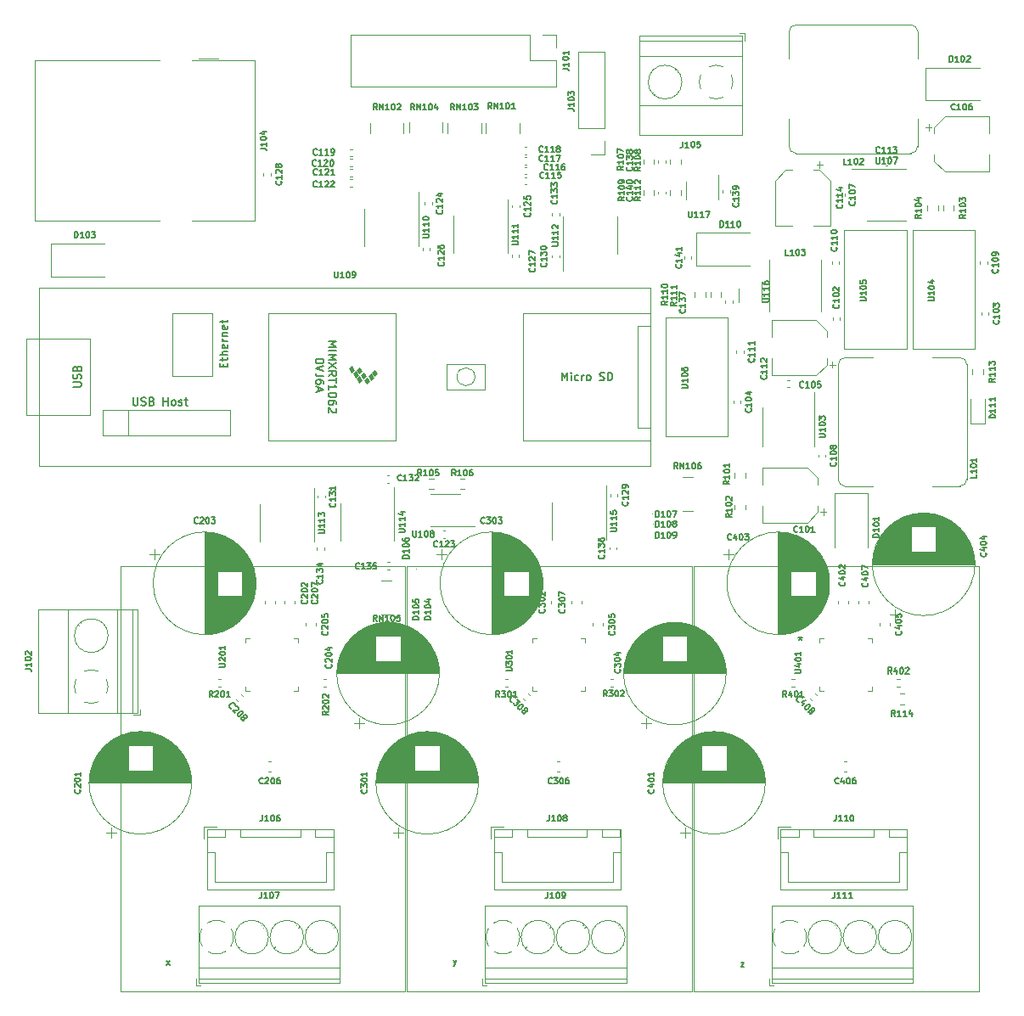
<source format=gto>
G04 #@! TF.GenerationSoftware,KiCad,Pcbnew,5.1.9*
G04 #@! TF.CreationDate,2021-04-11T15:07:21-04:00*
G04 #@! TF.ProjectId,cnc-controller,636e632d-636f-46e7-9472-6f6c6c65722e,rev?*
G04 #@! TF.SameCoordinates,Original*
G04 #@! TF.FileFunction,Legend,Top*
G04 #@! TF.FilePolarity,Positive*
%FSLAX46Y46*%
G04 Gerber Fmt 4.6, Leading zero omitted, Abs format (unit mm)*
G04 Created by KiCad (PCBNEW 5.1.9) date 2021-04-11 15:07:21*
%MOMM*%
%LPD*%
G01*
G04 APERTURE LIST*
%ADD10C,0.150000*%
%ADD11C,0.152400*%
%ADD12C,0.100000*%
%ADD13C,0.120000*%
G04 APERTURE END LIST*
D10*
X80792857Y-135021428D02*
X81107142Y-135021428D01*
X80792857Y-135421428D01*
X81107142Y-135421428D01*
D11*
D10*
X52107142Y-134771428D02*
X52250000Y-135171428D01*
X52392857Y-134771428D02*
X52250000Y-135171428D01*
X52192857Y-135314285D01*
X52164285Y-135342857D01*
X52107142Y-135371428D01*
D11*
D10*
X23517857Y-135246428D02*
X23832142Y-134846428D01*
X23517857Y-134846428D02*
X23832142Y-135246428D01*
D11*
D12*
X104500000Y-95500000D02*
X104500000Y-137900000D01*
X104500000Y-137900000D02*
X76100000Y-137900000D01*
X76100000Y-137900000D02*
X76100000Y-95500000D01*
X76100000Y-95500000D02*
X104500000Y-95500000D01*
X75900000Y-95500000D02*
X75900000Y-137900000D01*
X75900000Y-137900000D02*
X47500000Y-137900000D01*
X47500000Y-95500000D02*
X75900000Y-95500000D01*
X47500000Y-137900000D02*
X47500000Y-95500000D01*
X18900000Y-137900000D02*
X18900000Y-95500000D01*
X47300000Y-137900000D02*
X18900000Y-137900000D01*
X47300000Y-95500000D02*
X47300000Y-137900000D01*
X18900000Y-95500000D02*
X47300000Y-95500000D01*
D13*
X47695000Y-51250000D02*
X47695000Y-52250000D01*
X51055000Y-51250000D02*
X51055000Y-52250000D01*
X51520000Y-51275000D02*
X51520000Y-52275000D01*
X54880000Y-51275000D02*
X54880000Y-52275000D01*
X74900000Y-47200000D02*
G75*
G03*
X74900000Y-47200000I-1680000J0D01*
G01*
X80900000Y-43100000D02*
X70620000Y-43100000D01*
X80900000Y-44600000D02*
X70620000Y-44600000D01*
X80900000Y-49501000D02*
X70620000Y-49501000D01*
X80900000Y-52461000D02*
X70620000Y-52461000D01*
X80900000Y-42540000D02*
X70620000Y-42540000D01*
X80900000Y-52461000D02*
X80900000Y-42540000D01*
X70620000Y-52461000D02*
X70620000Y-42540000D01*
X71945000Y-48269000D02*
X71992000Y-48223000D01*
X74254000Y-45961000D02*
X74289000Y-45926000D01*
X72150000Y-48475000D02*
X72185000Y-48439000D01*
X74447000Y-46177000D02*
X74494000Y-46131000D01*
X81140000Y-43040000D02*
X81140000Y-42300000D01*
X81140000Y-42300000D02*
X80640000Y-42300000D01*
X78271195Y-45519747D02*
G75*
G02*
X78984000Y-45665000I28805J-1680253D01*
G01*
X79835426Y-46516958D02*
G75*
G02*
X79835000Y-47884000I-1535426J-683042D01*
G01*
X78983042Y-48735426D02*
G75*
G02*
X77616000Y-48735000I-683042J1535426D01*
G01*
X76764574Y-47883042D02*
G75*
G02*
X76765000Y-46516000I1535426J683042D01*
G01*
X77616682Y-45665244D02*
G75*
G02*
X78300000Y-45520000I683318J-1534756D01*
G01*
D12*
X75950000Y-86620000D02*
X74950000Y-86620000D01*
X75950000Y-89980000D02*
X74950000Y-89980000D01*
X44950000Y-100280000D02*
X45950000Y-100280000D01*
X44950000Y-96920000D02*
X45950000Y-96920000D01*
X47155000Y-51275000D02*
X47155000Y-52275000D01*
X43795000Y-51275000D02*
X43795000Y-52275000D01*
X58680000Y-51275000D02*
X58680000Y-52275000D01*
X55320000Y-51275000D02*
X55320000Y-52275000D01*
X89002961Y-102671100D02*
X88571100Y-102671100D01*
X93828900Y-103102961D02*
X93828900Y-102671100D01*
X93397039Y-107928900D02*
X93828900Y-107928900D01*
X88571100Y-107497039D02*
X88571100Y-107928900D01*
X88571100Y-102671100D02*
X88571100Y-103102961D01*
X93828900Y-102671100D02*
X93397039Y-102671100D01*
X93828900Y-107928900D02*
X93828900Y-107497039D01*
X88571100Y-107928900D02*
X89002961Y-107928900D01*
X60402961Y-102671100D02*
X59971100Y-102671100D01*
X65228900Y-103102961D02*
X65228900Y-102671100D01*
X64797039Y-107928900D02*
X65228900Y-107928900D01*
X59971100Y-107497039D02*
X59971100Y-107928900D01*
X59971100Y-102671100D02*
X59971100Y-103102961D01*
X65228900Y-102671100D02*
X64797039Y-102671100D01*
X65228900Y-107928900D02*
X65228900Y-107497039D01*
X59971100Y-107928900D02*
X60402961Y-107928900D01*
X31802961Y-102671100D02*
X31371100Y-102671100D01*
X36628900Y-103102961D02*
X36628900Y-102671100D01*
X36197039Y-107928900D02*
X36628900Y-107928900D01*
X31371100Y-107497039D02*
X31371100Y-107928900D01*
X31371100Y-102671100D02*
X31371100Y-103102961D01*
X36628900Y-102671100D02*
X36197039Y-102671100D01*
X36628900Y-107928900D02*
X36628900Y-107497039D01*
X31371100Y-107928900D02*
X31802961Y-107928900D01*
X78560000Y-58950000D02*
X78560000Y-56500000D01*
X75340000Y-57150000D02*
X75340000Y-58950000D01*
X80540000Y-67800000D02*
X80540000Y-69200000D01*
X82860000Y-69200000D02*
X82860000Y-67300000D01*
X67325000Y-87475000D02*
X67325000Y-92858600D01*
X61925000Y-89145700D02*
X61925000Y-92854300D01*
X46225000Y-87575000D02*
X46225000Y-92958600D01*
X40825000Y-89245700D02*
X40825000Y-92954300D01*
X38225000Y-87675000D02*
X38225000Y-93058600D01*
X32825000Y-89345700D02*
X32825000Y-93054300D01*
X63075000Y-66025000D02*
X63075000Y-60641400D01*
X68475000Y-64354300D02*
X68475000Y-60645700D01*
X57525000Y-58875000D02*
X57525000Y-64258600D01*
X52125000Y-60545700D02*
X52125000Y-64254300D01*
X48625000Y-58175000D02*
X48625000Y-63558600D01*
X43225000Y-59845700D02*
X43225000Y-63554300D01*
G36*
X44497000Y-76293000D02*
G01*
X44243000Y-76547000D01*
X43989000Y-76166000D01*
X44243000Y-75912000D01*
X44497000Y-76293000D01*
G37*
X44497000Y-76293000D02*
X44243000Y-76547000D01*
X43989000Y-76166000D01*
X44243000Y-75912000D01*
X44497000Y-76293000D01*
G36*
X44116000Y-76674000D02*
G01*
X43862000Y-76928000D01*
X43608000Y-76547000D01*
X43862000Y-76293000D01*
X44116000Y-76674000D01*
G37*
X44116000Y-76674000D02*
X43862000Y-76928000D01*
X43608000Y-76547000D01*
X43862000Y-76293000D01*
X44116000Y-76674000D01*
G36*
X42211000Y-75912000D02*
G01*
X41957000Y-76166000D01*
X41703000Y-75785000D01*
X41957000Y-75531000D01*
X42211000Y-75912000D01*
G37*
X42211000Y-75912000D02*
X41957000Y-76166000D01*
X41703000Y-75785000D01*
X41957000Y-75531000D01*
X42211000Y-75912000D01*
G36*
X42592000Y-76420000D02*
G01*
X42338000Y-76674000D01*
X42084000Y-76293000D01*
X42338000Y-76039000D01*
X42592000Y-76420000D01*
G37*
X42592000Y-76420000D02*
X42338000Y-76674000D01*
X42084000Y-76293000D01*
X42338000Y-76039000D01*
X42592000Y-76420000D01*
G36*
X42973000Y-76928000D02*
G01*
X42719000Y-77182000D01*
X42465000Y-76801000D01*
X42719000Y-76547000D01*
X42973000Y-76928000D01*
G37*
X42973000Y-76928000D02*
X42719000Y-77182000D01*
X42465000Y-76801000D01*
X42719000Y-76547000D01*
X42973000Y-76928000D01*
G36*
X42973000Y-76039000D02*
G01*
X42719000Y-76293000D01*
X42465000Y-75912000D01*
X42719000Y-75658000D01*
X42973000Y-76039000D01*
G37*
X42973000Y-76039000D02*
X42719000Y-76293000D01*
X42465000Y-75912000D01*
X42719000Y-75658000D01*
X42973000Y-76039000D01*
G36*
X43354000Y-76547000D02*
G01*
X43100000Y-76801000D01*
X42846000Y-76420000D01*
X43100000Y-76166000D01*
X43354000Y-76547000D01*
G37*
X43354000Y-76547000D02*
X43100000Y-76801000D01*
X42846000Y-76420000D01*
X43100000Y-76166000D01*
X43354000Y-76547000D01*
G36*
X43735000Y-77055000D02*
G01*
X43481000Y-77309000D01*
X43227000Y-76928000D01*
X43481000Y-76674000D01*
X43735000Y-77055000D01*
G37*
X43735000Y-77055000D02*
X43481000Y-77309000D01*
X43227000Y-76928000D01*
X43481000Y-76674000D01*
X43735000Y-77055000D01*
X10820000Y-85490000D02*
X10820000Y-67710000D01*
X71780000Y-85490000D02*
X10820000Y-85490000D01*
X71780000Y-67710000D02*
X71780000Y-85490000D01*
X10820000Y-67710000D02*
X71780000Y-67710000D01*
X15900000Y-80410000D02*
X10820000Y-80410000D01*
X15900000Y-72790000D02*
X10820000Y-72790000D01*
X15900000Y-80410000D02*
X15900000Y-72790000D01*
X9550000Y-72790000D02*
X10820000Y-72790000D01*
X9550000Y-80410000D02*
X9550000Y-72790000D01*
X10820000Y-80410000D02*
X9550000Y-80410000D01*
X71780000Y-70250000D02*
X59080000Y-70250000D01*
X59080000Y-70250000D02*
X59080000Y-82950000D01*
X59080000Y-82950000D02*
X71780000Y-82950000D01*
X71780000Y-71520000D02*
X70510000Y-71520000D01*
X70510000Y-71520000D02*
X70510000Y-81680000D01*
X70510000Y-81680000D02*
X71780000Y-81680000D01*
X55270000Y-75330000D02*
X55270000Y-77870000D01*
X55270000Y-77870000D02*
X51460000Y-77870000D01*
X51460000Y-77870000D02*
X51460000Y-75330000D01*
X51460000Y-75330000D02*
X55270000Y-75330000D01*
X17119200Y-79899200D02*
X29819200Y-79899200D01*
X29819200Y-79899200D02*
X29819200Y-82439200D01*
X29819200Y-82439200D02*
X17119200Y-82439200D01*
X17119200Y-82439200D02*
X17119200Y-79899200D01*
X17119200Y-79899200D02*
X19659200Y-79899200D01*
X19659200Y-79899200D02*
X19659200Y-82439200D01*
X24050000Y-70498400D02*
X24050000Y-76498400D01*
X24050000Y-76498400D02*
X28050000Y-76498400D01*
X28050000Y-76498400D02*
X28050000Y-70248400D01*
X28050000Y-70248400D02*
X24050000Y-70248400D01*
X24050000Y-70248400D02*
X24050000Y-70498400D01*
X33680000Y-82950000D02*
X46380000Y-82950000D01*
X46380000Y-82950000D02*
X46380000Y-70250000D01*
X46380000Y-70250000D02*
X33680000Y-70250000D01*
X33680000Y-70250000D02*
X33680000Y-82950000D01*
X54263026Y-76600000D02*
G75*
G03*
X54263026Y-76600000I-898026J0D01*
G01*
X51300000Y-91510000D02*
X54225000Y-91510000D01*
X51300000Y-91510000D02*
X49800000Y-91510000D01*
X51300000Y-88290000D02*
X52800000Y-88290000D01*
X51300000Y-88290000D02*
X49800000Y-88290000D01*
X95300000Y-55890000D02*
X91850000Y-55890000D01*
X95300000Y-55890000D02*
X97250000Y-55890000D01*
X95300000Y-61010000D02*
X93350000Y-61010000D01*
X95300000Y-61010000D02*
X97250000Y-61010000D01*
X73300000Y-82500000D02*
X79500000Y-82500000D01*
X73300000Y-70700000D02*
X73300000Y-82500000D01*
X79500000Y-70700000D02*
X73300000Y-70700000D01*
X79500000Y-82500000D02*
X79500000Y-70700000D01*
X91100000Y-73800000D02*
X97300000Y-73800000D01*
X91100000Y-62000000D02*
X91100000Y-73800000D01*
X97300000Y-62000000D02*
X91100000Y-62000000D01*
X97300000Y-73800000D02*
X97300000Y-62000000D01*
X97900000Y-73800000D02*
X104100000Y-73800000D01*
X97900000Y-62000000D02*
X97900000Y-73800000D01*
X104100000Y-62000000D02*
X97900000Y-62000000D01*
X104100000Y-73800000D02*
X104100000Y-62000000D01*
X88060000Y-81600000D02*
X88060000Y-78150000D01*
X88060000Y-81600000D02*
X88060000Y-83550000D01*
X82940000Y-81600000D02*
X82940000Y-79650000D01*
X82940000Y-81600000D02*
X82940000Y-83550000D01*
X96346359Y-107480000D02*
X96653641Y-107480000D01*
X96346359Y-106720000D02*
X96653641Y-106720000D01*
X86153641Y-106720000D02*
X85846359Y-106720000D01*
X86153641Y-107480000D02*
X85846359Y-107480000D01*
X67746359Y-107480000D02*
X68053641Y-107480000D01*
X67746359Y-106720000D02*
X68053641Y-106720000D01*
X57553641Y-106720000D02*
X57246359Y-106720000D01*
X57553641Y-107480000D02*
X57246359Y-107480000D01*
X39146359Y-107480000D02*
X39453641Y-107480000D01*
X39146359Y-106720000D02*
X39453641Y-106720000D01*
X28953641Y-106720000D02*
X28646359Y-106720000D01*
X28953641Y-107480000D02*
X28646359Y-107480000D01*
X97087258Y-108227500D02*
X96612742Y-108227500D01*
X97087258Y-109272500D02*
X96612742Y-109272500D01*
X103877500Y-75862742D02*
X103877500Y-76337258D01*
X104922500Y-75862742D02*
X104922500Y-76337258D01*
X74772500Y-58462258D02*
X74772500Y-57987742D01*
X73727500Y-58462258D02*
X73727500Y-57987742D01*
X77777500Y-68162742D02*
X77777500Y-68637258D01*
X78822500Y-68162742D02*
X78822500Y-68637258D01*
X76177500Y-68162742D02*
X76177500Y-68637258D01*
X77222500Y-68162742D02*
X77222500Y-68637258D01*
X71077500Y-58012742D02*
X71077500Y-58487258D01*
X72122500Y-58012742D02*
X72122500Y-58487258D01*
X74772500Y-55387258D02*
X74772500Y-54912742D01*
X73727500Y-55387258D02*
X73727500Y-54912742D01*
X71077500Y-54912742D02*
X71077500Y-55387258D01*
X72122500Y-54912742D02*
X72122500Y-55387258D01*
X52762742Y-87822500D02*
X53237258Y-87822500D01*
X52762742Y-86777500D02*
X53237258Y-86777500D01*
X50137258Y-86777500D02*
X49662742Y-86777500D01*
X50137258Y-87822500D02*
X49662742Y-87822500D01*
X100422500Y-59987258D02*
X100422500Y-59512742D01*
X99377500Y-59987258D02*
X99377500Y-59512742D01*
X100977500Y-59512742D02*
X100977500Y-59987258D01*
X102022500Y-59512742D02*
X102022500Y-59987258D01*
X80177500Y-89362742D02*
X80177500Y-89837258D01*
X81222500Y-89362742D02*
X81222500Y-89837258D01*
X80177500Y-86212742D02*
X80177500Y-86687258D01*
X81222500Y-86212742D02*
X81222500Y-86687258D01*
X88750000Y-70050000D02*
X88750000Y-64950000D01*
X83650000Y-70050000D02*
X83650000Y-64950000D01*
X85600000Y-44900000D02*
X85600000Y-42150000D01*
X98400000Y-44900000D02*
X98400000Y-42150000D01*
X85600000Y-53650000D02*
X85600000Y-50900000D01*
X86250000Y-41500000D02*
X97750000Y-41500000D01*
X98400000Y-53650000D02*
X98400000Y-50900000D01*
X97750000Y-54300000D02*
X86250000Y-54300000D01*
X86250000Y-54300000D02*
G75*
G02*
X85600000Y-53650000I0J650000D01*
G01*
X85600000Y-42150000D02*
G75*
G02*
X86250000Y-41500000I650000J0D01*
G01*
X97750000Y-41500000D02*
G75*
G02*
X98400000Y-42150000I0J-650000D01*
G01*
X98400000Y-53650000D02*
G75*
G02*
X97750000Y-54300000I-650000J0D01*
G01*
X99900000Y-74700000D02*
X102650000Y-74700000D01*
X99900000Y-87500000D02*
X102650000Y-87500000D01*
X91150000Y-74700000D02*
X93900000Y-74700000D01*
X103300000Y-75350000D02*
X103300000Y-86850000D01*
X91150000Y-87500000D02*
X93900000Y-87500000D01*
X90500000Y-86850000D02*
X90500000Y-75350000D01*
X90500000Y-75350000D02*
G75*
G02*
X91150000Y-74700000I650000J0D01*
G01*
X102650000Y-74700000D02*
G75*
G02*
X103300000Y-75350000I0J-650000D01*
G01*
X103300000Y-86850000D02*
G75*
G02*
X102650000Y-87500000I-650000J0D01*
G01*
X91150000Y-87500000D02*
G75*
G02*
X90500000Y-86850000I0J650000D01*
G01*
X83600000Y-137300000D02*
X84000000Y-137300000D01*
X83600000Y-136660000D02*
X83600000Y-137300000D01*
X95005000Y-133441000D02*
X94876000Y-133569000D01*
X97220000Y-131225000D02*
X97126000Y-131319000D01*
X95175000Y-133681000D02*
X95081000Y-133774000D01*
X97425000Y-131431000D02*
X97296000Y-131559000D01*
X91505000Y-133441000D02*
X91376000Y-133569000D01*
X93720000Y-131225000D02*
X93626000Y-131319000D01*
X91675000Y-133681000D02*
X91581000Y-133774000D01*
X93925000Y-131431000D02*
X93796000Y-131559000D01*
X88005000Y-133441000D02*
X87876000Y-133569000D01*
X90220000Y-131225000D02*
X90126000Y-131319000D01*
X88175000Y-133681000D02*
X88081000Y-133774000D01*
X90425000Y-131431000D02*
X90296000Y-131559000D01*
X97960000Y-129340000D02*
X97960000Y-137060000D01*
X83840000Y-129340000D02*
X83840000Y-137060000D01*
X83840000Y-137060000D02*
X97960000Y-137060000D01*
X83840000Y-129340000D02*
X97960000Y-129340000D01*
X83840000Y-135500000D02*
X97960000Y-135500000D01*
X83840000Y-136600000D02*
X97960000Y-136600000D01*
X97830000Y-132500000D02*
G75*
G03*
X97830000Y-132500000I-1680000J0D01*
G01*
X94330000Y-132500000D02*
G75*
G03*
X94330000Y-132500000I-1680000J0D01*
G01*
X90830000Y-132500000D02*
G75*
G03*
X90830000Y-132500000I-1680000J0D01*
G01*
X85678674Y-134180099D02*
G75*
G02*
X84784000Y-133940000I-28674J1680099D01*
G01*
X84224642Y-133389894D02*
G75*
G02*
X84210000Y-131634000I1425358J889894D01*
G01*
X84760106Y-131074642D02*
G75*
G02*
X86516000Y-131060000I889894J-1425358D01*
G01*
X87075505Y-131609807D02*
G75*
G02*
X87075000Y-133391000I-1425505J-890193D01*
G01*
X86540264Y-133924721D02*
G75*
G02*
X85650000Y-134180000I-890264J1424721D01*
G01*
X84450000Y-121450000D02*
X84450000Y-122700000D01*
X85700000Y-121450000D02*
X84450000Y-121450000D01*
X96600000Y-126950000D02*
X91050000Y-126950000D01*
X96600000Y-124000000D02*
X96600000Y-126950000D01*
X97350000Y-124000000D02*
X96600000Y-124000000D01*
X85500000Y-126950000D02*
X91050000Y-126950000D01*
X85500000Y-124000000D02*
X85500000Y-126950000D01*
X84750000Y-124000000D02*
X85500000Y-124000000D01*
X97350000Y-121750000D02*
X95550000Y-121750000D01*
X97350000Y-122500000D02*
X97350000Y-121750000D01*
X95550000Y-122500000D02*
X97350000Y-122500000D01*
X95550000Y-121750000D02*
X95550000Y-122500000D01*
X86550000Y-121750000D02*
X84750000Y-121750000D01*
X86550000Y-122500000D02*
X86550000Y-121750000D01*
X84750000Y-122500000D02*
X86550000Y-122500000D01*
X84750000Y-121750000D02*
X84750000Y-122500000D01*
X94050000Y-121750000D02*
X88050000Y-121750000D01*
X94050000Y-122500000D02*
X94050000Y-121750000D01*
X88050000Y-122500000D02*
X94050000Y-122500000D01*
X88050000Y-121750000D02*
X88050000Y-122500000D01*
X97360000Y-121740000D02*
X84740000Y-121740000D01*
X97360000Y-127710000D02*
X97360000Y-121740000D01*
X84740000Y-127710000D02*
X97360000Y-127710000D01*
X84740000Y-121740000D02*
X84740000Y-127710000D01*
X55000000Y-137300000D02*
X55400000Y-137300000D01*
X55000000Y-136660000D02*
X55000000Y-137300000D01*
X66405000Y-133441000D02*
X66276000Y-133569000D01*
X68620000Y-131225000D02*
X68526000Y-131319000D01*
X66575000Y-133681000D02*
X66481000Y-133774000D01*
X68825000Y-131431000D02*
X68696000Y-131559000D01*
X62905000Y-133441000D02*
X62776000Y-133569000D01*
X65120000Y-131225000D02*
X65026000Y-131319000D01*
X63075000Y-133681000D02*
X62981000Y-133774000D01*
X65325000Y-131431000D02*
X65196000Y-131559000D01*
X59405000Y-133441000D02*
X59276000Y-133569000D01*
X61620000Y-131225000D02*
X61526000Y-131319000D01*
X59575000Y-133681000D02*
X59481000Y-133774000D01*
X61825000Y-131431000D02*
X61696000Y-131559000D01*
X69360000Y-129340000D02*
X69360000Y-137060000D01*
X55240000Y-129340000D02*
X55240000Y-137060000D01*
X55240000Y-137060000D02*
X69360000Y-137060000D01*
X55240000Y-129340000D02*
X69360000Y-129340000D01*
X55240000Y-135500000D02*
X69360000Y-135500000D01*
X55240000Y-136600000D02*
X69360000Y-136600000D01*
X69230000Y-132500000D02*
G75*
G03*
X69230000Y-132500000I-1680000J0D01*
G01*
X65730000Y-132500000D02*
G75*
G03*
X65730000Y-132500000I-1680000J0D01*
G01*
X62230000Y-132500000D02*
G75*
G03*
X62230000Y-132500000I-1680000J0D01*
G01*
X57078674Y-134180099D02*
G75*
G02*
X56184000Y-133940000I-28674J1680099D01*
G01*
X55624642Y-133389894D02*
G75*
G02*
X55610000Y-131634000I1425358J889894D01*
G01*
X56160106Y-131074642D02*
G75*
G02*
X57916000Y-131060000I889894J-1425358D01*
G01*
X58475505Y-131609807D02*
G75*
G02*
X58475000Y-133391000I-1425505J-890193D01*
G01*
X57940264Y-133924721D02*
G75*
G02*
X57050000Y-134180000I-890264J1424721D01*
G01*
X55850000Y-121450000D02*
X55850000Y-122700000D01*
X57100000Y-121450000D02*
X55850000Y-121450000D01*
X68000000Y-126950000D02*
X62450000Y-126950000D01*
X68000000Y-124000000D02*
X68000000Y-126950000D01*
X68750000Y-124000000D02*
X68000000Y-124000000D01*
X56900000Y-126950000D02*
X62450000Y-126950000D01*
X56900000Y-124000000D02*
X56900000Y-126950000D01*
X56150000Y-124000000D02*
X56900000Y-124000000D01*
X68750000Y-121750000D02*
X66950000Y-121750000D01*
X68750000Y-122500000D02*
X68750000Y-121750000D01*
X66950000Y-122500000D02*
X68750000Y-122500000D01*
X66950000Y-121750000D02*
X66950000Y-122500000D01*
X57950000Y-121750000D02*
X56150000Y-121750000D01*
X57950000Y-122500000D02*
X57950000Y-121750000D01*
X56150000Y-122500000D02*
X57950000Y-122500000D01*
X56150000Y-121750000D02*
X56150000Y-122500000D01*
X65450000Y-121750000D02*
X59450000Y-121750000D01*
X65450000Y-122500000D02*
X65450000Y-121750000D01*
X59450000Y-122500000D02*
X65450000Y-122500000D01*
X59450000Y-121750000D02*
X59450000Y-122500000D01*
X68760000Y-121740000D02*
X56140000Y-121740000D01*
X68760000Y-127710000D02*
X68760000Y-121740000D01*
X56140000Y-127710000D02*
X68760000Y-127710000D01*
X56140000Y-121740000D02*
X56140000Y-127710000D01*
X26450000Y-137300000D02*
X26850000Y-137300000D01*
X26450000Y-136660000D02*
X26450000Y-137300000D01*
X37855000Y-133441000D02*
X37726000Y-133569000D01*
X40070000Y-131225000D02*
X39976000Y-131319000D01*
X38025000Y-133681000D02*
X37931000Y-133774000D01*
X40275000Y-131431000D02*
X40146000Y-131559000D01*
X34355000Y-133441000D02*
X34226000Y-133569000D01*
X36570000Y-131225000D02*
X36476000Y-131319000D01*
X34525000Y-133681000D02*
X34431000Y-133774000D01*
X36775000Y-131431000D02*
X36646000Y-131559000D01*
X30855000Y-133441000D02*
X30726000Y-133569000D01*
X33070000Y-131225000D02*
X32976000Y-131319000D01*
X31025000Y-133681000D02*
X30931000Y-133774000D01*
X33275000Y-131431000D02*
X33146000Y-131559000D01*
X40810000Y-129340000D02*
X40810000Y-137060000D01*
X26690000Y-129340000D02*
X26690000Y-137060000D01*
X26690000Y-137060000D02*
X40810000Y-137060000D01*
X26690000Y-129340000D02*
X40810000Y-129340000D01*
X26690000Y-135500000D02*
X40810000Y-135500000D01*
X26690000Y-136600000D02*
X40810000Y-136600000D01*
X40680000Y-132500000D02*
G75*
G03*
X40680000Y-132500000I-1680000J0D01*
G01*
X37180000Y-132500000D02*
G75*
G03*
X37180000Y-132500000I-1680000J0D01*
G01*
X33680000Y-132500000D02*
G75*
G03*
X33680000Y-132500000I-1680000J0D01*
G01*
X28528674Y-134180099D02*
G75*
G02*
X27634000Y-133940000I-28674J1680099D01*
G01*
X27074642Y-133389894D02*
G75*
G02*
X27060000Y-131634000I1425358J889894D01*
G01*
X27610106Y-131074642D02*
G75*
G02*
X29366000Y-131060000I889894J-1425358D01*
G01*
X29925505Y-131609807D02*
G75*
G02*
X29925000Y-133391000I-1425505J-890193D01*
G01*
X29390264Y-133924721D02*
G75*
G02*
X28500000Y-134180000I-890264J1424721D01*
G01*
X27250000Y-121450000D02*
X27250000Y-122700000D01*
X28500000Y-121450000D02*
X27250000Y-121450000D01*
X39400000Y-126950000D02*
X33850000Y-126950000D01*
X39400000Y-124000000D02*
X39400000Y-126950000D01*
X40150000Y-124000000D02*
X39400000Y-124000000D01*
X28300000Y-126950000D02*
X33850000Y-126950000D01*
X28300000Y-124000000D02*
X28300000Y-126950000D01*
X27550000Y-124000000D02*
X28300000Y-124000000D01*
X40150000Y-121750000D02*
X38350000Y-121750000D01*
X40150000Y-122500000D02*
X40150000Y-121750000D01*
X38350000Y-122500000D02*
X40150000Y-122500000D01*
X38350000Y-121750000D02*
X38350000Y-122500000D01*
X29350000Y-121750000D02*
X27550000Y-121750000D01*
X29350000Y-122500000D02*
X29350000Y-121750000D01*
X27550000Y-122500000D02*
X29350000Y-122500000D01*
X27550000Y-121750000D02*
X27550000Y-122500000D01*
X36850000Y-121750000D02*
X30850000Y-121750000D01*
X36850000Y-122500000D02*
X36850000Y-121750000D01*
X30850000Y-122500000D02*
X36850000Y-122500000D01*
X30850000Y-121750000D02*
X30850000Y-122500000D01*
X40160000Y-121740000D02*
X27540000Y-121740000D01*
X40160000Y-127710000D02*
X40160000Y-121740000D01*
X27540000Y-127710000D02*
X40160000Y-127710000D01*
X27540000Y-121740000D02*
X27540000Y-127710000D01*
X28700000Y-44870000D02*
X26700000Y-44870000D01*
X10370000Y-45070000D02*
X22810000Y-45070000D01*
X10370000Y-61020000D02*
X10370000Y-45070000D01*
X22810000Y-61020000D02*
X10370000Y-61020000D01*
X32290000Y-61020000D02*
X26010000Y-61020000D01*
X32290000Y-45070000D02*
X32290000Y-61020000D01*
X26010000Y-45070000D02*
X32290000Y-45070000D01*
X67180000Y-54430000D02*
X65850000Y-54430000D01*
X67180000Y-53100000D02*
X67180000Y-54430000D01*
X67180000Y-51830000D02*
X64520000Y-51830000D01*
X64520000Y-51830000D02*
X64520000Y-44150000D01*
X67180000Y-51830000D02*
X67180000Y-44150000D01*
X67180000Y-44150000D02*
X64520000Y-44150000D01*
X20900000Y-110340000D02*
X20900000Y-109840000D01*
X20160000Y-110340000D02*
X20900000Y-110340000D01*
X17023000Y-103647000D02*
X17069000Y-103694000D01*
X14725000Y-101350000D02*
X14761000Y-101385000D01*
X17239000Y-103454000D02*
X17274000Y-103489000D01*
X14931000Y-101145000D02*
X14977000Y-101192000D01*
X10739000Y-99820000D02*
X20660000Y-99820000D01*
X10739000Y-110100000D02*
X20660000Y-110100000D01*
X20660000Y-110100000D02*
X20660000Y-99820000D01*
X10739000Y-110100000D02*
X10739000Y-99820000D01*
X13699000Y-110100000D02*
X13699000Y-99820000D01*
X18600000Y-110100000D02*
X18600000Y-99820000D01*
X20100000Y-110100000D02*
X20100000Y-99820000D01*
X17680000Y-102420000D02*
G75*
G03*
X17680000Y-102420000I-1680000J0D01*
G01*
X17680253Y-107471195D02*
G75*
G02*
X17535000Y-108184000I-1680253J-28805D01*
G01*
X16683042Y-109035426D02*
G75*
G02*
X15316000Y-109035000I-683042J1535426D01*
G01*
X14464574Y-108183042D02*
G75*
G02*
X14465000Y-106816000I1535426J683042D01*
G01*
X15316958Y-105964574D02*
G75*
G02*
X16684000Y-105965000I683042J-1535426D01*
G01*
X17534756Y-106816682D02*
G75*
G02*
X17680000Y-107500000I-1534756J-683318D01*
G01*
X62330000Y-42470000D02*
X62330000Y-43800000D01*
X61000000Y-42470000D02*
X62330000Y-42470000D01*
X62330000Y-45070000D02*
X62330000Y-47670000D01*
X59730000Y-45070000D02*
X62330000Y-45070000D01*
X59730000Y-42470000D02*
X59730000Y-45070000D01*
X62330000Y-47670000D02*
X41890000Y-47670000D01*
X59730000Y-42470000D02*
X41890000Y-42470000D01*
X41890000Y-42470000D02*
X41890000Y-47670000D01*
X105085000Y-81285000D02*
X105085000Y-78800000D01*
X103715000Y-81285000D02*
X105085000Y-81285000D01*
X103715000Y-78800000D02*
X103715000Y-81285000D01*
X76300000Y-62250000D02*
X81700000Y-62250000D01*
X76300000Y-65550000D02*
X81700000Y-65550000D01*
X76300000Y-62250000D02*
X76300000Y-65550000D01*
X72040000Y-92350000D02*
G75*
G03*
X72040000Y-92350000I-50000J0D01*
G01*
X72040000Y-91300000D02*
G75*
G03*
X72040000Y-91300000I-50000J0D01*
G01*
X72040000Y-90250000D02*
G75*
G03*
X72040000Y-90250000I-50000J0D01*
G01*
X48400000Y-95790000D02*
G75*
G03*
X48400000Y-95790000I-50000J0D01*
G01*
X48450000Y-98440000D02*
G75*
G03*
X48450000Y-98440000I-50000J0D01*
G01*
X49500000Y-98440000D02*
G75*
G03*
X49500000Y-98440000I-50000J0D01*
G01*
X11950000Y-63300000D02*
X17350000Y-63300000D01*
X11950000Y-66600000D02*
X17350000Y-66600000D01*
X11950000Y-63300000D02*
X11950000Y-66600000D01*
X99200000Y-45750000D02*
X104600000Y-45750000D01*
X99200000Y-49050000D02*
X104600000Y-49050000D01*
X99200000Y-45750000D02*
X99200000Y-49050000D01*
X93450000Y-88200000D02*
X93450000Y-93600000D01*
X90150000Y-88200000D02*
X90150000Y-93600000D01*
X93450000Y-88200000D02*
X90150000Y-88200000D01*
X88330810Y-108321693D02*
X88178307Y-108169190D01*
X87821693Y-108830810D02*
X87669190Y-108678307D01*
X93510000Y-99240580D02*
X93510000Y-98959420D01*
X92490000Y-99240580D02*
X92490000Y-98959420D01*
X91340580Y-114990000D02*
X91059420Y-114990000D01*
X91340580Y-116010000D02*
X91059420Y-116010000D01*
X94590000Y-101159420D02*
X94590000Y-101440580D01*
X95610000Y-101159420D02*
X95610000Y-101440580D01*
X95625000Y-100279646D02*
X96625000Y-100279646D01*
X96125000Y-100779646D02*
X96125000Y-99779646D01*
X98401000Y-90219000D02*
X99599000Y-90219000D01*
X98138000Y-90259000D02*
X99862000Y-90259000D01*
X97938000Y-90299000D02*
X100062000Y-90299000D01*
X97770000Y-90339000D02*
X100230000Y-90339000D01*
X97622000Y-90379000D02*
X100378000Y-90379000D01*
X97490000Y-90419000D02*
X100510000Y-90419000D01*
X97370000Y-90459000D02*
X100630000Y-90459000D01*
X97258000Y-90499000D02*
X100742000Y-90499000D01*
X97154000Y-90539000D02*
X100846000Y-90539000D01*
X97056000Y-90579000D02*
X100944000Y-90579000D01*
X96963000Y-90619000D02*
X101037000Y-90619000D01*
X96875000Y-90659000D02*
X101125000Y-90659000D01*
X96791000Y-90699000D02*
X101209000Y-90699000D01*
X96711000Y-90739000D02*
X101289000Y-90739000D01*
X96635000Y-90779000D02*
X101365000Y-90779000D01*
X96561000Y-90819000D02*
X101439000Y-90819000D01*
X96490000Y-90859000D02*
X101510000Y-90859000D01*
X96421000Y-90899000D02*
X101579000Y-90899000D01*
X96355000Y-90939000D02*
X101645000Y-90939000D01*
X96291000Y-90979000D02*
X101709000Y-90979000D01*
X96230000Y-91019000D02*
X101770000Y-91019000D01*
X96170000Y-91059000D02*
X101830000Y-91059000D01*
X96111000Y-91099000D02*
X101889000Y-91099000D01*
X96055000Y-91139000D02*
X101945000Y-91139000D01*
X96000000Y-91179000D02*
X102000000Y-91179000D01*
X95946000Y-91219000D02*
X102054000Y-91219000D01*
X95894000Y-91259000D02*
X102106000Y-91259000D01*
X95844000Y-91299000D02*
X102156000Y-91299000D01*
X95794000Y-91339000D02*
X102206000Y-91339000D01*
X95746000Y-91379000D02*
X102254000Y-91379000D01*
X95699000Y-91419000D02*
X102301000Y-91419000D01*
X95653000Y-91459000D02*
X102347000Y-91459000D01*
X95608000Y-91499000D02*
X102392000Y-91499000D01*
X95564000Y-91539000D02*
X102436000Y-91539000D01*
X100241000Y-91579000D02*
X102478000Y-91579000D01*
X95522000Y-91579000D02*
X97759000Y-91579000D01*
X100241000Y-91619000D02*
X102520000Y-91619000D01*
X95480000Y-91619000D02*
X97759000Y-91619000D01*
X100241000Y-91659000D02*
X102561000Y-91659000D01*
X95439000Y-91659000D02*
X97759000Y-91659000D01*
X100241000Y-91699000D02*
X102601000Y-91699000D01*
X95399000Y-91699000D02*
X97759000Y-91699000D01*
X100241000Y-91739000D02*
X102640000Y-91739000D01*
X95360000Y-91739000D02*
X97759000Y-91739000D01*
X100241000Y-91779000D02*
X102679000Y-91779000D01*
X95321000Y-91779000D02*
X97759000Y-91779000D01*
X100241000Y-91819000D02*
X102716000Y-91819000D01*
X95284000Y-91819000D02*
X97759000Y-91819000D01*
X100241000Y-91859000D02*
X102753000Y-91859000D01*
X95247000Y-91859000D02*
X97759000Y-91859000D01*
X100241000Y-91899000D02*
X102789000Y-91899000D01*
X95211000Y-91899000D02*
X97759000Y-91899000D01*
X100241000Y-91939000D02*
X102824000Y-91939000D01*
X95176000Y-91939000D02*
X97759000Y-91939000D01*
X100241000Y-91979000D02*
X102858000Y-91979000D01*
X95142000Y-91979000D02*
X97759000Y-91979000D01*
X100241000Y-92019000D02*
X102892000Y-92019000D01*
X95108000Y-92019000D02*
X97759000Y-92019000D01*
X100241000Y-92059000D02*
X102925000Y-92059000D01*
X95075000Y-92059000D02*
X97759000Y-92059000D01*
X100241000Y-92099000D02*
X102957000Y-92099000D01*
X95043000Y-92099000D02*
X97759000Y-92099000D01*
X100241000Y-92139000D02*
X102989000Y-92139000D01*
X95011000Y-92139000D02*
X97759000Y-92139000D01*
X100241000Y-92179000D02*
X103020000Y-92179000D01*
X94980000Y-92179000D02*
X97759000Y-92179000D01*
X100241000Y-92219000D02*
X103050000Y-92219000D01*
X94950000Y-92219000D02*
X97759000Y-92219000D01*
X100241000Y-92259000D02*
X103080000Y-92259000D01*
X94920000Y-92259000D02*
X97759000Y-92259000D01*
X100241000Y-92299000D02*
X103110000Y-92299000D01*
X94890000Y-92299000D02*
X97759000Y-92299000D01*
X100241000Y-92339000D02*
X103138000Y-92339000D01*
X94862000Y-92339000D02*
X97759000Y-92339000D01*
X100241000Y-92379000D02*
X103166000Y-92379000D01*
X94834000Y-92379000D02*
X97759000Y-92379000D01*
X100241000Y-92419000D02*
X103194000Y-92419000D01*
X94806000Y-92419000D02*
X97759000Y-92419000D01*
X100241000Y-92459000D02*
X103221000Y-92459000D01*
X94779000Y-92459000D02*
X97759000Y-92459000D01*
X100241000Y-92499000D02*
X103247000Y-92499000D01*
X94753000Y-92499000D02*
X97759000Y-92499000D01*
X100241000Y-92539000D02*
X103273000Y-92539000D01*
X94727000Y-92539000D02*
X97759000Y-92539000D01*
X100241000Y-92579000D02*
X103298000Y-92579000D01*
X94702000Y-92579000D02*
X97759000Y-92579000D01*
X100241000Y-92619000D02*
X103323000Y-92619000D01*
X94677000Y-92619000D02*
X97759000Y-92619000D01*
X100241000Y-92659000D02*
X103347000Y-92659000D01*
X94653000Y-92659000D02*
X97759000Y-92659000D01*
X100241000Y-92699000D02*
X103371000Y-92699000D01*
X94629000Y-92699000D02*
X97759000Y-92699000D01*
X100241000Y-92739000D02*
X103395000Y-92739000D01*
X94605000Y-92739000D02*
X97759000Y-92739000D01*
X100241000Y-92779000D02*
X103417000Y-92779000D01*
X94583000Y-92779000D02*
X97759000Y-92779000D01*
X100241000Y-92819000D02*
X103440000Y-92819000D01*
X94560000Y-92819000D02*
X97759000Y-92819000D01*
X100241000Y-92859000D02*
X103462000Y-92859000D01*
X94538000Y-92859000D02*
X97759000Y-92859000D01*
X100241000Y-92899000D02*
X103483000Y-92899000D01*
X94517000Y-92899000D02*
X97759000Y-92899000D01*
X100241000Y-92939000D02*
X103504000Y-92939000D01*
X94496000Y-92939000D02*
X97759000Y-92939000D01*
X100241000Y-92979000D02*
X103525000Y-92979000D01*
X94475000Y-92979000D02*
X97759000Y-92979000D01*
X100241000Y-93019000D02*
X103545000Y-93019000D01*
X94455000Y-93019000D02*
X97759000Y-93019000D01*
X100241000Y-93059000D02*
X103564000Y-93059000D01*
X94436000Y-93059000D02*
X97759000Y-93059000D01*
X100241000Y-93099000D02*
X103584000Y-93099000D01*
X94416000Y-93099000D02*
X97759000Y-93099000D01*
X100241000Y-93139000D02*
X103603000Y-93139000D01*
X94397000Y-93139000D02*
X97759000Y-93139000D01*
X100241000Y-93179000D02*
X103621000Y-93179000D01*
X94379000Y-93179000D02*
X97759000Y-93179000D01*
X100241000Y-93219000D02*
X103639000Y-93219000D01*
X94361000Y-93219000D02*
X97759000Y-93219000D01*
X100241000Y-93259000D02*
X103657000Y-93259000D01*
X94343000Y-93259000D02*
X97759000Y-93259000D01*
X100241000Y-93299000D02*
X103674000Y-93299000D01*
X94326000Y-93299000D02*
X97759000Y-93299000D01*
X100241000Y-93339000D02*
X103690000Y-93339000D01*
X94310000Y-93339000D02*
X97759000Y-93339000D01*
X100241000Y-93379000D02*
X103707000Y-93379000D01*
X94293000Y-93379000D02*
X97759000Y-93379000D01*
X100241000Y-93419000D02*
X103723000Y-93419000D01*
X94277000Y-93419000D02*
X97759000Y-93419000D01*
X100241000Y-93459000D02*
X103738000Y-93459000D01*
X94262000Y-93459000D02*
X97759000Y-93459000D01*
X100241000Y-93499000D02*
X103754000Y-93499000D01*
X94246000Y-93499000D02*
X97759000Y-93499000D01*
X100241000Y-93539000D02*
X103768000Y-93539000D01*
X94232000Y-93539000D02*
X97759000Y-93539000D01*
X100241000Y-93579000D02*
X103783000Y-93579000D01*
X94217000Y-93579000D02*
X97759000Y-93579000D01*
X100241000Y-93619000D02*
X103797000Y-93619000D01*
X94203000Y-93619000D02*
X97759000Y-93619000D01*
X100241000Y-93659000D02*
X103811000Y-93659000D01*
X94189000Y-93659000D02*
X97759000Y-93659000D01*
X100241000Y-93699000D02*
X103824000Y-93699000D01*
X94176000Y-93699000D02*
X97759000Y-93699000D01*
X100241000Y-93739000D02*
X103837000Y-93739000D01*
X94163000Y-93739000D02*
X97759000Y-93739000D01*
X100241000Y-93779000D02*
X103850000Y-93779000D01*
X94150000Y-93779000D02*
X97759000Y-93779000D01*
X100241000Y-93819000D02*
X103862000Y-93819000D01*
X94138000Y-93819000D02*
X97759000Y-93819000D01*
X100241000Y-93859000D02*
X103874000Y-93859000D01*
X94126000Y-93859000D02*
X97759000Y-93859000D01*
X100241000Y-93899000D02*
X103885000Y-93899000D01*
X94115000Y-93899000D02*
X97759000Y-93899000D01*
X100241000Y-93939000D02*
X103897000Y-93939000D01*
X94103000Y-93939000D02*
X97759000Y-93939000D01*
X100241000Y-93979000D02*
X103907000Y-93979000D01*
X94093000Y-93979000D02*
X97759000Y-93979000D01*
X100241000Y-94019000D02*
X103918000Y-94019000D01*
X94082000Y-94019000D02*
X97759000Y-94019000D01*
X94072000Y-94059000D02*
X103928000Y-94059000D01*
X94062000Y-94099000D02*
X103938000Y-94099000D01*
X94053000Y-94139000D02*
X103947000Y-94139000D01*
X94044000Y-94179000D02*
X103956000Y-94179000D01*
X94035000Y-94219000D02*
X103965000Y-94219000D01*
X94026000Y-94259000D02*
X103974000Y-94259000D01*
X94018000Y-94299000D02*
X103982000Y-94299000D01*
X94010000Y-94339000D02*
X103990000Y-94339000D01*
X94003000Y-94379000D02*
X103997000Y-94379000D01*
X93996000Y-94419000D02*
X104004000Y-94419000D01*
X93989000Y-94459000D02*
X104011000Y-94459000D01*
X93982000Y-94499000D02*
X104018000Y-94499000D01*
X93976000Y-94539000D02*
X104024000Y-94539000D01*
X93970000Y-94579000D02*
X104030000Y-94579000D01*
X93965000Y-94620000D02*
X104035000Y-94620000D01*
X93960000Y-94660000D02*
X104040000Y-94660000D01*
X93955000Y-94700000D02*
X104045000Y-94700000D01*
X93950000Y-94740000D02*
X104050000Y-94740000D01*
X93946000Y-94780000D02*
X104054000Y-94780000D01*
X93942000Y-94820000D02*
X104058000Y-94820000D01*
X93938000Y-94860000D02*
X104062000Y-94860000D01*
X93935000Y-94900000D02*
X104065000Y-94900000D01*
X93932000Y-94940000D02*
X104068000Y-94940000D01*
X93930000Y-94980000D02*
X104070000Y-94980000D01*
X93927000Y-95020000D02*
X104073000Y-95020000D01*
X93925000Y-95060000D02*
X104075000Y-95060000D01*
X93923000Y-95100000D02*
X104077000Y-95100000D01*
X93922000Y-95140000D02*
X104078000Y-95140000D01*
X93921000Y-95180000D02*
X104079000Y-95180000D01*
X93920000Y-95220000D02*
X104080000Y-95220000D01*
X93920000Y-95260000D02*
X104080000Y-95260000D01*
X93920000Y-95300000D02*
X104080000Y-95300000D01*
X104120000Y-95300000D02*
G75*
G03*
X104120000Y-95300000I-5120000J0D01*
G01*
X79520354Y-93825000D02*
X79520354Y-94825000D01*
X79020354Y-94325000D02*
X80020354Y-94325000D01*
X89581000Y-96601000D02*
X89581000Y-97799000D01*
X89541000Y-96338000D02*
X89541000Y-98062000D01*
X89501000Y-96138000D02*
X89501000Y-98262000D01*
X89461000Y-95970000D02*
X89461000Y-98430000D01*
X89421000Y-95822000D02*
X89421000Y-98578000D01*
X89381000Y-95690000D02*
X89381000Y-98710000D01*
X89341000Y-95570000D02*
X89341000Y-98830000D01*
X89301000Y-95458000D02*
X89301000Y-98942000D01*
X89261000Y-95354000D02*
X89261000Y-99046000D01*
X89221000Y-95256000D02*
X89221000Y-99144000D01*
X89181000Y-95163000D02*
X89181000Y-99237000D01*
X89141000Y-95075000D02*
X89141000Y-99325000D01*
X89101000Y-94991000D02*
X89101000Y-99409000D01*
X89061000Y-94911000D02*
X89061000Y-99489000D01*
X89021000Y-94835000D02*
X89021000Y-99565000D01*
X88981000Y-94761000D02*
X88981000Y-99639000D01*
X88941000Y-94690000D02*
X88941000Y-99710000D01*
X88901000Y-94621000D02*
X88901000Y-99779000D01*
X88861000Y-94555000D02*
X88861000Y-99845000D01*
X88821000Y-94491000D02*
X88821000Y-99909000D01*
X88781000Y-94430000D02*
X88781000Y-99970000D01*
X88741000Y-94370000D02*
X88741000Y-100030000D01*
X88701000Y-94311000D02*
X88701000Y-100089000D01*
X88661000Y-94255000D02*
X88661000Y-100145000D01*
X88621000Y-94200000D02*
X88621000Y-100200000D01*
X88581000Y-94146000D02*
X88581000Y-100254000D01*
X88541000Y-94094000D02*
X88541000Y-100306000D01*
X88501000Y-94044000D02*
X88501000Y-100356000D01*
X88461000Y-93994000D02*
X88461000Y-100406000D01*
X88421000Y-93946000D02*
X88421000Y-100454000D01*
X88381000Y-93899000D02*
X88381000Y-100501000D01*
X88341000Y-93853000D02*
X88341000Y-100547000D01*
X88301000Y-93808000D02*
X88301000Y-100592000D01*
X88261000Y-93764000D02*
X88261000Y-100636000D01*
X88221000Y-98441000D02*
X88221000Y-100678000D01*
X88221000Y-93722000D02*
X88221000Y-95959000D01*
X88181000Y-98441000D02*
X88181000Y-100720000D01*
X88181000Y-93680000D02*
X88181000Y-95959000D01*
X88141000Y-98441000D02*
X88141000Y-100761000D01*
X88141000Y-93639000D02*
X88141000Y-95959000D01*
X88101000Y-98441000D02*
X88101000Y-100801000D01*
X88101000Y-93599000D02*
X88101000Y-95959000D01*
X88061000Y-98441000D02*
X88061000Y-100840000D01*
X88061000Y-93560000D02*
X88061000Y-95959000D01*
X88021000Y-98441000D02*
X88021000Y-100879000D01*
X88021000Y-93521000D02*
X88021000Y-95959000D01*
X87981000Y-98441000D02*
X87981000Y-100916000D01*
X87981000Y-93484000D02*
X87981000Y-95959000D01*
X87941000Y-98441000D02*
X87941000Y-100953000D01*
X87941000Y-93447000D02*
X87941000Y-95959000D01*
X87901000Y-98441000D02*
X87901000Y-100989000D01*
X87901000Y-93411000D02*
X87901000Y-95959000D01*
X87861000Y-98441000D02*
X87861000Y-101024000D01*
X87861000Y-93376000D02*
X87861000Y-95959000D01*
X87821000Y-98441000D02*
X87821000Y-101058000D01*
X87821000Y-93342000D02*
X87821000Y-95959000D01*
X87781000Y-98441000D02*
X87781000Y-101092000D01*
X87781000Y-93308000D02*
X87781000Y-95959000D01*
X87741000Y-98441000D02*
X87741000Y-101125000D01*
X87741000Y-93275000D02*
X87741000Y-95959000D01*
X87701000Y-98441000D02*
X87701000Y-101157000D01*
X87701000Y-93243000D02*
X87701000Y-95959000D01*
X87661000Y-98441000D02*
X87661000Y-101189000D01*
X87661000Y-93211000D02*
X87661000Y-95959000D01*
X87621000Y-98441000D02*
X87621000Y-101220000D01*
X87621000Y-93180000D02*
X87621000Y-95959000D01*
X87581000Y-98441000D02*
X87581000Y-101250000D01*
X87581000Y-93150000D02*
X87581000Y-95959000D01*
X87541000Y-98441000D02*
X87541000Y-101280000D01*
X87541000Y-93120000D02*
X87541000Y-95959000D01*
X87501000Y-98441000D02*
X87501000Y-101310000D01*
X87501000Y-93090000D02*
X87501000Y-95959000D01*
X87461000Y-98441000D02*
X87461000Y-101338000D01*
X87461000Y-93062000D02*
X87461000Y-95959000D01*
X87421000Y-98441000D02*
X87421000Y-101366000D01*
X87421000Y-93034000D02*
X87421000Y-95959000D01*
X87381000Y-98441000D02*
X87381000Y-101394000D01*
X87381000Y-93006000D02*
X87381000Y-95959000D01*
X87341000Y-98441000D02*
X87341000Y-101421000D01*
X87341000Y-92979000D02*
X87341000Y-95959000D01*
X87301000Y-98441000D02*
X87301000Y-101447000D01*
X87301000Y-92953000D02*
X87301000Y-95959000D01*
X87261000Y-98441000D02*
X87261000Y-101473000D01*
X87261000Y-92927000D02*
X87261000Y-95959000D01*
X87221000Y-98441000D02*
X87221000Y-101498000D01*
X87221000Y-92902000D02*
X87221000Y-95959000D01*
X87181000Y-98441000D02*
X87181000Y-101523000D01*
X87181000Y-92877000D02*
X87181000Y-95959000D01*
X87141000Y-98441000D02*
X87141000Y-101547000D01*
X87141000Y-92853000D02*
X87141000Y-95959000D01*
X87101000Y-98441000D02*
X87101000Y-101571000D01*
X87101000Y-92829000D02*
X87101000Y-95959000D01*
X87061000Y-98441000D02*
X87061000Y-101595000D01*
X87061000Y-92805000D02*
X87061000Y-95959000D01*
X87021000Y-98441000D02*
X87021000Y-101617000D01*
X87021000Y-92783000D02*
X87021000Y-95959000D01*
X86981000Y-98441000D02*
X86981000Y-101640000D01*
X86981000Y-92760000D02*
X86981000Y-95959000D01*
X86941000Y-98441000D02*
X86941000Y-101662000D01*
X86941000Y-92738000D02*
X86941000Y-95959000D01*
X86901000Y-98441000D02*
X86901000Y-101683000D01*
X86901000Y-92717000D02*
X86901000Y-95959000D01*
X86861000Y-98441000D02*
X86861000Y-101704000D01*
X86861000Y-92696000D02*
X86861000Y-95959000D01*
X86821000Y-98441000D02*
X86821000Y-101725000D01*
X86821000Y-92675000D02*
X86821000Y-95959000D01*
X86781000Y-98441000D02*
X86781000Y-101745000D01*
X86781000Y-92655000D02*
X86781000Y-95959000D01*
X86741000Y-98441000D02*
X86741000Y-101764000D01*
X86741000Y-92636000D02*
X86741000Y-95959000D01*
X86701000Y-98441000D02*
X86701000Y-101784000D01*
X86701000Y-92616000D02*
X86701000Y-95959000D01*
X86661000Y-98441000D02*
X86661000Y-101803000D01*
X86661000Y-92597000D02*
X86661000Y-95959000D01*
X86621000Y-98441000D02*
X86621000Y-101821000D01*
X86621000Y-92579000D02*
X86621000Y-95959000D01*
X86581000Y-98441000D02*
X86581000Y-101839000D01*
X86581000Y-92561000D02*
X86581000Y-95959000D01*
X86541000Y-98441000D02*
X86541000Y-101857000D01*
X86541000Y-92543000D02*
X86541000Y-95959000D01*
X86501000Y-98441000D02*
X86501000Y-101874000D01*
X86501000Y-92526000D02*
X86501000Y-95959000D01*
X86461000Y-98441000D02*
X86461000Y-101890000D01*
X86461000Y-92510000D02*
X86461000Y-95959000D01*
X86421000Y-98441000D02*
X86421000Y-101907000D01*
X86421000Y-92493000D02*
X86421000Y-95959000D01*
X86381000Y-98441000D02*
X86381000Y-101923000D01*
X86381000Y-92477000D02*
X86381000Y-95959000D01*
X86341000Y-98441000D02*
X86341000Y-101938000D01*
X86341000Y-92462000D02*
X86341000Y-95959000D01*
X86301000Y-98441000D02*
X86301000Y-101954000D01*
X86301000Y-92446000D02*
X86301000Y-95959000D01*
X86261000Y-98441000D02*
X86261000Y-101968000D01*
X86261000Y-92432000D02*
X86261000Y-95959000D01*
X86221000Y-98441000D02*
X86221000Y-101983000D01*
X86221000Y-92417000D02*
X86221000Y-95959000D01*
X86181000Y-98441000D02*
X86181000Y-101997000D01*
X86181000Y-92403000D02*
X86181000Y-95959000D01*
X86141000Y-98441000D02*
X86141000Y-102011000D01*
X86141000Y-92389000D02*
X86141000Y-95959000D01*
X86101000Y-98441000D02*
X86101000Y-102024000D01*
X86101000Y-92376000D02*
X86101000Y-95959000D01*
X86061000Y-98441000D02*
X86061000Y-102037000D01*
X86061000Y-92363000D02*
X86061000Y-95959000D01*
X86021000Y-98441000D02*
X86021000Y-102050000D01*
X86021000Y-92350000D02*
X86021000Y-95959000D01*
X85981000Y-98441000D02*
X85981000Y-102062000D01*
X85981000Y-92338000D02*
X85981000Y-95959000D01*
X85941000Y-98441000D02*
X85941000Y-102074000D01*
X85941000Y-92326000D02*
X85941000Y-95959000D01*
X85901000Y-98441000D02*
X85901000Y-102085000D01*
X85901000Y-92315000D02*
X85901000Y-95959000D01*
X85861000Y-98441000D02*
X85861000Y-102097000D01*
X85861000Y-92303000D02*
X85861000Y-95959000D01*
X85821000Y-98441000D02*
X85821000Y-102107000D01*
X85821000Y-92293000D02*
X85821000Y-95959000D01*
X85781000Y-98441000D02*
X85781000Y-102118000D01*
X85781000Y-92282000D02*
X85781000Y-95959000D01*
X85741000Y-92272000D02*
X85741000Y-102128000D01*
X85701000Y-92262000D02*
X85701000Y-102138000D01*
X85661000Y-92253000D02*
X85661000Y-102147000D01*
X85621000Y-92244000D02*
X85621000Y-102156000D01*
X85581000Y-92235000D02*
X85581000Y-102165000D01*
X85541000Y-92226000D02*
X85541000Y-102174000D01*
X85501000Y-92218000D02*
X85501000Y-102182000D01*
X85461000Y-92210000D02*
X85461000Y-102190000D01*
X85421000Y-92203000D02*
X85421000Y-102197000D01*
X85381000Y-92196000D02*
X85381000Y-102204000D01*
X85341000Y-92189000D02*
X85341000Y-102211000D01*
X85301000Y-92182000D02*
X85301000Y-102218000D01*
X85261000Y-92176000D02*
X85261000Y-102224000D01*
X85221000Y-92170000D02*
X85221000Y-102230000D01*
X85180000Y-92165000D02*
X85180000Y-102235000D01*
X85140000Y-92160000D02*
X85140000Y-102240000D01*
X85100000Y-92155000D02*
X85100000Y-102245000D01*
X85060000Y-92150000D02*
X85060000Y-102250000D01*
X85020000Y-92146000D02*
X85020000Y-102254000D01*
X84980000Y-92142000D02*
X84980000Y-102258000D01*
X84940000Y-92138000D02*
X84940000Y-102262000D01*
X84900000Y-92135000D02*
X84900000Y-102265000D01*
X84860000Y-92132000D02*
X84860000Y-102268000D01*
X84820000Y-92130000D02*
X84820000Y-102270000D01*
X84780000Y-92127000D02*
X84780000Y-102273000D01*
X84740000Y-92125000D02*
X84740000Y-102275000D01*
X84700000Y-92123000D02*
X84700000Y-102277000D01*
X84660000Y-92122000D02*
X84660000Y-102278000D01*
X84620000Y-92121000D02*
X84620000Y-102279000D01*
X84580000Y-92120000D02*
X84580000Y-102280000D01*
X84540000Y-92120000D02*
X84540000Y-102280000D01*
X84500000Y-92120000D02*
X84500000Y-102280000D01*
X89620000Y-97200000D02*
G75*
G03*
X89620000Y-97200000I-5120000J0D01*
G01*
X91510000Y-99240580D02*
X91510000Y-98959420D01*
X90490000Y-99240580D02*
X90490000Y-98959420D01*
X74725000Y-122079646D02*
X75725000Y-122079646D01*
X75225000Y-122579646D02*
X75225000Y-121579646D01*
X77501000Y-112019000D02*
X78699000Y-112019000D01*
X77238000Y-112059000D02*
X78962000Y-112059000D01*
X77038000Y-112099000D02*
X79162000Y-112099000D01*
X76870000Y-112139000D02*
X79330000Y-112139000D01*
X76722000Y-112179000D02*
X79478000Y-112179000D01*
X76590000Y-112219000D02*
X79610000Y-112219000D01*
X76470000Y-112259000D02*
X79730000Y-112259000D01*
X76358000Y-112299000D02*
X79842000Y-112299000D01*
X76254000Y-112339000D02*
X79946000Y-112339000D01*
X76156000Y-112379000D02*
X80044000Y-112379000D01*
X76063000Y-112419000D02*
X80137000Y-112419000D01*
X75975000Y-112459000D02*
X80225000Y-112459000D01*
X75891000Y-112499000D02*
X80309000Y-112499000D01*
X75811000Y-112539000D02*
X80389000Y-112539000D01*
X75735000Y-112579000D02*
X80465000Y-112579000D01*
X75661000Y-112619000D02*
X80539000Y-112619000D01*
X75590000Y-112659000D02*
X80610000Y-112659000D01*
X75521000Y-112699000D02*
X80679000Y-112699000D01*
X75455000Y-112739000D02*
X80745000Y-112739000D01*
X75391000Y-112779000D02*
X80809000Y-112779000D01*
X75330000Y-112819000D02*
X80870000Y-112819000D01*
X75270000Y-112859000D02*
X80930000Y-112859000D01*
X75211000Y-112899000D02*
X80989000Y-112899000D01*
X75155000Y-112939000D02*
X81045000Y-112939000D01*
X75100000Y-112979000D02*
X81100000Y-112979000D01*
X75046000Y-113019000D02*
X81154000Y-113019000D01*
X74994000Y-113059000D02*
X81206000Y-113059000D01*
X74944000Y-113099000D02*
X81256000Y-113099000D01*
X74894000Y-113139000D02*
X81306000Y-113139000D01*
X74846000Y-113179000D02*
X81354000Y-113179000D01*
X74799000Y-113219000D02*
X81401000Y-113219000D01*
X74753000Y-113259000D02*
X81447000Y-113259000D01*
X74708000Y-113299000D02*
X81492000Y-113299000D01*
X74664000Y-113339000D02*
X81536000Y-113339000D01*
X79341000Y-113379000D02*
X81578000Y-113379000D01*
X74622000Y-113379000D02*
X76859000Y-113379000D01*
X79341000Y-113419000D02*
X81620000Y-113419000D01*
X74580000Y-113419000D02*
X76859000Y-113419000D01*
X79341000Y-113459000D02*
X81661000Y-113459000D01*
X74539000Y-113459000D02*
X76859000Y-113459000D01*
X79341000Y-113499000D02*
X81701000Y-113499000D01*
X74499000Y-113499000D02*
X76859000Y-113499000D01*
X79341000Y-113539000D02*
X81740000Y-113539000D01*
X74460000Y-113539000D02*
X76859000Y-113539000D01*
X79341000Y-113579000D02*
X81779000Y-113579000D01*
X74421000Y-113579000D02*
X76859000Y-113579000D01*
X79341000Y-113619000D02*
X81816000Y-113619000D01*
X74384000Y-113619000D02*
X76859000Y-113619000D01*
X79341000Y-113659000D02*
X81853000Y-113659000D01*
X74347000Y-113659000D02*
X76859000Y-113659000D01*
X79341000Y-113699000D02*
X81889000Y-113699000D01*
X74311000Y-113699000D02*
X76859000Y-113699000D01*
X79341000Y-113739000D02*
X81924000Y-113739000D01*
X74276000Y-113739000D02*
X76859000Y-113739000D01*
X79341000Y-113779000D02*
X81958000Y-113779000D01*
X74242000Y-113779000D02*
X76859000Y-113779000D01*
X79341000Y-113819000D02*
X81992000Y-113819000D01*
X74208000Y-113819000D02*
X76859000Y-113819000D01*
X79341000Y-113859000D02*
X82025000Y-113859000D01*
X74175000Y-113859000D02*
X76859000Y-113859000D01*
X79341000Y-113899000D02*
X82057000Y-113899000D01*
X74143000Y-113899000D02*
X76859000Y-113899000D01*
X79341000Y-113939000D02*
X82089000Y-113939000D01*
X74111000Y-113939000D02*
X76859000Y-113939000D01*
X79341000Y-113979000D02*
X82120000Y-113979000D01*
X74080000Y-113979000D02*
X76859000Y-113979000D01*
X79341000Y-114019000D02*
X82150000Y-114019000D01*
X74050000Y-114019000D02*
X76859000Y-114019000D01*
X79341000Y-114059000D02*
X82180000Y-114059000D01*
X74020000Y-114059000D02*
X76859000Y-114059000D01*
X79341000Y-114099000D02*
X82210000Y-114099000D01*
X73990000Y-114099000D02*
X76859000Y-114099000D01*
X79341000Y-114139000D02*
X82238000Y-114139000D01*
X73962000Y-114139000D02*
X76859000Y-114139000D01*
X79341000Y-114179000D02*
X82266000Y-114179000D01*
X73934000Y-114179000D02*
X76859000Y-114179000D01*
X79341000Y-114219000D02*
X82294000Y-114219000D01*
X73906000Y-114219000D02*
X76859000Y-114219000D01*
X79341000Y-114259000D02*
X82321000Y-114259000D01*
X73879000Y-114259000D02*
X76859000Y-114259000D01*
X79341000Y-114299000D02*
X82347000Y-114299000D01*
X73853000Y-114299000D02*
X76859000Y-114299000D01*
X79341000Y-114339000D02*
X82373000Y-114339000D01*
X73827000Y-114339000D02*
X76859000Y-114339000D01*
X79341000Y-114379000D02*
X82398000Y-114379000D01*
X73802000Y-114379000D02*
X76859000Y-114379000D01*
X79341000Y-114419000D02*
X82423000Y-114419000D01*
X73777000Y-114419000D02*
X76859000Y-114419000D01*
X79341000Y-114459000D02*
X82447000Y-114459000D01*
X73753000Y-114459000D02*
X76859000Y-114459000D01*
X79341000Y-114499000D02*
X82471000Y-114499000D01*
X73729000Y-114499000D02*
X76859000Y-114499000D01*
X79341000Y-114539000D02*
X82495000Y-114539000D01*
X73705000Y-114539000D02*
X76859000Y-114539000D01*
X79341000Y-114579000D02*
X82517000Y-114579000D01*
X73683000Y-114579000D02*
X76859000Y-114579000D01*
X79341000Y-114619000D02*
X82540000Y-114619000D01*
X73660000Y-114619000D02*
X76859000Y-114619000D01*
X79341000Y-114659000D02*
X82562000Y-114659000D01*
X73638000Y-114659000D02*
X76859000Y-114659000D01*
X79341000Y-114699000D02*
X82583000Y-114699000D01*
X73617000Y-114699000D02*
X76859000Y-114699000D01*
X79341000Y-114739000D02*
X82604000Y-114739000D01*
X73596000Y-114739000D02*
X76859000Y-114739000D01*
X79341000Y-114779000D02*
X82625000Y-114779000D01*
X73575000Y-114779000D02*
X76859000Y-114779000D01*
X79341000Y-114819000D02*
X82645000Y-114819000D01*
X73555000Y-114819000D02*
X76859000Y-114819000D01*
X79341000Y-114859000D02*
X82664000Y-114859000D01*
X73536000Y-114859000D02*
X76859000Y-114859000D01*
X79341000Y-114899000D02*
X82684000Y-114899000D01*
X73516000Y-114899000D02*
X76859000Y-114899000D01*
X79341000Y-114939000D02*
X82703000Y-114939000D01*
X73497000Y-114939000D02*
X76859000Y-114939000D01*
X79341000Y-114979000D02*
X82721000Y-114979000D01*
X73479000Y-114979000D02*
X76859000Y-114979000D01*
X79341000Y-115019000D02*
X82739000Y-115019000D01*
X73461000Y-115019000D02*
X76859000Y-115019000D01*
X79341000Y-115059000D02*
X82757000Y-115059000D01*
X73443000Y-115059000D02*
X76859000Y-115059000D01*
X79341000Y-115099000D02*
X82774000Y-115099000D01*
X73426000Y-115099000D02*
X76859000Y-115099000D01*
X79341000Y-115139000D02*
X82790000Y-115139000D01*
X73410000Y-115139000D02*
X76859000Y-115139000D01*
X79341000Y-115179000D02*
X82807000Y-115179000D01*
X73393000Y-115179000D02*
X76859000Y-115179000D01*
X79341000Y-115219000D02*
X82823000Y-115219000D01*
X73377000Y-115219000D02*
X76859000Y-115219000D01*
X79341000Y-115259000D02*
X82838000Y-115259000D01*
X73362000Y-115259000D02*
X76859000Y-115259000D01*
X79341000Y-115299000D02*
X82854000Y-115299000D01*
X73346000Y-115299000D02*
X76859000Y-115299000D01*
X79341000Y-115339000D02*
X82868000Y-115339000D01*
X73332000Y-115339000D02*
X76859000Y-115339000D01*
X79341000Y-115379000D02*
X82883000Y-115379000D01*
X73317000Y-115379000D02*
X76859000Y-115379000D01*
X79341000Y-115419000D02*
X82897000Y-115419000D01*
X73303000Y-115419000D02*
X76859000Y-115419000D01*
X79341000Y-115459000D02*
X82911000Y-115459000D01*
X73289000Y-115459000D02*
X76859000Y-115459000D01*
X79341000Y-115499000D02*
X82924000Y-115499000D01*
X73276000Y-115499000D02*
X76859000Y-115499000D01*
X79341000Y-115539000D02*
X82937000Y-115539000D01*
X73263000Y-115539000D02*
X76859000Y-115539000D01*
X79341000Y-115579000D02*
X82950000Y-115579000D01*
X73250000Y-115579000D02*
X76859000Y-115579000D01*
X79341000Y-115619000D02*
X82962000Y-115619000D01*
X73238000Y-115619000D02*
X76859000Y-115619000D01*
X79341000Y-115659000D02*
X82974000Y-115659000D01*
X73226000Y-115659000D02*
X76859000Y-115659000D01*
X79341000Y-115699000D02*
X82985000Y-115699000D01*
X73215000Y-115699000D02*
X76859000Y-115699000D01*
X79341000Y-115739000D02*
X82997000Y-115739000D01*
X73203000Y-115739000D02*
X76859000Y-115739000D01*
X79341000Y-115779000D02*
X83007000Y-115779000D01*
X73193000Y-115779000D02*
X76859000Y-115779000D01*
X79341000Y-115819000D02*
X83018000Y-115819000D01*
X73182000Y-115819000D02*
X76859000Y-115819000D01*
X73172000Y-115859000D02*
X83028000Y-115859000D01*
X73162000Y-115899000D02*
X83038000Y-115899000D01*
X73153000Y-115939000D02*
X83047000Y-115939000D01*
X73144000Y-115979000D02*
X83056000Y-115979000D01*
X73135000Y-116019000D02*
X83065000Y-116019000D01*
X73126000Y-116059000D02*
X83074000Y-116059000D01*
X73118000Y-116099000D02*
X83082000Y-116099000D01*
X73110000Y-116139000D02*
X83090000Y-116139000D01*
X73103000Y-116179000D02*
X83097000Y-116179000D01*
X73096000Y-116219000D02*
X83104000Y-116219000D01*
X73089000Y-116259000D02*
X83111000Y-116259000D01*
X73082000Y-116299000D02*
X83118000Y-116299000D01*
X73076000Y-116339000D02*
X83124000Y-116339000D01*
X73070000Y-116379000D02*
X83130000Y-116379000D01*
X73065000Y-116420000D02*
X83135000Y-116420000D01*
X73060000Y-116460000D02*
X83140000Y-116460000D01*
X73055000Y-116500000D02*
X83145000Y-116500000D01*
X73050000Y-116540000D02*
X83150000Y-116540000D01*
X73046000Y-116580000D02*
X83154000Y-116580000D01*
X73042000Y-116620000D02*
X83158000Y-116620000D01*
X73038000Y-116660000D02*
X83162000Y-116660000D01*
X73035000Y-116700000D02*
X83165000Y-116700000D01*
X73032000Y-116740000D02*
X83168000Y-116740000D01*
X73030000Y-116780000D02*
X83170000Y-116780000D01*
X73027000Y-116820000D02*
X83173000Y-116820000D01*
X73025000Y-116860000D02*
X83175000Y-116860000D01*
X73023000Y-116900000D02*
X83177000Y-116900000D01*
X73022000Y-116940000D02*
X83178000Y-116940000D01*
X73021000Y-116980000D02*
X83179000Y-116980000D01*
X73020000Y-117020000D02*
X83180000Y-117020000D01*
X73020000Y-117060000D02*
X83180000Y-117060000D01*
X73020000Y-117100000D02*
X83180000Y-117100000D01*
X83220000Y-117100000D02*
G75*
G03*
X83220000Y-117100000I-5120000J0D01*
G01*
X59730810Y-108321693D02*
X59578307Y-108169190D01*
X59221693Y-108830810D02*
X59069190Y-108678307D01*
X64910000Y-99240580D02*
X64910000Y-98959420D01*
X63890000Y-99240580D02*
X63890000Y-98959420D01*
X62740580Y-114990000D02*
X62459420Y-114990000D01*
X62740580Y-116010000D02*
X62459420Y-116010000D01*
X65990000Y-101159420D02*
X65990000Y-101440580D01*
X67010000Y-101159420D02*
X67010000Y-101440580D01*
X70825000Y-111179646D02*
X71825000Y-111179646D01*
X71325000Y-111679646D02*
X71325000Y-110679646D01*
X73601000Y-101119000D02*
X74799000Y-101119000D01*
X73338000Y-101159000D02*
X75062000Y-101159000D01*
X73138000Y-101199000D02*
X75262000Y-101199000D01*
X72970000Y-101239000D02*
X75430000Y-101239000D01*
X72822000Y-101279000D02*
X75578000Y-101279000D01*
X72690000Y-101319000D02*
X75710000Y-101319000D01*
X72570000Y-101359000D02*
X75830000Y-101359000D01*
X72458000Y-101399000D02*
X75942000Y-101399000D01*
X72354000Y-101439000D02*
X76046000Y-101439000D01*
X72256000Y-101479000D02*
X76144000Y-101479000D01*
X72163000Y-101519000D02*
X76237000Y-101519000D01*
X72075000Y-101559000D02*
X76325000Y-101559000D01*
X71991000Y-101599000D02*
X76409000Y-101599000D01*
X71911000Y-101639000D02*
X76489000Y-101639000D01*
X71835000Y-101679000D02*
X76565000Y-101679000D01*
X71761000Y-101719000D02*
X76639000Y-101719000D01*
X71690000Y-101759000D02*
X76710000Y-101759000D01*
X71621000Y-101799000D02*
X76779000Y-101799000D01*
X71555000Y-101839000D02*
X76845000Y-101839000D01*
X71491000Y-101879000D02*
X76909000Y-101879000D01*
X71430000Y-101919000D02*
X76970000Y-101919000D01*
X71370000Y-101959000D02*
X77030000Y-101959000D01*
X71311000Y-101999000D02*
X77089000Y-101999000D01*
X71255000Y-102039000D02*
X77145000Y-102039000D01*
X71200000Y-102079000D02*
X77200000Y-102079000D01*
X71146000Y-102119000D02*
X77254000Y-102119000D01*
X71094000Y-102159000D02*
X77306000Y-102159000D01*
X71044000Y-102199000D02*
X77356000Y-102199000D01*
X70994000Y-102239000D02*
X77406000Y-102239000D01*
X70946000Y-102279000D02*
X77454000Y-102279000D01*
X70899000Y-102319000D02*
X77501000Y-102319000D01*
X70853000Y-102359000D02*
X77547000Y-102359000D01*
X70808000Y-102399000D02*
X77592000Y-102399000D01*
X70764000Y-102439000D02*
X77636000Y-102439000D01*
X75441000Y-102479000D02*
X77678000Y-102479000D01*
X70722000Y-102479000D02*
X72959000Y-102479000D01*
X75441000Y-102519000D02*
X77720000Y-102519000D01*
X70680000Y-102519000D02*
X72959000Y-102519000D01*
X75441000Y-102559000D02*
X77761000Y-102559000D01*
X70639000Y-102559000D02*
X72959000Y-102559000D01*
X75441000Y-102599000D02*
X77801000Y-102599000D01*
X70599000Y-102599000D02*
X72959000Y-102599000D01*
X75441000Y-102639000D02*
X77840000Y-102639000D01*
X70560000Y-102639000D02*
X72959000Y-102639000D01*
X75441000Y-102679000D02*
X77879000Y-102679000D01*
X70521000Y-102679000D02*
X72959000Y-102679000D01*
X75441000Y-102719000D02*
X77916000Y-102719000D01*
X70484000Y-102719000D02*
X72959000Y-102719000D01*
X75441000Y-102759000D02*
X77953000Y-102759000D01*
X70447000Y-102759000D02*
X72959000Y-102759000D01*
X75441000Y-102799000D02*
X77989000Y-102799000D01*
X70411000Y-102799000D02*
X72959000Y-102799000D01*
X75441000Y-102839000D02*
X78024000Y-102839000D01*
X70376000Y-102839000D02*
X72959000Y-102839000D01*
X75441000Y-102879000D02*
X78058000Y-102879000D01*
X70342000Y-102879000D02*
X72959000Y-102879000D01*
X75441000Y-102919000D02*
X78092000Y-102919000D01*
X70308000Y-102919000D02*
X72959000Y-102919000D01*
X75441000Y-102959000D02*
X78125000Y-102959000D01*
X70275000Y-102959000D02*
X72959000Y-102959000D01*
X75441000Y-102999000D02*
X78157000Y-102999000D01*
X70243000Y-102999000D02*
X72959000Y-102999000D01*
X75441000Y-103039000D02*
X78189000Y-103039000D01*
X70211000Y-103039000D02*
X72959000Y-103039000D01*
X75441000Y-103079000D02*
X78220000Y-103079000D01*
X70180000Y-103079000D02*
X72959000Y-103079000D01*
X75441000Y-103119000D02*
X78250000Y-103119000D01*
X70150000Y-103119000D02*
X72959000Y-103119000D01*
X75441000Y-103159000D02*
X78280000Y-103159000D01*
X70120000Y-103159000D02*
X72959000Y-103159000D01*
X75441000Y-103199000D02*
X78310000Y-103199000D01*
X70090000Y-103199000D02*
X72959000Y-103199000D01*
X75441000Y-103239000D02*
X78338000Y-103239000D01*
X70062000Y-103239000D02*
X72959000Y-103239000D01*
X75441000Y-103279000D02*
X78366000Y-103279000D01*
X70034000Y-103279000D02*
X72959000Y-103279000D01*
X75441000Y-103319000D02*
X78394000Y-103319000D01*
X70006000Y-103319000D02*
X72959000Y-103319000D01*
X75441000Y-103359000D02*
X78421000Y-103359000D01*
X69979000Y-103359000D02*
X72959000Y-103359000D01*
X75441000Y-103399000D02*
X78447000Y-103399000D01*
X69953000Y-103399000D02*
X72959000Y-103399000D01*
X75441000Y-103439000D02*
X78473000Y-103439000D01*
X69927000Y-103439000D02*
X72959000Y-103439000D01*
X75441000Y-103479000D02*
X78498000Y-103479000D01*
X69902000Y-103479000D02*
X72959000Y-103479000D01*
X75441000Y-103519000D02*
X78523000Y-103519000D01*
X69877000Y-103519000D02*
X72959000Y-103519000D01*
X75441000Y-103559000D02*
X78547000Y-103559000D01*
X69853000Y-103559000D02*
X72959000Y-103559000D01*
X75441000Y-103599000D02*
X78571000Y-103599000D01*
X69829000Y-103599000D02*
X72959000Y-103599000D01*
X75441000Y-103639000D02*
X78595000Y-103639000D01*
X69805000Y-103639000D02*
X72959000Y-103639000D01*
X75441000Y-103679000D02*
X78617000Y-103679000D01*
X69783000Y-103679000D02*
X72959000Y-103679000D01*
X75441000Y-103719000D02*
X78640000Y-103719000D01*
X69760000Y-103719000D02*
X72959000Y-103719000D01*
X75441000Y-103759000D02*
X78662000Y-103759000D01*
X69738000Y-103759000D02*
X72959000Y-103759000D01*
X75441000Y-103799000D02*
X78683000Y-103799000D01*
X69717000Y-103799000D02*
X72959000Y-103799000D01*
X75441000Y-103839000D02*
X78704000Y-103839000D01*
X69696000Y-103839000D02*
X72959000Y-103839000D01*
X75441000Y-103879000D02*
X78725000Y-103879000D01*
X69675000Y-103879000D02*
X72959000Y-103879000D01*
X75441000Y-103919000D02*
X78745000Y-103919000D01*
X69655000Y-103919000D02*
X72959000Y-103919000D01*
X75441000Y-103959000D02*
X78764000Y-103959000D01*
X69636000Y-103959000D02*
X72959000Y-103959000D01*
X75441000Y-103999000D02*
X78784000Y-103999000D01*
X69616000Y-103999000D02*
X72959000Y-103999000D01*
X75441000Y-104039000D02*
X78803000Y-104039000D01*
X69597000Y-104039000D02*
X72959000Y-104039000D01*
X75441000Y-104079000D02*
X78821000Y-104079000D01*
X69579000Y-104079000D02*
X72959000Y-104079000D01*
X75441000Y-104119000D02*
X78839000Y-104119000D01*
X69561000Y-104119000D02*
X72959000Y-104119000D01*
X75441000Y-104159000D02*
X78857000Y-104159000D01*
X69543000Y-104159000D02*
X72959000Y-104159000D01*
X75441000Y-104199000D02*
X78874000Y-104199000D01*
X69526000Y-104199000D02*
X72959000Y-104199000D01*
X75441000Y-104239000D02*
X78890000Y-104239000D01*
X69510000Y-104239000D02*
X72959000Y-104239000D01*
X75441000Y-104279000D02*
X78907000Y-104279000D01*
X69493000Y-104279000D02*
X72959000Y-104279000D01*
X75441000Y-104319000D02*
X78923000Y-104319000D01*
X69477000Y-104319000D02*
X72959000Y-104319000D01*
X75441000Y-104359000D02*
X78938000Y-104359000D01*
X69462000Y-104359000D02*
X72959000Y-104359000D01*
X75441000Y-104399000D02*
X78954000Y-104399000D01*
X69446000Y-104399000D02*
X72959000Y-104399000D01*
X75441000Y-104439000D02*
X78968000Y-104439000D01*
X69432000Y-104439000D02*
X72959000Y-104439000D01*
X75441000Y-104479000D02*
X78983000Y-104479000D01*
X69417000Y-104479000D02*
X72959000Y-104479000D01*
X75441000Y-104519000D02*
X78997000Y-104519000D01*
X69403000Y-104519000D02*
X72959000Y-104519000D01*
X75441000Y-104559000D02*
X79011000Y-104559000D01*
X69389000Y-104559000D02*
X72959000Y-104559000D01*
X75441000Y-104599000D02*
X79024000Y-104599000D01*
X69376000Y-104599000D02*
X72959000Y-104599000D01*
X75441000Y-104639000D02*
X79037000Y-104639000D01*
X69363000Y-104639000D02*
X72959000Y-104639000D01*
X75441000Y-104679000D02*
X79050000Y-104679000D01*
X69350000Y-104679000D02*
X72959000Y-104679000D01*
X75441000Y-104719000D02*
X79062000Y-104719000D01*
X69338000Y-104719000D02*
X72959000Y-104719000D01*
X75441000Y-104759000D02*
X79074000Y-104759000D01*
X69326000Y-104759000D02*
X72959000Y-104759000D01*
X75441000Y-104799000D02*
X79085000Y-104799000D01*
X69315000Y-104799000D02*
X72959000Y-104799000D01*
X75441000Y-104839000D02*
X79097000Y-104839000D01*
X69303000Y-104839000D02*
X72959000Y-104839000D01*
X75441000Y-104879000D02*
X79107000Y-104879000D01*
X69293000Y-104879000D02*
X72959000Y-104879000D01*
X75441000Y-104919000D02*
X79118000Y-104919000D01*
X69282000Y-104919000D02*
X72959000Y-104919000D01*
X69272000Y-104959000D02*
X79128000Y-104959000D01*
X69262000Y-104999000D02*
X79138000Y-104999000D01*
X69253000Y-105039000D02*
X79147000Y-105039000D01*
X69244000Y-105079000D02*
X79156000Y-105079000D01*
X69235000Y-105119000D02*
X79165000Y-105119000D01*
X69226000Y-105159000D02*
X79174000Y-105159000D01*
X69218000Y-105199000D02*
X79182000Y-105199000D01*
X69210000Y-105239000D02*
X79190000Y-105239000D01*
X69203000Y-105279000D02*
X79197000Y-105279000D01*
X69196000Y-105319000D02*
X79204000Y-105319000D01*
X69189000Y-105359000D02*
X79211000Y-105359000D01*
X69182000Y-105399000D02*
X79218000Y-105399000D01*
X69176000Y-105439000D02*
X79224000Y-105439000D01*
X69170000Y-105479000D02*
X79230000Y-105479000D01*
X69165000Y-105520000D02*
X79235000Y-105520000D01*
X69160000Y-105560000D02*
X79240000Y-105560000D01*
X69155000Y-105600000D02*
X79245000Y-105600000D01*
X69150000Y-105640000D02*
X79250000Y-105640000D01*
X69146000Y-105680000D02*
X79254000Y-105680000D01*
X69142000Y-105720000D02*
X79258000Y-105720000D01*
X69138000Y-105760000D02*
X79262000Y-105760000D01*
X69135000Y-105800000D02*
X79265000Y-105800000D01*
X69132000Y-105840000D02*
X79268000Y-105840000D01*
X69130000Y-105880000D02*
X79270000Y-105880000D01*
X69127000Y-105920000D02*
X79273000Y-105920000D01*
X69125000Y-105960000D02*
X79275000Y-105960000D01*
X69123000Y-106000000D02*
X79277000Y-106000000D01*
X69122000Y-106040000D02*
X79278000Y-106040000D01*
X69121000Y-106080000D02*
X79279000Y-106080000D01*
X69120000Y-106120000D02*
X79280000Y-106120000D01*
X69120000Y-106160000D02*
X79280000Y-106160000D01*
X69120000Y-106200000D02*
X79280000Y-106200000D01*
X79320000Y-106200000D02*
G75*
G03*
X79320000Y-106200000I-5120000J0D01*
G01*
X50920354Y-93825000D02*
X50920354Y-94825000D01*
X50420354Y-94325000D02*
X51420354Y-94325000D01*
X60981000Y-96601000D02*
X60981000Y-97799000D01*
X60941000Y-96338000D02*
X60941000Y-98062000D01*
X60901000Y-96138000D02*
X60901000Y-98262000D01*
X60861000Y-95970000D02*
X60861000Y-98430000D01*
X60821000Y-95822000D02*
X60821000Y-98578000D01*
X60781000Y-95690000D02*
X60781000Y-98710000D01*
X60741000Y-95570000D02*
X60741000Y-98830000D01*
X60701000Y-95458000D02*
X60701000Y-98942000D01*
X60661000Y-95354000D02*
X60661000Y-99046000D01*
X60621000Y-95256000D02*
X60621000Y-99144000D01*
X60581000Y-95163000D02*
X60581000Y-99237000D01*
X60541000Y-95075000D02*
X60541000Y-99325000D01*
X60501000Y-94991000D02*
X60501000Y-99409000D01*
X60461000Y-94911000D02*
X60461000Y-99489000D01*
X60421000Y-94835000D02*
X60421000Y-99565000D01*
X60381000Y-94761000D02*
X60381000Y-99639000D01*
X60341000Y-94690000D02*
X60341000Y-99710000D01*
X60301000Y-94621000D02*
X60301000Y-99779000D01*
X60261000Y-94555000D02*
X60261000Y-99845000D01*
X60221000Y-94491000D02*
X60221000Y-99909000D01*
X60181000Y-94430000D02*
X60181000Y-99970000D01*
X60141000Y-94370000D02*
X60141000Y-100030000D01*
X60101000Y-94311000D02*
X60101000Y-100089000D01*
X60061000Y-94255000D02*
X60061000Y-100145000D01*
X60021000Y-94200000D02*
X60021000Y-100200000D01*
X59981000Y-94146000D02*
X59981000Y-100254000D01*
X59941000Y-94094000D02*
X59941000Y-100306000D01*
X59901000Y-94044000D02*
X59901000Y-100356000D01*
X59861000Y-93994000D02*
X59861000Y-100406000D01*
X59821000Y-93946000D02*
X59821000Y-100454000D01*
X59781000Y-93899000D02*
X59781000Y-100501000D01*
X59741000Y-93853000D02*
X59741000Y-100547000D01*
X59701000Y-93808000D02*
X59701000Y-100592000D01*
X59661000Y-93764000D02*
X59661000Y-100636000D01*
X59621000Y-98441000D02*
X59621000Y-100678000D01*
X59621000Y-93722000D02*
X59621000Y-95959000D01*
X59581000Y-98441000D02*
X59581000Y-100720000D01*
X59581000Y-93680000D02*
X59581000Y-95959000D01*
X59541000Y-98441000D02*
X59541000Y-100761000D01*
X59541000Y-93639000D02*
X59541000Y-95959000D01*
X59501000Y-98441000D02*
X59501000Y-100801000D01*
X59501000Y-93599000D02*
X59501000Y-95959000D01*
X59461000Y-98441000D02*
X59461000Y-100840000D01*
X59461000Y-93560000D02*
X59461000Y-95959000D01*
X59421000Y-98441000D02*
X59421000Y-100879000D01*
X59421000Y-93521000D02*
X59421000Y-95959000D01*
X59381000Y-98441000D02*
X59381000Y-100916000D01*
X59381000Y-93484000D02*
X59381000Y-95959000D01*
X59341000Y-98441000D02*
X59341000Y-100953000D01*
X59341000Y-93447000D02*
X59341000Y-95959000D01*
X59301000Y-98441000D02*
X59301000Y-100989000D01*
X59301000Y-93411000D02*
X59301000Y-95959000D01*
X59261000Y-98441000D02*
X59261000Y-101024000D01*
X59261000Y-93376000D02*
X59261000Y-95959000D01*
X59221000Y-98441000D02*
X59221000Y-101058000D01*
X59221000Y-93342000D02*
X59221000Y-95959000D01*
X59181000Y-98441000D02*
X59181000Y-101092000D01*
X59181000Y-93308000D02*
X59181000Y-95959000D01*
X59141000Y-98441000D02*
X59141000Y-101125000D01*
X59141000Y-93275000D02*
X59141000Y-95959000D01*
X59101000Y-98441000D02*
X59101000Y-101157000D01*
X59101000Y-93243000D02*
X59101000Y-95959000D01*
X59061000Y-98441000D02*
X59061000Y-101189000D01*
X59061000Y-93211000D02*
X59061000Y-95959000D01*
X59021000Y-98441000D02*
X59021000Y-101220000D01*
X59021000Y-93180000D02*
X59021000Y-95959000D01*
X58981000Y-98441000D02*
X58981000Y-101250000D01*
X58981000Y-93150000D02*
X58981000Y-95959000D01*
X58941000Y-98441000D02*
X58941000Y-101280000D01*
X58941000Y-93120000D02*
X58941000Y-95959000D01*
X58901000Y-98441000D02*
X58901000Y-101310000D01*
X58901000Y-93090000D02*
X58901000Y-95959000D01*
X58861000Y-98441000D02*
X58861000Y-101338000D01*
X58861000Y-93062000D02*
X58861000Y-95959000D01*
X58821000Y-98441000D02*
X58821000Y-101366000D01*
X58821000Y-93034000D02*
X58821000Y-95959000D01*
X58781000Y-98441000D02*
X58781000Y-101394000D01*
X58781000Y-93006000D02*
X58781000Y-95959000D01*
X58741000Y-98441000D02*
X58741000Y-101421000D01*
X58741000Y-92979000D02*
X58741000Y-95959000D01*
X58701000Y-98441000D02*
X58701000Y-101447000D01*
X58701000Y-92953000D02*
X58701000Y-95959000D01*
X58661000Y-98441000D02*
X58661000Y-101473000D01*
X58661000Y-92927000D02*
X58661000Y-95959000D01*
X58621000Y-98441000D02*
X58621000Y-101498000D01*
X58621000Y-92902000D02*
X58621000Y-95959000D01*
X58581000Y-98441000D02*
X58581000Y-101523000D01*
X58581000Y-92877000D02*
X58581000Y-95959000D01*
X58541000Y-98441000D02*
X58541000Y-101547000D01*
X58541000Y-92853000D02*
X58541000Y-95959000D01*
X58501000Y-98441000D02*
X58501000Y-101571000D01*
X58501000Y-92829000D02*
X58501000Y-95959000D01*
X58461000Y-98441000D02*
X58461000Y-101595000D01*
X58461000Y-92805000D02*
X58461000Y-95959000D01*
X58421000Y-98441000D02*
X58421000Y-101617000D01*
X58421000Y-92783000D02*
X58421000Y-95959000D01*
X58381000Y-98441000D02*
X58381000Y-101640000D01*
X58381000Y-92760000D02*
X58381000Y-95959000D01*
X58341000Y-98441000D02*
X58341000Y-101662000D01*
X58341000Y-92738000D02*
X58341000Y-95959000D01*
X58301000Y-98441000D02*
X58301000Y-101683000D01*
X58301000Y-92717000D02*
X58301000Y-95959000D01*
X58261000Y-98441000D02*
X58261000Y-101704000D01*
X58261000Y-92696000D02*
X58261000Y-95959000D01*
X58221000Y-98441000D02*
X58221000Y-101725000D01*
X58221000Y-92675000D02*
X58221000Y-95959000D01*
X58181000Y-98441000D02*
X58181000Y-101745000D01*
X58181000Y-92655000D02*
X58181000Y-95959000D01*
X58141000Y-98441000D02*
X58141000Y-101764000D01*
X58141000Y-92636000D02*
X58141000Y-95959000D01*
X58101000Y-98441000D02*
X58101000Y-101784000D01*
X58101000Y-92616000D02*
X58101000Y-95959000D01*
X58061000Y-98441000D02*
X58061000Y-101803000D01*
X58061000Y-92597000D02*
X58061000Y-95959000D01*
X58021000Y-98441000D02*
X58021000Y-101821000D01*
X58021000Y-92579000D02*
X58021000Y-95959000D01*
X57981000Y-98441000D02*
X57981000Y-101839000D01*
X57981000Y-92561000D02*
X57981000Y-95959000D01*
X57941000Y-98441000D02*
X57941000Y-101857000D01*
X57941000Y-92543000D02*
X57941000Y-95959000D01*
X57901000Y-98441000D02*
X57901000Y-101874000D01*
X57901000Y-92526000D02*
X57901000Y-95959000D01*
X57861000Y-98441000D02*
X57861000Y-101890000D01*
X57861000Y-92510000D02*
X57861000Y-95959000D01*
X57821000Y-98441000D02*
X57821000Y-101907000D01*
X57821000Y-92493000D02*
X57821000Y-95959000D01*
X57781000Y-98441000D02*
X57781000Y-101923000D01*
X57781000Y-92477000D02*
X57781000Y-95959000D01*
X57741000Y-98441000D02*
X57741000Y-101938000D01*
X57741000Y-92462000D02*
X57741000Y-95959000D01*
X57701000Y-98441000D02*
X57701000Y-101954000D01*
X57701000Y-92446000D02*
X57701000Y-95959000D01*
X57661000Y-98441000D02*
X57661000Y-101968000D01*
X57661000Y-92432000D02*
X57661000Y-95959000D01*
X57621000Y-98441000D02*
X57621000Y-101983000D01*
X57621000Y-92417000D02*
X57621000Y-95959000D01*
X57581000Y-98441000D02*
X57581000Y-101997000D01*
X57581000Y-92403000D02*
X57581000Y-95959000D01*
X57541000Y-98441000D02*
X57541000Y-102011000D01*
X57541000Y-92389000D02*
X57541000Y-95959000D01*
X57501000Y-98441000D02*
X57501000Y-102024000D01*
X57501000Y-92376000D02*
X57501000Y-95959000D01*
X57461000Y-98441000D02*
X57461000Y-102037000D01*
X57461000Y-92363000D02*
X57461000Y-95959000D01*
X57421000Y-98441000D02*
X57421000Y-102050000D01*
X57421000Y-92350000D02*
X57421000Y-95959000D01*
X57381000Y-98441000D02*
X57381000Y-102062000D01*
X57381000Y-92338000D02*
X57381000Y-95959000D01*
X57341000Y-98441000D02*
X57341000Y-102074000D01*
X57341000Y-92326000D02*
X57341000Y-95959000D01*
X57301000Y-98441000D02*
X57301000Y-102085000D01*
X57301000Y-92315000D02*
X57301000Y-95959000D01*
X57261000Y-98441000D02*
X57261000Y-102097000D01*
X57261000Y-92303000D02*
X57261000Y-95959000D01*
X57221000Y-98441000D02*
X57221000Y-102107000D01*
X57221000Y-92293000D02*
X57221000Y-95959000D01*
X57181000Y-98441000D02*
X57181000Y-102118000D01*
X57181000Y-92282000D02*
X57181000Y-95959000D01*
X57141000Y-92272000D02*
X57141000Y-102128000D01*
X57101000Y-92262000D02*
X57101000Y-102138000D01*
X57061000Y-92253000D02*
X57061000Y-102147000D01*
X57021000Y-92244000D02*
X57021000Y-102156000D01*
X56981000Y-92235000D02*
X56981000Y-102165000D01*
X56941000Y-92226000D02*
X56941000Y-102174000D01*
X56901000Y-92218000D02*
X56901000Y-102182000D01*
X56861000Y-92210000D02*
X56861000Y-102190000D01*
X56821000Y-92203000D02*
X56821000Y-102197000D01*
X56781000Y-92196000D02*
X56781000Y-102204000D01*
X56741000Y-92189000D02*
X56741000Y-102211000D01*
X56701000Y-92182000D02*
X56701000Y-102218000D01*
X56661000Y-92176000D02*
X56661000Y-102224000D01*
X56621000Y-92170000D02*
X56621000Y-102230000D01*
X56580000Y-92165000D02*
X56580000Y-102235000D01*
X56540000Y-92160000D02*
X56540000Y-102240000D01*
X56500000Y-92155000D02*
X56500000Y-102245000D01*
X56460000Y-92150000D02*
X56460000Y-102250000D01*
X56420000Y-92146000D02*
X56420000Y-102254000D01*
X56380000Y-92142000D02*
X56380000Y-102258000D01*
X56340000Y-92138000D02*
X56340000Y-102262000D01*
X56300000Y-92135000D02*
X56300000Y-102265000D01*
X56260000Y-92132000D02*
X56260000Y-102268000D01*
X56220000Y-92130000D02*
X56220000Y-102270000D01*
X56180000Y-92127000D02*
X56180000Y-102273000D01*
X56140000Y-92125000D02*
X56140000Y-102275000D01*
X56100000Y-92123000D02*
X56100000Y-102277000D01*
X56060000Y-92122000D02*
X56060000Y-102278000D01*
X56020000Y-92121000D02*
X56020000Y-102279000D01*
X55980000Y-92120000D02*
X55980000Y-102280000D01*
X55940000Y-92120000D02*
X55940000Y-102280000D01*
X55900000Y-92120000D02*
X55900000Y-102280000D01*
X61020000Y-97200000D02*
G75*
G03*
X61020000Y-97200000I-5120000J0D01*
G01*
X62910000Y-99240580D02*
X62910000Y-98959420D01*
X61890000Y-99240580D02*
X61890000Y-98959420D01*
X46125000Y-122079646D02*
X47125000Y-122079646D01*
X46625000Y-122579646D02*
X46625000Y-121579646D01*
X48901000Y-112019000D02*
X50099000Y-112019000D01*
X48638000Y-112059000D02*
X50362000Y-112059000D01*
X48438000Y-112099000D02*
X50562000Y-112099000D01*
X48270000Y-112139000D02*
X50730000Y-112139000D01*
X48122000Y-112179000D02*
X50878000Y-112179000D01*
X47990000Y-112219000D02*
X51010000Y-112219000D01*
X47870000Y-112259000D02*
X51130000Y-112259000D01*
X47758000Y-112299000D02*
X51242000Y-112299000D01*
X47654000Y-112339000D02*
X51346000Y-112339000D01*
X47556000Y-112379000D02*
X51444000Y-112379000D01*
X47463000Y-112419000D02*
X51537000Y-112419000D01*
X47375000Y-112459000D02*
X51625000Y-112459000D01*
X47291000Y-112499000D02*
X51709000Y-112499000D01*
X47211000Y-112539000D02*
X51789000Y-112539000D01*
X47135000Y-112579000D02*
X51865000Y-112579000D01*
X47061000Y-112619000D02*
X51939000Y-112619000D01*
X46990000Y-112659000D02*
X52010000Y-112659000D01*
X46921000Y-112699000D02*
X52079000Y-112699000D01*
X46855000Y-112739000D02*
X52145000Y-112739000D01*
X46791000Y-112779000D02*
X52209000Y-112779000D01*
X46730000Y-112819000D02*
X52270000Y-112819000D01*
X46670000Y-112859000D02*
X52330000Y-112859000D01*
X46611000Y-112899000D02*
X52389000Y-112899000D01*
X46555000Y-112939000D02*
X52445000Y-112939000D01*
X46500000Y-112979000D02*
X52500000Y-112979000D01*
X46446000Y-113019000D02*
X52554000Y-113019000D01*
X46394000Y-113059000D02*
X52606000Y-113059000D01*
X46344000Y-113099000D02*
X52656000Y-113099000D01*
X46294000Y-113139000D02*
X52706000Y-113139000D01*
X46246000Y-113179000D02*
X52754000Y-113179000D01*
X46199000Y-113219000D02*
X52801000Y-113219000D01*
X46153000Y-113259000D02*
X52847000Y-113259000D01*
X46108000Y-113299000D02*
X52892000Y-113299000D01*
X46064000Y-113339000D02*
X52936000Y-113339000D01*
X50741000Y-113379000D02*
X52978000Y-113379000D01*
X46022000Y-113379000D02*
X48259000Y-113379000D01*
X50741000Y-113419000D02*
X53020000Y-113419000D01*
X45980000Y-113419000D02*
X48259000Y-113419000D01*
X50741000Y-113459000D02*
X53061000Y-113459000D01*
X45939000Y-113459000D02*
X48259000Y-113459000D01*
X50741000Y-113499000D02*
X53101000Y-113499000D01*
X45899000Y-113499000D02*
X48259000Y-113499000D01*
X50741000Y-113539000D02*
X53140000Y-113539000D01*
X45860000Y-113539000D02*
X48259000Y-113539000D01*
X50741000Y-113579000D02*
X53179000Y-113579000D01*
X45821000Y-113579000D02*
X48259000Y-113579000D01*
X50741000Y-113619000D02*
X53216000Y-113619000D01*
X45784000Y-113619000D02*
X48259000Y-113619000D01*
X50741000Y-113659000D02*
X53253000Y-113659000D01*
X45747000Y-113659000D02*
X48259000Y-113659000D01*
X50741000Y-113699000D02*
X53289000Y-113699000D01*
X45711000Y-113699000D02*
X48259000Y-113699000D01*
X50741000Y-113739000D02*
X53324000Y-113739000D01*
X45676000Y-113739000D02*
X48259000Y-113739000D01*
X50741000Y-113779000D02*
X53358000Y-113779000D01*
X45642000Y-113779000D02*
X48259000Y-113779000D01*
X50741000Y-113819000D02*
X53392000Y-113819000D01*
X45608000Y-113819000D02*
X48259000Y-113819000D01*
X50741000Y-113859000D02*
X53425000Y-113859000D01*
X45575000Y-113859000D02*
X48259000Y-113859000D01*
X50741000Y-113899000D02*
X53457000Y-113899000D01*
X45543000Y-113899000D02*
X48259000Y-113899000D01*
X50741000Y-113939000D02*
X53489000Y-113939000D01*
X45511000Y-113939000D02*
X48259000Y-113939000D01*
X50741000Y-113979000D02*
X53520000Y-113979000D01*
X45480000Y-113979000D02*
X48259000Y-113979000D01*
X50741000Y-114019000D02*
X53550000Y-114019000D01*
X45450000Y-114019000D02*
X48259000Y-114019000D01*
X50741000Y-114059000D02*
X53580000Y-114059000D01*
X45420000Y-114059000D02*
X48259000Y-114059000D01*
X50741000Y-114099000D02*
X53610000Y-114099000D01*
X45390000Y-114099000D02*
X48259000Y-114099000D01*
X50741000Y-114139000D02*
X53638000Y-114139000D01*
X45362000Y-114139000D02*
X48259000Y-114139000D01*
X50741000Y-114179000D02*
X53666000Y-114179000D01*
X45334000Y-114179000D02*
X48259000Y-114179000D01*
X50741000Y-114219000D02*
X53694000Y-114219000D01*
X45306000Y-114219000D02*
X48259000Y-114219000D01*
X50741000Y-114259000D02*
X53721000Y-114259000D01*
X45279000Y-114259000D02*
X48259000Y-114259000D01*
X50741000Y-114299000D02*
X53747000Y-114299000D01*
X45253000Y-114299000D02*
X48259000Y-114299000D01*
X50741000Y-114339000D02*
X53773000Y-114339000D01*
X45227000Y-114339000D02*
X48259000Y-114339000D01*
X50741000Y-114379000D02*
X53798000Y-114379000D01*
X45202000Y-114379000D02*
X48259000Y-114379000D01*
X50741000Y-114419000D02*
X53823000Y-114419000D01*
X45177000Y-114419000D02*
X48259000Y-114419000D01*
X50741000Y-114459000D02*
X53847000Y-114459000D01*
X45153000Y-114459000D02*
X48259000Y-114459000D01*
X50741000Y-114499000D02*
X53871000Y-114499000D01*
X45129000Y-114499000D02*
X48259000Y-114499000D01*
X50741000Y-114539000D02*
X53895000Y-114539000D01*
X45105000Y-114539000D02*
X48259000Y-114539000D01*
X50741000Y-114579000D02*
X53917000Y-114579000D01*
X45083000Y-114579000D02*
X48259000Y-114579000D01*
X50741000Y-114619000D02*
X53940000Y-114619000D01*
X45060000Y-114619000D02*
X48259000Y-114619000D01*
X50741000Y-114659000D02*
X53962000Y-114659000D01*
X45038000Y-114659000D02*
X48259000Y-114659000D01*
X50741000Y-114699000D02*
X53983000Y-114699000D01*
X45017000Y-114699000D02*
X48259000Y-114699000D01*
X50741000Y-114739000D02*
X54004000Y-114739000D01*
X44996000Y-114739000D02*
X48259000Y-114739000D01*
X50741000Y-114779000D02*
X54025000Y-114779000D01*
X44975000Y-114779000D02*
X48259000Y-114779000D01*
X50741000Y-114819000D02*
X54045000Y-114819000D01*
X44955000Y-114819000D02*
X48259000Y-114819000D01*
X50741000Y-114859000D02*
X54064000Y-114859000D01*
X44936000Y-114859000D02*
X48259000Y-114859000D01*
X50741000Y-114899000D02*
X54084000Y-114899000D01*
X44916000Y-114899000D02*
X48259000Y-114899000D01*
X50741000Y-114939000D02*
X54103000Y-114939000D01*
X44897000Y-114939000D02*
X48259000Y-114939000D01*
X50741000Y-114979000D02*
X54121000Y-114979000D01*
X44879000Y-114979000D02*
X48259000Y-114979000D01*
X50741000Y-115019000D02*
X54139000Y-115019000D01*
X44861000Y-115019000D02*
X48259000Y-115019000D01*
X50741000Y-115059000D02*
X54157000Y-115059000D01*
X44843000Y-115059000D02*
X48259000Y-115059000D01*
X50741000Y-115099000D02*
X54174000Y-115099000D01*
X44826000Y-115099000D02*
X48259000Y-115099000D01*
X50741000Y-115139000D02*
X54190000Y-115139000D01*
X44810000Y-115139000D02*
X48259000Y-115139000D01*
X50741000Y-115179000D02*
X54207000Y-115179000D01*
X44793000Y-115179000D02*
X48259000Y-115179000D01*
X50741000Y-115219000D02*
X54223000Y-115219000D01*
X44777000Y-115219000D02*
X48259000Y-115219000D01*
X50741000Y-115259000D02*
X54238000Y-115259000D01*
X44762000Y-115259000D02*
X48259000Y-115259000D01*
X50741000Y-115299000D02*
X54254000Y-115299000D01*
X44746000Y-115299000D02*
X48259000Y-115299000D01*
X50741000Y-115339000D02*
X54268000Y-115339000D01*
X44732000Y-115339000D02*
X48259000Y-115339000D01*
X50741000Y-115379000D02*
X54283000Y-115379000D01*
X44717000Y-115379000D02*
X48259000Y-115379000D01*
X50741000Y-115419000D02*
X54297000Y-115419000D01*
X44703000Y-115419000D02*
X48259000Y-115419000D01*
X50741000Y-115459000D02*
X54311000Y-115459000D01*
X44689000Y-115459000D02*
X48259000Y-115459000D01*
X50741000Y-115499000D02*
X54324000Y-115499000D01*
X44676000Y-115499000D02*
X48259000Y-115499000D01*
X50741000Y-115539000D02*
X54337000Y-115539000D01*
X44663000Y-115539000D02*
X48259000Y-115539000D01*
X50741000Y-115579000D02*
X54350000Y-115579000D01*
X44650000Y-115579000D02*
X48259000Y-115579000D01*
X50741000Y-115619000D02*
X54362000Y-115619000D01*
X44638000Y-115619000D02*
X48259000Y-115619000D01*
X50741000Y-115659000D02*
X54374000Y-115659000D01*
X44626000Y-115659000D02*
X48259000Y-115659000D01*
X50741000Y-115699000D02*
X54385000Y-115699000D01*
X44615000Y-115699000D02*
X48259000Y-115699000D01*
X50741000Y-115739000D02*
X54397000Y-115739000D01*
X44603000Y-115739000D02*
X48259000Y-115739000D01*
X50741000Y-115779000D02*
X54407000Y-115779000D01*
X44593000Y-115779000D02*
X48259000Y-115779000D01*
X50741000Y-115819000D02*
X54418000Y-115819000D01*
X44582000Y-115819000D02*
X48259000Y-115819000D01*
X44572000Y-115859000D02*
X54428000Y-115859000D01*
X44562000Y-115899000D02*
X54438000Y-115899000D01*
X44553000Y-115939000D02*
X54447000Y-115939000D01*
X44544000Y-115979000D02*
X54456000Y-115979000D01*
X44535000Y-116019000D02*
X54465000Y-116019000D01*
X44526000Y-116059000D02*
X54474000Y-116059000D01*
X44518000Y-116099000D02*
X54482000Y-116099000D01*
X44510000Y-116139000D02*
X54490000Y-116139000D01*
X44503000Y-116179000D02*
X54497000Y-116179000D01*
X44496000Y-116219000D02*
X54504000Y-116219000D01*
X44489000Y-116259000D02*
X54511000Y-116259000D01*
X44482000Y-116299000D02*
X54518000Y-116299000D01*
X44476000Y-116339000D02*
X54524000Y-116339000D01*
X44470000Y-116379000D02*
X54530000Y-116379000D01*
X44465000Y-116420000D02*
X54535000Y-116420000D01*
X44460000Y-116460000D02*
X54540000Y-116460000D01*
X44455000Y-116500000D02*
X54545000Y-116500000D01*
X44450000Y-116540000D02*
X54550000Y-116540000D01*
X44446000Y-116580000D02*
X54554000Y-116580000D01*
X44442000Y-116620000D02*
X54558000Y-116620000D01*
X44438000Y-116660000D02*
X54562000Y-116660000D01*
X44435000Y-116700000D02*
X54565000Y-116700000D01*
X44432000Y-116740000D02*
X54568000Y-116740000D01*
X44430000Y-116780000D02*
X54570000Y-116780000D01*
X44427000Y-116820000D02*
X54573000Y-116820000D01*
X44425000Y-116860000D02*
X54575000Y-116860000D01*
X44423000Y-116900000D02*
X54577000Y-116900000D01*
X44422000Y-116940000D02*
X54578000Y-116940000D01*
X44421000Y-116980000D02*
X54579000Y-116980000D01*
X44420000Y-117020000D02*
X54580000Y-117020000D01*
X44420000Y-117060000D02*
X54580000Y-117060000D01*
X44420000Y-117100000D02*
X54580000Y-117100000D01*
X54620000Y-117100000D02*
G75*
G03*
X54620000Y-117100000I-5120000J0D01*
G01*
X31130810Y-108421693D02*
X30978307Y-108269190D01*
X30621693Y-108930810D02*
X30469190Y-108778307D01*
X36310000Y-99240580D02*
X36310000Y-98959420D01*
X35290000Y-99240580D02*
X35290000Y-98959420D01*
X33940580Y-114990000D02*
X33659420Y-114990000D01*
X33940580Y-116010000D02*
X33659420Y-116010000D01*
X37390000Y-101159420D02*
X37390000Y-101440580D01*
X38410000Y-101159420D02*
X38410000Y-101440580D01*
X42225000Y-111179646D02*
X43225000Y-111179646D01*
X42725000Y-111679646D02*
X42725000Y-110679646D01*
X45001000Y-101119000D02*
X46199000Y-101119000D01*
X44738000Y-101159000D02*
X46462000Y-101159000D01*
X44538000Y-101199000D02*
X46662000Y-101199000D01*
X44370000Y-101239000D02*
X46830000Y-101239000D01*
X44222000Y-101279000D02*
X46978000Y-101279000D01*
X44090000Y-101319000D02*
X47110000Y-101319000D01*
X43970000Y-101359000D02*
X47230000Y-101359000D01*
X43858000Y-101399000D02*
X47342000Y-101399000D01*
X43754000Y-101439000D02*
X47446000Y-101439000D01*
X43656000Y-101479000D02*
X47544000Y-101479000D01*
X43563000Y-101519000D02*
X47637000Y-101519000D01*
X43475000Y-101559000D02*
X47725000Y-101559000D01*
X43391000Y-101599000D02*
X47809000Y-101599000D01*
X43311000Y-101639000D02*
X47889000Y-101639000D01*
X43235000Y-101679000D02*
X47965000Y-101679000D01*
X43161000Y-101719000D02*
X48039000Y-101719000D01*
X43090000Y-101759000D02*
X48110000Y-101759000D01*
X43021000Y-101799000D02*
X48179000Y-101799000D01*
X42955000Y-101839000D02*
X48245000Y-101839000D01*
X42891000Y-101879000D02*
X48309000Y-101879000D01*
X42830000Y-101919000D02*
X48370000Y-101919000D01*
X42770000Y-101959000D02*
X48430000Y-101959000D01*
X42711000Y-101999000D02*
X48489000Y-101999000D01*
X42655000Y-102039000D02*
X48545000Y-102039000D01*
X42600000Y-102079000D02*
X48600000Y-102079000D01*
X42546000Y-102119000D02*
X48654000Y-102119000D01*
X42494000Y-102159000D02*
X48706000Y-102159000D01*
X42444000Y-102199000D02*
X48756000Y-102199000D01*
X42394000Y-102239000D02*
X48806000Y-102239000D01*
X42346000Y-102279000D02*
X48854000Y-102279000D01*
X42299000Y-102319000D02*
X48901000Y-102319000D01*
X42253000Y-102359000D02*
X48947000Y-102359000D01*
X42208000Y-102399000D02*
X48992000Y-102399000D01*
X42164000Y-102439000D02*
X49036000Y-102439000D01*
X46841000Y-102479000D02*
X49078000Y-102479000D01*
X42122000Y-102479000D02*
X44359000Y-102479000D01*
X46841000Y-102519000D02*
X49120000Y-102519000D01*
X42080000Y-102519000D02*
X44359000Y-102519000D01*
X46841000Y-102559000D02*
X49161000Y-102559000D01*
X42039000Y-102559000D02*
X44359000Y-102559000D01*
X46841000Y-102599000D02*
X49201000Y-102599000D01*
X41999000Y-102599000D02*
X44359000Y-102599000D01*
X46841000Y-102639000D02*
X49240000Y-102639000D01*
X41960000Y-102639000D02*
X44359000Y-102639000D01*
X46841000Y-102679000D02*
X49279000Y-102679000D01*
X41921000Y-102679000D02*
X44359000Y-102679000D01*
X46841000Y-102719000D02*
X49316000Y-102719000D01*
X41884000Y-102719000D02*
X44359000Y-102719000D01*
X46841000Y-102759000D02*
X49353000Y-102759000D01*
X41847000Y-102759000D02*
X44359000Y-102759000D01*
X46841000Y-102799000D02*
X49389000Y-102799000D01*
X41811000Y-102799000D02*
X44359000Y-102799000D01*
X46841000Y-102839000D02*
X49424000Y-102839000D01*
X41776000Y-102839000D02*
X44359000Y-102839000D01*
X46841000Y-102879000D02*
X49458000Y-102879000D01*
X41742000Y-102879000D02*
X44359000Y-102879000D01*
X46841000Y-102919000D02*
X49492000Y-102919000D01*
X41708000Y-102919000D02*
X44359000Y-102919000D01*
X46841000Y-102959000D02*
X49525000Y-102959000D01*
X41675000Y-102959000D02*
X44359000Y-102959000D01*
X46841000Y-102999000D02*
X49557000Y-102999000D01*
X41643000Y-102999000D02*
X44359000Y-102999000D01*
X46841000Y-103039000D02*
X49589000Y-103039000D01*
X41611000Y-103039000D02*
X44359000Y-103039000D01*
X46841000Y-103079000D02*
X49620000Y-103079000D01*
X41580000Y-103079000D02*
X44359000Y-103079000D01*
X46841000Y-103119000D02*
X49650000Y-103119000D01*
X41550000Y-103119000D02*
X44359000Y-103119000D01*
X46841000Y-103159000D02*
X49680000Y-103159000D01*
X41520000Y-103159000D02*
X44359000Y-103159000D01*
X46841000Y-103199000D02*
X49710000Y-103199000D01*
X41490000Y-103199000D02*
X44359000Y-103199000D01*
X46841000Y-103239000D02*
X49738000Y-103239000D01*
X41462000Y-103239000D02*
X44359000Y-103239000D01*
X46841000Y-103279000D02*
X49766000Y-103279000D01*
X41434000Y-103279000D02*
X44359000Y-103279000D01*
X46841000Y-103319000D02*
X49794000Y-103319000D01*
X41406000Y-103319000D02*
X44359000Y-103319000D01*
X46841000Y-103359000D02*
X49821000Y-103359000D01*
X41379000Y-103359000D02*
X44359000Y-103359000D01*
X46841000Y-103399000D02*
X49847000Y-103399000D01*
X41353000Y-103399000D02*
X44359000Y-103399000D01*
X46841000Y-103439000D02*
X49873000Y-103439000D01*
X41327000Y-103439000D02*
X44359000Y-103439000D01*
X46841000Y-103479000D02*
X49898000Y-103479000D01*
X41302000Y-103479000D02*
X44359000Y-103479000D01*
X46841000Y-103519000D02*
X49923000Y-103519000D01*
X41277000Y-103519000D02*
X44359000Y-103519000D01*
X46841000Y-103559000D02*
X49947000Y-103559000D01*
X41253000Y-103559000D02*
X44359000Y-103559000D01*
X46841000Y-103599000D02*
X49971000Y-103599000D01*
X41229000Y-103599000D02*
X44359000Y-103599000D01*
X46841000Y-103639000D02*
X49995000Y-103639000D01*
X41205000Y-103639000D02*
X44359000Y-103639000D01*
X46841000Y-103679000D02*
X50017000Y-103679000D01*
X41183000Y-103679000D02*
X44359000Y-103679000D01*
X46841000Y-103719000D02*
X50040000Y-103719000D01*
X41160000Y-103719000D02*
X44359000Y-103719000D01*
X46841000Y-103759000D02*
X50062000Y-103759000D01*
X41138000Y-103759000D02*
X44359000Y-103759000D01*
X46841000Y-103799000D02*
X50083000Y-103799000D01*
X41117000Y-103799000D02*
X44359000Y-103799000D01*
X46841000Y-103839000D02*
X50104000Y-103839000D01*
X41096000Y-103839000D02*
X44359000Y-103839000D01*
X46841000Y-103879000D02*
X50125000Y-103879000D01*
X41075000Y-103879000D02*
X44359000Y-103879000D01*
X46841000Y-103919000D02*
X50145000Y-103919000D01*
X41055000Y-103919000D02*
X44359000Y-103919000D01*
X46841000Y-103959000D02*
X50164000Y-103959000D01*
X41036000Y-103959000D02*
X44359000Y-103959000D01*
X46841000Y-103999000D02*
X50184000Y-103999000D01*
X41016000Y-103999000D02*
X44359000Y-103999000D01*
X46841000Y-104039000D02*
X50203000Y-104039000D01*
X40997000Y-104039000D02*
X44359000Y-104039000D01*
X46841000Y-104079000D02*
X50221000Y-104079000D01*
X40979000Y-104079000D02*
X44359000Y-104079000D01*
X46841000Y-104119000D02*
X50239000Y-104119000D01*
X40961000Y-104119000D02*
X44359000Y-104119000D01*
X46841000Y-104159000D02*
X50257000Y-104159000D01*
X40943000Y-104159000D02*
X44359000Y-104159000D01*
X46841000Y-104199000D02*
X50274000Y-104199000D01*
X40926000Y-104199000D02*
X44359000Y-104199000D01*
X46841000Y-104239000D02*
X50290000Y-104239000D01*
X40910000Y-104239000D02*
X44359000Y-104239000D01*
X46841000Y-104279000D02*
X50307000Y-104279000D01*
X40893000Y-104279000D02*
X44359000Y-104279000D01*
X46841000Y-104319000D02*
X50323000Y-104319000D01*
X40877000Y-104319000D02*
X44359000Y-104319000D01*
X46841000Y-104359000D02*
X50338000Y-104359000D01*
X40862000Y-104359000D02*
X44359000Y-104359000D01*
X46841000Y-104399000D02*
X50354000Y-104399000D01*
X40846000Y-104399000D02*
X44359000Y-104399000D01*
X46841000Y-104439000D02*
X50368000Y-104439000D01*
X40832000Y-104439000D02*
X44359000Y-104439000D01*
X46841000Y-104479000D02*
X50383000Y-104479000D01*
X40817000Y-104479000D02*
X44359000Y-104479000D01*
X46841000Y-104519000D02*
X50397000Y-104519000D01*
X40803000Y-104519000D02*
X44359000Y-104519000D01*
X46841000Y-104559000D02*
X50411000Y-104559000D01*
X40789000Y-104559000D02*
X44359000Y-104559000D01*
X46841000Y-104599000D02*
X50424000Y-104599000D01*
X40776000Y-104599000D02*
X44359000Y-104599000D01*
X46841000Y-104639000D02*
X50437000Y-104639000D01*
X40763000Y-104639000D02*
X44359000Y-104639000D01*
X46841000Y-104679000D02*
X50450000Y-104679000D01*
X40750000Y-104679000D02*
X44359000Y-104679000D01*
X46841000Y-104719000D02*
X50462000Y-104719000D01*
X40738000Y-104719000D02*
X44359000Y-104719000D01*
X46841000Y-104759000D02*
X50474000Y-104759000D01*
X40726000Y-104759000D02*
X44359000Y-104759000D01*
X46841000Y-104799000D02*
X50485000Y-104799000D01*
X40715000Y-104799000D02*
X44359000Y-104799000D01*
X46841000Y-104839000D02*
X50497000Y-104839000D01*
X40703000Y-104839000D02*
X44359000Y-104839000D01*
X46841000Y-104879000D02*
X50507000Y-104879000D01*
X40693000Y-104879000D02*
X44359000Y-104879000D01*
X46841000Y-104919000D02*
X50518000Y-104919000D01*
X40682000Y-104919000D02*
X44359000Y-104919000D01*
X40672000Y-104959000D02*
X50528000Y-104959000D01*
X40662000Y-104999000D02*
X50538000Y-104999000D01*
X40653000Y-105039000D02*
X50547000Y-105039000D01*
X40644000Y-105079000D02*
X50556000Y-105079000D01*
X40635000Y-105119000D02*
X50565000Y-105119000D01*
X40626000Y-105159000D02*
X50574000Y-105159000D01*
X40618000Y-105199000D02*
X50582000Y-105199000D01*
X40610000Y-105239000D02*
X50590000Y-105239000D01*
X40603000Y-105279000D02*
X50597000Y-105279000D01*
X40596000Y-105319000D02*
X50604000Y-105319000D01*
X40589000Y-105359000D02*
X50611000Y-105359000D01*
X40582000Y-105399000D02*
X50618000Y-105399000D01*
X40576000Y-105439000D02*
X50624000Y-105439000D01*
X40570000Y-105479000D02*
X50630000Y-105479000D01*
X40565000Y-105520000D02*
X50635000Y-105520000D01*
X40560000Y-105560000D02*
X50640000Y-105560000D01*
X40555000Y-105600000D02*
X50645000Y-105600000D01*
X40550000Y-105640000D02*
X50650000Y-105640000D01*
X40546000Y-105680000D02*
X50654000Y-105680000D01*
X40542000Y-105720000D02*
X50658000Y-105720000D01*
X40538000Y-105760000D02*
X50662000Y-105760000D01*
X40535000Y-105800000D02*
X50665000Y-105800000D01*
X40532000Y-105840000D02*
X50668000Y-105840000D01*
X40530000Y-105880000D02*
X50670000Y-105880000D01*
X40527000Y-105920000D02*
X50673000Y-105920000D01*
X40525000Y-105960000D02*
X50675000Y-105960000D01*
X40523000Y-106000000D02*
X50677000Y-106000000D01*
X40522000Y-106040000D02*
X50678000Y-106040000D01*
X40521000Y-106080000D02*
X50679000Y-106080000D01*
X40520000Y-106120000D02*
X50680000Y-106120000D01*
X40520000Y-106160000D02*
X50680000Y-106160000D01*
X40520000Y-106200000D02*
X50680000Y-106200000D01*
X50720000Y-106200000D02*
G75*
G03*
X50720000Y-106200000I-5120000J0D01*
G01*
X22320354Y-93825000D02*
X22320354Y-94825000D01*
X21820354Y-94325000D02*
X22820354Y-94325000D01*
X32381000Y-96601000D02*
X32381000Y-97799000D01*
X32341000Y-96338000D02*
X32341000Y-98062000D01*
X32301000Y-96138000D02*
X32301000Y-98262000D01*
X32261000Y-95970000D02*
X32261000Y-98430000D01*
X32221000Y-95822000D02*
X32221000Y-98578000D01*
X32181000Y-95690000D02*
X32181000Y-98710000D01*
X32141000Y-95570000D02*
X32141000Y-98830000D01*
X32101000Y-95458000D02*
X32101000Y-98942000D01*
X32061000Y-95354000D02*
X32061000Y-99046000D01*
X32021000Y-95256000D02*
X32021000Y-99144000D01*
X31981000Y-95163000D02*
X31981000Y-99237000D01*
X31941000Y-95075000D02*
X31941000Y-99325000D01*
X31901000Y-94991000D02*
X31901000Y-99409000D01*
X31861000Y-94911000D02*
X31861000Y-99489000D01*
X31821000Y-94835000D02*
X31821000Y-99565000D01*
X31781000Y-94761000D02*
X31781000Y-99639000D01*
X31741000Y-94690000D02*
X31741000Y-99710000D01*
X31701000Y-94621000D02*
X31701000Y-99779000D01*
X31661000Y-94555000D02*
X31661000Y-99845000D01*
X31621000Y-94491000D02*
X31621000Y-99909000D01*
X31581000Y-94430000D02*
X31581000Y-99970000D01*
X31541000Y-94370000D02*
X31541000Y-100030000D01*
X31501000Y-94311000D02*
X31501000Y-100089000D01*
X31461000Y-94255000D02*
X31461000Y-100145000D01*
X31421000Y-94200000D02*
X31421000Y-100200000D01*
X31381000Y-94146000D02*
X31381000Y-100254000D01*
X31341000Y-94094000D02*
X31341000Y-100306000D01*
X31301000Y-94044000D02*
X31301000Y-100356000D01*
X31261000Y-93994000D02*
X31261000Y-100406000D01*
X31221000Y-93946000D02*
X31221000Y-100454000D01*
X31181000Y-93899000D02*
X31181000Y-100501000D01*
X31141000Y-93853000D02*
X31141000Y-100547000D01*
X31101000Y-93808000D02*
X31101000Y-100592000D01*
X31061000Y-93764000D02*
X31061000Y-100636000D01*
X31021000Y-98441000D02*
X31021000Y-100678000D01*
X31021000Y-93722000D02*
X31021000Y-95959000D01*
X30981000Y-98441000D02*
X30981000Y-100720000D01*
X30981000Y-93680000D02*
X30981000Y-95959000D01*
X30941000Y-98441000D02*
X30941000Y-100761000D01*
X30941000Y-93639000D02*
X30941000Y-95959000D01*
X30901000Y-98441000D02*
X30901000Y-100801000D01*
X30901000Y-93599000D02*
X30901000Y-95959000D01*
X30861000Y-98441000D02*
X30861000Y-100840000D01*
X30861000Y-93560000D02*
X30861000Y-95959000D01*
X30821000Y-98441000D02*
X30821000Y-100879000D01*
X30821000Y-93521000D02*
X30821000Y-95959000D01*
X30781000Y-98441000D02*
X30781000Y-100916000D01*
X30781000Y-93484000D02*
X30781000Y-95959000D01*
X30741000Y-98441000D02*
X30741000Y-100953000D01*
X30741000Y-93447000D02*
X30741000Y-95959000D01*
X30701000Y-98441000D02*
X30701000Y-100989000D01*
X30701000Y-93411000D02*
X30701000Y-95959000D01*
X30661000Y-98441000D02*
X30661000Y-101024000D01*
X30661000Y-93376000D02*
X30661000Y-95959000D01*
X30621000Y-98441000D02*
X30621000Y-101058000D01*
X30621000Y-93342000D02*
X30621000Y-95959000D01*
X30581000Y-98441000D02*
X30581000Y-101092000D01*
X30581000Y-93308000D02*
X30581000Y-95959000D01*
X30541000Y-98441000D02*
X30541000Y-101125000D01*
X30541000Y-93275000D02*
X30541000Y-95959000D01*
X30501000Y-98441000D02*
X30501000Y-101157000D01*
X30501000Y-93243000D02*
X30501000Y-95959000D01*
X30461000Y-98441000D02*
X30461000Y-101189000D01*
X30461000Y-93211000D02*
X30461000Y-95959000D01*
X30421000Y-98441000D02*
X30421000Y-101220000D01*
X30421000Y-93180000D02*
X30421000Y-95959000D01*
X30381000Y-98441000D02*
X30381000Y-101250000D01*
X30381000Y-93150000D02*
X30381000Y-95959000D01*
X30341000Y-98441000D02*
X30341000Y-101280000D01*
X30341000Y-93120000D02*
X30341000Y-95959000D01*
X30301000Y-98441000D02*
X30301000Y-101310000D01*
X30301000Y-93090000D02*
X30301000Y-95959000D01*
X30261000Y-98441000D02*
X30261000Y-101338000D01*
X30261000Y-93062000D02*
X30261000Y-95959000D01*
X30221000Y-98441000D02*
X30221000Y-101366000D01*
X30221000Y-93034000D02*
X30221000Y-95959000D01*
X30181000Y-98441000D02*
X30181000Y-101394000D01*
X30181000Y-93006000D02*
X30181000Y-95959000D01*
X30141000Y-98441000D02*
X30141000Y-101421000D01*
X30141000Y-92979000D02*
X30141000Y-95959000D01*
X30101000Y-98441000D02*
X30101000Y-101447000D01*
X30101000Y-92953000D02*
X30101000Y-95959000D01*
X30061000Y-98441000D02*
X30061000Y-101473000D01*
X30061000Y-92927000D02*
X30061000Y-95959000D01*
X30021000Y-98441000D02*
X30021000Y-101498000D01*
X30021000Y-92902000D02*
X30021000Y-95959000D01*
X29981000Y-98441000D02*
X29981000Y-101523000D01*
X29981000Y-92877000D02*
X29981000Y-95959000D01*
X29941000Y-98441000D02*
X29941000Y-101547000D01*
X29941000Y-92853000D02*
X29941000Y-95959000D01*
X29901000Y-98441000D02*
X29901000Y-101571000D01*
X29901000Y-92829000D02*
X29901000Y-95959000D01*
X29861000Y-98441000D02*
X29861000Y-101595000D01*
X29861000Y-92805000D02*
X29861000Y-95959000D01*
X29821000Y-98441000D02*
X29821000Y-101617000D01*
X29821000Y-92783000D02*
X29821000Y-95959000D01*
X29781000Y-98441000D02*
X29781000Y-101640000D01*
X29781000Y-92760000D02*
X29781000Y-95959000D01*
X29741000Y-98441000D02*
X29741000Y-101662000D01*
X29741000Y-92738000D02*
X29741000Y-95959000D01*
X29701000Y-98441000D02*
X29701000Y-101683000D01*
X29701000Y-92717000D02*
X29701000Y-95959000D01*
X29661000Y-98441000D02*
X29661000Y-101704000D01*
X29661000Y-92696000D02*
X29661000Y-95959000D01*
X29621000Y-98441000D02*
X29621000Y-101725000D01*
X29621000Y-92675000D02*
X29621000Y-95959000D01*
X29581000Y-98441000D02*
X29581000Y-101745000D01*
X29581000Y-92655000D02*
X29581000Y-95959000D01*
X29541000Y-98441000D02*
X29541000Y-101764000D01*
X29541000Y-92636000D02*
X29541000Y-95959000D01*
X29501000Y-98441000D02*
X29501000Y-101784000D01*
X29501000Y-92616000D02*
X29501000Y-95959000D01*
X29461000Y-98441000D02*
X29461000Y-101803000D01*
X29461000Y-92597000D02*
X29461000Y-95959000D01*
X29421000Y-98441000D02*
X29421000Y-101821000D01*
X29421000Y-92579000D02*
X29421000Y-95959000D01*
X29381000Y-98441000D02*
X29381000Y-101839000D01*
X29381000Y-92561000D02*
X29381000Y-95959000D01*
X29341000Y-98441000D02*
X29341000Y-101857000D01*
X29341000Y-92543000D02*
X29341000Y-95959000D01*
X29301000Y-98441000D02*
X29301000Y-101874000D01*
X29301000Y-92526000D02*
X29301000Y-95959000D01*
X29261000Y-98441000D02*
X29261000Y-101890000D01*
X29261000Y-92510000D02*
X29261000Y-95959000D01*
X29221000Y-98441000D02*
X29221000Y-101907000D01*
X29221000Y-92493000D02*
X29221000Y-95959000D01*
X29181000Y-98441000D02*
X29181000Y-101923000D01*
X29181000Y-92477000D02*
X29181000Y-95959000D01*
X29141000Y-98441000D02*
X29141000Y-101938000D01*
X29141000Y-92462000D02*
X29141000Y-95959000D01*
X29101000Y-98441000D02*
X29101000Y-101954000D01*
X29101000Y-92446000D02*
X29101000Y-95959000D01*
X29061000Y-98441000D02*
X29061000Y-101968000D01*
X29061000Y-92432000D02*
X29061000Y-95959000D01*
X29021000Y-98441000D02*
X29021000Y-101983000D01*
X29021000Y-92417000D02*
X29021000Y-95959000D01*
X28981000Y-98441000D02*
X28981000Y-101997000D01*
X28981000Y-92403000D02*
X28981000Y-95959000D01*
X28941000Y-98441000D02*
X28941000Y-102011000D01*
X28941000Y-92389000D02*
X28941000Y-95959000D01*
X28901000Y-98441000D02*
X28901000Y-102024000D01*
X28901000Y-92376000D02*
X28901000Y-95959000D01*
X28861000Y-98441000D02*
X28861000Y-102037000D01*
X28861000Y-92363000D02*
X28861000Y-95959000D01*
X28821000Y-98441000D02*
X28821000Y-102050000D01*
X28821000Y-92350000D02*
X28821000Y-95959000D01*
X28781000Y-98441000D02*
X28781000Y-102062000D01*
X28781000Y-92338000D02*
X28781000Y-95959000D01*
X28741000Y-98441000D02*
X28741000Y-102074000D01*
X28741000Y-92326000D02*
X28741000Y-95959000D01*
X28701000Y-98441000D02*
X28701000Y-102085000D01*
X28701000Y-92315000D02*
X28701000Y-95959000D01*
X28661000Y-98441000D02*
X28661000Y-102097000D01*
X28661000Y-92303000D02*
X28661000Y-95959000D01*
X28621000Y-98441000D02*
X28621000Y-102107000D01*
X28621000Y-92293000D02*
X28621000Y-95959000D01*
X28581000Y-98441000D02*
X28581000Y-102118000D01*
X28581000Y-92282000D02*
X28581000Y-95959000D01*
X28541000Y-92272000D02*
X28541000Y-102128000D01*
X28501000Y-92262000D02*
X28501000Y-102138000D01*
X28461000Y-92253000D02*
X28461000Y-102147000D01*
X28421000Y-92244000D02*
X28421000Y-102156000D01*
X28381000Y-92235000D02*
X28381000Y-102165000D01*
X28341000Y-92226000D02*
X28341000Y-102174000D01*
X28301000Y-92218000D02*
X28301000Y-102182000D01*
X28261000Y-92210000D02*
X28261000Y-102190000D01*
X28221000Y-92203000D02*
X28221000Y-102197000D01*
X28181000Y-92196000D02*
X28181000Y-102204000D01*
X28141000Y-92189000D02*
X28141000Y-102211000D01*
X28101000Y-92182000D02*
X28101000Y-102218000D01*
X28061000Y-92176000D02*
X28061000Y-102224000D01*
X28021000Y-92170000D02*
X28021000Y-102230000D01*
X27980000Y-92165000D02*
X27980000Y-102235000D01*
X27940000Y-92160000D02*
X27940000Y-102240000D01*
X27900000Y-92155000D02*
X27900000Y-102245000D01*
X27860000Y-92150000D02*
X27860000Y-102250000D01*
X27820000Y-92146000D02*
X27820000Y-102254000D01*
X27780000Y-92142000D02*
X27780000Y-102258000D01*
X27740000Y-92138000D02*
X27740000Y-102262000D01*
X27700000Y-92135000D02*
X27700000Y-102265000D01*
X27660000Y-92132000D02*
X27660000Y-102268000D01*
X27620000Y-92130000D02*
X27620000Y-102270000D01*
X27580000Y-92127000D02*
X27580000Y-102273000D01*
X27540000Y-92125000D02*
X27540000Y-102275000D01*
X27500000Y-92123000D02*
X27500000Y-102277000D01*
X27460000Y-92122000D02*
X27460000Y-102278000D01*
X27420000Y-92121000D02*
X27420000Y-102279000D01*
X27380000Y-92120000D02*
X27380000Y-102280000D01*
X27340000Y-92120000D02*
X27340000Y-102280000D01*
X27300000Y-92120000D02*
X27300000Y-102280000D01*
X32420000Y-97200000D02*
G75*
G03*
X32420000Y-97200000I-5120000J0D01*
G01*
X34310000Y-99240580D02*
X34310000Y-98959420D01*
X33290000Y-99240580D02*
X33290000Y-98959420D01*
X17525000Y-122079646D02*
X18525000Y-122079646D01*
X18025000Y-122579646D02*
X18025000Y-121579646D01*
X20301000Y-112019000D02*
X21499000Y-112019000D01*
X20038000Y-112059000D02*
X21762000Y-112059000D01*
X19838000Y-112099000D02*
X21962000Y-112099000D01*
X19670000Y-112139000D02*
X22130000Y-112139000D01*
X19522000Y-112179000D02*
X22278000Y-112179000D01*
X19390000Y-112219000D02*
X22410000Y-112219000D01*
X19270000Y-112259000D02*
X22530000Y-112259000D01*
X19158000Y-112299000D02*
X22642000Y-112299000D01*
X19054000Y-112339000D02*
X22746000Y-112339000D01*
X18956000Y-112379000D02*
X22844000Y-112379000D01*
X18863000Y-112419000D02*
X22937000Y-112419000D01*
X18775000Y-112459000D02*
X23025000Y-112459000D01*
X18691000Y-112499000D02*
X23109000Y-112499000D01*
X18611000Y-112539000D02*
X23189000Y-112539000D01*
X18535000Y-112579000D02*
X23265000Y-112579000D01*
X18461000Y-112619000D02*
X23339000Y-112619000D01*
X18390000Y-112659000D02*
X23410000Y-112659000D01*
X18321000Y-112699000D02*
X23479000Y-112699000D01*
X18255000Y-112739000D02*
X23545000Y-112739000D01*
X18191000Y-112779000D02*
X23609000Y-112779000D01*
X18130000Y-112819000D02*
X23670000Y-112819000D01*
X18070000Y-112859000D02*
X23730000Y-112859000D01*
X18011000Y-112899000D02*
X23789000Y-112899000D01*
X17955000Y-112939000D02*
X23845000Y-112939000D01*
X17900000Y-112979000D02*
X23900000Y-112979000D01*
X17846000Y-113019000D02*
X23954000Y-113019000D01*
X17794000Y-113059000D02*
X24006000Y-113059000D01*
X17744000Y-113099000D02*
X24056000Y-113099000D01*
X17694000Y-113139000D02*
X24106000Y-113139000D01*
X17646000Y-113179000D02*
X24154000Y-113179000D01*
X17599000Y-113219000D02*
X24201000Y-113219000D01*
X17553000Y-113259000D02*
X24247000Y-113259000D01*
X17508000Y-113299000D02*
X24292000Y-113299000D01*
X17464000Y-113339000D02*
X24336000Y-113339000D01*
X22141000Y-113379000D02*
X24378000Y-113379000D01*
X17422000Y-113379000D02*
X19659000Y-113379000D01*
X22141000Y-113419000D02*
X24420000Y-113419000D01*
X17380000Y-113419000D02*
X19659000Y-113419000D01*
X22141000Y-113459000D02*
X24461000Y-113459000D01*
X17339000Y-113459000D02*
X19659000Y-113459000D01*
X22141000Y-113499000D02*
X24501000Y-113499000D01*
X17299000Y-113499000D02*
X19659000Y-113499000D01*
X22141000Y-113539000D02*
X24540000Y-113539000D01*
X17260000Y-113539000D02*
X19659000Y-113539000D01*
X22141000Y-113579000D02*
X24579000Y-113579000D01*
X17221000Y-113579000D02*
X19659000Y-113579000D01*
X22141000Y-113619000D02*
X24616000Y-113619000D01*
X17184000Y-113619000D02*
X19659000Y-113619000D01*
X22141000Y-113659000D02*
X24653000Y-113659000D01*
X17147000Y-113659000D02*
X19659000Y-113659000D01*
X22141000Y-113699000D02*
X24689000Y-113699000D01*
X17111000Y-113699000D02*
X19659000Y-113699000D01*
X22141000Y-113739000D02*
X24724000Y-113739000D01*
X17076000Y-113739000D02*
X19659000Y-113739000D01*
X22141000Y-113779000D02*
X24758000Y-113779000D01*
X17042000Y-113779000D02*
X19659000Y-113779000D01*
X22141000Y-113819000D02*
X24792000Y-113819000D01*
X17008000Y-113819000D02*
X19659000Y-113819000D01*
X22141000Y-113859000D02*
X24825000Y-113859000D01*
X16975000Y-113859000D02*
X19659000Y-113859000D01*
X22141000Y-113899000D02*
X24857000Y-113899000D01*
X16943000Y-113899000D02*
X19659000Y-113899000D01*
X22141000Y-113939000D02*
X24889000Y-113939000D01*
X16911000Y-113939000D02*
X19659000Y-113939000D01*
X22141000Y-113979000D02*
X24920000Y-113979000D01*
X16880000Y-113979000D02*
X19659000Y-113979000D01*
X22141000Y-114019000D02*
X24950000Y-114019000D01*
X16850000Y-114019000D02*
X19659000Y-114019000D01*
X22141000Y-114059000D02*
X24980000Y-114059000D01*
X16820000Y-114059000D02*
X19659000Y-114059000D01*
X22141000Y-114099000D02*
X25010000Y-114099000D01*
X16790000Y-114099000D02*
X19659000Y-114099000D01*
X22141000Y-114139000D02*
X25038000Y-114139000D01*
X16762000Y-114139000D02*
X19659000Y-114139000D01*
X22141000Y-114179000D02*
X25066000Y-114179000D01*
X16734000Y-114179000D02*
X19659000Y-114179000D01*
X22141000Y-114219000D02*
X25094000Y-114219000D01*
X16706000Y-114219000D02*
X19659000Y-114219000D01*
X22141000Y-114259000D02*
X25121000Y-114259000D01*
X16679000Y-114259000D02*
X19659000Y-114259000D01*
X22141000Y-114299000D02*
X25147000Y-114299000D01*
X16653000Y-114299000D02*
X19659000Y-114299000D01*
X22141000Y-114339000D02*
X25173000Y-114339000D01*
X16627000Y-114339000D02*
X19659000Y-114339000D01*
X22141000Y-114379000D02*
X25198000Y-114379000D01*
X16602000Y-114379000D02*
X19659000Y-114379000D01*
X22141000Y-114419000D02*
X25223000Y-114419000D01*
X16577000Y-114419000D02*
X19659000Y-114419000D01*
X22141000Y-114459000D02*
X25247000Y-114459000D01*
X16553000Y-114459000D02*
X19659000Y-114459000D01*
X22141000Y-114499000D02*
X25271000Y-114499000D01*
X16529000Y-114499000D02*
X19659000Y-114499000D01*
X22141000Y-114539000D02*
X25295000Y-114539000D01*
X16505000Y-114539000D02*
X19659000Y-114539000D01*
X22141000Y-114579000D02*
X25317000Y-114579000D01*
X16483000Y-114579000D02*
X19659000Y-114579000D01*
X22141000Y-114619000D02*
X25340000Y-114619000D01*
X16460000Y-114619000D02*
X19659000Y-114619000D01*
X22141000Y-114659000D02*
X25362000Y-114659000D01*
X16438000Y-114659000D02*
X19659000Y-114659000D01*
X22141000Y-114699000D02*
X25383000Y-114699000D01*
X16417000Y-114699000D02*
X19659000Y-114699000D01*
X22141000Y-114739000D02*
X25404000Y-114739000D01*
X16396000Y-114739000D02*
X19659000Y-114739000D01*
X22141000Y-114779000D02*
X25425000Y-114779000D01*
X16375000Y-114779000D02*
X19659000Y-114779000D01*
X22141000Y-114819000D02*
X25445000Y-114819000D01*
X16355000Y-114819000D02*
X19659000Y-114819000D01*
X22141000Y-114859000D02*
X25464000Y-114859000D01*
X16336000Y-114859000D02*
X19659000Y-114859000D01*
X22141000Y-114899000D02*
X25484000Y-114899000D01*
X16316000Y-114899000D02*
X19659000Y-114899000D01*
X22141000Y-114939000D02*
X25503000Y-114939000D01*
X16297000Y-114939000D02*
X19659000Y-114939000D01*
X22141000Y-114979000D02*
X25521000Y-114979000D01*
X16279000Y-114979000D02*
X19659000Y-114979000D01*
X22141000Y-115019000D02*
X25539000Y-115019000D01*
X16261000Y-115019000D02*
X19659000Y-115019000D01*
X22141000Y-115059000D02*
X25557000Y-115059000D01*
X16243000Y-115059000D02*
X19659000Y-115059000D01*
X22141000Y-115099000D02*
X25574000Y-115099000D01*
X16226000Y-115099000D02*
X19659000Y-115099000D01*
X22141000Y-115139000D02*
X25590000Y-115139000D01*
X16210000Y-115139000D02*
X19659000Y-115139000D01*
X22141000Y-115179000D02*
X25607000Y-115179000D01*
X16193000Y-115179000D02*
X19659000Y-115179000D01*
X22141000Y-115219000D02*
X25623000Y-115219000D01*
X16177000Y-115219000D02*
X19659000Y-115219000D01*
X22141000Y-115259000D02*
X25638000Y-115259000D01*
X16162000Y-115259000D02*
X19659000Y-115259000D01*
X22141000Y-115299000D02*
X25654000Y-115299000D01*
X16146000Y-115299000D02*
X19659000Y-115299000D01*
X22141000Y-115339000D02*
X25668000Y-115339000D01*
X16132000Y-115339000D02*
X19659000Y-115339000D01*
X22141000Y-115379000D02*
X25683000Y-115379000D01*
X16117000Y-115379000D02*
X19659000Y-115379000D01*
X22141000Y-115419000D02*
X25697000Y-115419000D01*
X16103000Y-115419000D02*
X19659000Y-115419000D01*
X22141000Y-115459000D02*
X25711000Y-115459000D01*
X16089000Y-115459000D02*
X19659000Y-115459000D01*
X22141000Y-115499000D02*
X25724000Y-115499000D01*
X16076000Y-115499000D02*
X19659000Y-115499000D01*
X22141000Y-115539000D02*
X25737000Y-115539000D01*
X16063000Y-115539000D02*
X19659000Y-115539000D01*
X22141000Y-115579000D02*
X25750000Y-115579000D01*
X16050000Y-115579000D02*
X19659000Y-115579000D01*
X22141000Y-115619000D02*
X25762000Y-115619000D01*
X16038000Y-115619000D02*
X19659000Y-115619000D01*
X22141000Y-115659000D02*
X25774000Y-115659000D01*
X16026000Y-115659000D02*
X19659000Y-115659000D01*
X22141000Y-115699000D02*
X25785000Y-115699000D01*
X16015000Y-115699000D02*
X19659000Y-115699000D01*
X22141000Y-115739000D02*
X25797000Y-115739000D01*
X16003000Y-115739000D02*
X19659000Y-115739000D01*
X22141000Y-115779000D02*
X25807000Y-115779000D01*
X15993000Y-115779000D02*
X19659000Y-115779000D01*
X22141000Y-115819000D02*
X25818000Y-115819000D01*
X15982000Y-115819000D02*
X19659000Y-115819000D01*
X15972000Y-115859000D02*
X25828000Y-115859000D01*
X15962000Y-115899000D02*
X25838000Y-115899000D01*
X15953000Y-115939000D02*
X25847000Y-115939000D01*
X15944000Y-115979000D02*
X25856000Y-115979000D01*
X15935000Y-116019000D02*
X25865000Y-116019000D01*
X15926000Y-116059000D02*
X25874000Y-116059000D01*
X15918000Y-116099000D02*
X25882000Y-116099000D01*
X15910000Y-116139000D02*
X25890000Y-116139000D01*
X15903000Y-116179000D02*
X25897000Y-116179000D01*
X15896000Y-116219000D02*
X25904000Y-116219000D01*
X15889000Y-116259000D02*
X25911000Y-116259000D01*
X15882000Y-116299000D02*
X25918000Y-116299000D01*
X15876000Y-116339000D02*
X25924000Y-116339000D01*
X15870000Y-116379000D02*
X25930000Y-116379000D01*
X15865000Y-116420000D02*
X25935000Y-116420000D01*
X15860000Y-116460000D02*
X25940000Y-116460000D01*
X15855000Y-116500000D02*
X25945000Y-116500000D01*
X15850000Y-116540000D02*
X25950000Y-116540000D01*
X15846000Y-116580000D02*
X25954000Y-116580000D01*
X15842000Y-116620000D02*
X25958000Y-116620000D01*
X15838000Y-116660000D02*
X25962000Y-116660000D01*
X15835000Y-116700000D02*
X25965000Y-116700000D01*
X15832000Y-116740000D02*
X25968000Y-116740000D01*
X15830000Y-116780000D02*
X25970000Y-116780000D01*
X15827000Y-116820000D02*
X25973000Y-116820000D01*
X15825000Y-116860000D02*
X25975000Y-116860000D01*
X15823000Y-116900000D02*
X25977000Y-116900000D01*
X15822000Y-116940000D02*
X25978000Y-116940000D01*
X15821000Y-116980000D02*
X25979000Y-116980000D01*
X15820000Y-117020000D02*
X25980000Y-117020000D01*
X15820000Y-117060000D02*
X25980000Y-117060000D01*
X15820000Y-117100000D02*
X25980000Y-117100000D01*
X26020000Y-117100000D02*
G75*
G03*
X26020000Y-117100000I-5120000J0D01*
G01*
X75140000Y-64592164D02*
X75140000Y-64807836D01*
X75860000Y-64592164D02*
X75860000Y-64807836D01*
X73260000Y-58357836D02*
X73260000Y-58142164D01*
X72540000Y-58357836D02*
X72540000Y-58142164D01*
X79710000Y-58207836D02*
X79710000Y-57992164D01*
X78990000Y-58207836D02*
X78990000Y-57992164D01*
X73260000Y-55257836D02*
X73260000Y-55042164D01*
X72540000Y-55257836D02*
X72540000Y-55042164D01*
X79960000Y-69207836D02*
X79960000Y-68992164D01*
X79240000Y-69207836D02*
X79240000Y-68992164D01*
X68410000Y-93807836D02*
X68410000Y-93592164D01*
X67690000Y-93807836D02*
X67690000Y-93592164D01*
X45757836Y-95090000D02*
X45542164Y-95090000D01*
X45757836Y-95810000D02*
X45542164Y-95810000D01*
X39210000Y-93857836D02*
X39210000Y-93642164D01*
X38490000Y-93857836D02*
X38490000Y-93642164D01*
X61940000Y-60292164D02*
X61940000Y-60507836D01*
X62660000Y-60292164D02*
X62660000Y-60507836D01*
X45707836Y-86440000D02*
X45492164Y-86440000D01*
X45707836Y-87160000D02*
X45492164Y-87160000D01*
X38590000Y-88442164D02*
X38590000Y-88657836D01*
X39310000Y-88442164D02*
X39310000Y-88657836D01*
X62660000Y-64707836D02*
X62660000Y-64492164D01*
X61940000Y-64707836D02*
X61940000Y-64492164D01*
X67740000Y-88292164D02*
X67740000Y-88507836D01*
X68460000Y-88292164D02*
X68460000Y-88507836D01*
X33190000Y-56292164D02*
X33190000Y-56507836D01*
X33910000Y-56292164D02*
X33910000Y-56507836D01*
X58660000Y-64657836D02*
X58660000Y-64442164D01*
X57940000Y-64657836D02*
X57940000Y-64442164D01*
X49760000Y-63957836D02*
X49760000Y-63742164D01*
X49040000Y-63957836D02*
X49040000Y-63742164D01*
X57990000Y-59492164D02*
X57990000Y-59707836D01*
X58710000Y-59492164D02*
X58710000Y-59707836D01*
X49240000Y-59192164D02*
X49240000Y-59407836D01*
X49960000Y-59192164D02*
X49960000Y-59407836D01*
X51092164Y-92660000D02*
X51307836Y-92660000D01*
X51092164Y-91940000D02*
X51307836Y-91940000D01*
X42007836Y-56890000D02*
X41792164Y-56890000D01*
X42007836Y-57610000D02*
X41792164Y-57610000D01*
X42007836Y-55890000D02*
X41792164Y-55890000D01*
X42007836Y-56610000D02*
X41792164Y-56610000D01*
X42007836Y-54890000D02*
X41792164Y-54890000D01*
X42007836Y-55610000D02*
X41792164Y-55610000D01*
X42007836Y-53890000D02*
X41792164Y-53890000D01*
X42007836Y-54610000D02*
X41792164Y-54610000D01*
X59192164Y-54410000D02*
X59407836Y-54410000D01*
X59192164Y-53690000D02*
X59407836Y-53690000D01*
X59192164Y-55410000D02*
X59407836Y-55410000D01*
X59192164Y-54690000D02*
X59407836Y-54690000D01*
X59192164Y-56410000D02*
X59407836Y-56410000D01*
X59192164Y-55690000D02*
X59407836Y-55690000D01*
X59192164Y-57410000D02*
X59407836Y-57410000D01*
X59192164Y-56690000D02*
X59407836Y-56690000D01*
X88947500Y-55437500D02*
X88322500Y-55437500D01*
X88635000Y-55125000D02*
X88635000Y-55750000D01*
X85254437Y-55990000D02*
X84190000Y-57054437D01*
X88645563Y-55990000D02*
X89710000Y-57054437D01*
X88645563Y-55990000D02*
X88010000Y-55990000D01*
X85254437Y-55990000D02*
X85890000Y-55990000D01*
X84190000Y-57054437D02*
X84190000Y-61510000D01*
X89710000Y-57054437D02*
X89710000Y-61510000D01*
X89710000Y-61510000D02*
X88010000Y-61510000D01*
X84190000Y-61510000D02*
X85890000Y-61510000D01*
X95192164Y-55510000D02*
X95407836Y-55510000D01*
X95192164Y-54790000D02*
X95407836Y-54790000D01*
X89912500Y-75697500D02*
X89912500Y-75072500D01*
X90225000Y-75385000D02*
X89600000Y-75385000D01*
X89360000Y-72004437D02*
X88295563Y-70940000D01*
X89360000Y-75395563D02*
X88295563Y-76460000D01*
X89360000Y-75395563D02*
X89360000Y-74760000D01*
X89360000Y-72004437D02*
X89360000Y-72640000D01*
X88295563Y-70940000D02*
X83840000Y-70940000D01*
X88295563Y-76460000D02*
X83840000Y-76460000D01*
X83840000Y-76460000D02*
X83840000Y-74760000D01*
X83840000Y-70940000D02*
X83840000Y-72640000D01*
X80340000Y-73992164D02*
X80340000Y-74207836D01*
X81060000Y-73992164D02*
X81060000Y-74207836D01*
X89840000Y-65092164D02*
X89840000Y-65307836D01*
X90560000Y-65092164D02*
X90560000Y-65307836D01*
X104640000Y-65092164D02*
X104640000Y-65307836D01*
X105360000Y-65092164D02*
X105360000Y-65307836D01*
X88490000Y-84362164D02*
X88490000Y-84577836D01*
X89210000Y-84362164D02*
X89210000Y-84577836D01*
X90390000Y-58342164D02*
X90390000Y-58557836D01*
X91110000Y-58342164D02*
X91110000Y-58557836D01*
X99487500Y-51402500D02*
X99487500Y-52027500D01*
X99175000Y-51715000D02*
X99800000Y-51715000D01*
X100040000Y-55095563D02*
X101104437Y-56160000D01*
X100040000Y-51704437D02*
X101104437Y-50640000D01*
X100040000Y-51704437D02*
X100040000Y-52340000D01*
X100040000Y-55095563D02*
X100040000Y-54460000D01*
X101104437Y-56160000D02*
X105560000Y-56160000D01*
X101104437Y-50640000D02*
X105560000Y-50640000D01*
X105560000Y-50640000D02*
X105560000Y-52340000D01*
X105560000Y-56160000D02*
X105560000Y-54460000D01*
X85607836Y-76940000D02*
X85392164Y-76940000D01*
X85607836Y-77660000D02*
X85392164Y-77660000D01*
X80040000Y-78992164D02*
X80040000Y-79207836D01*
X80760000Y-78992164D02*
X80760000Y-79207836D01*
X104740000Y-70192164D02*
X104740000Y-70407836D01*
X105460000Y-70192164D02*
X105460000Y-70407836D01*
X89940000Y-70692164D02*
X89940000Y-70907836D01*
X90660000Y-70692164D02*
X90660000Y-70907836D01*
X89012500Y-90397500D02*
X89012500Y-89772500D01*
X89325000Y-90085000D02*
X88700000Y-90085000D01*
X88460000Y-86704437D02*
X87395563Y-85640000D01*
X88460000Y-90095563D02*
X87395563Y-91160000D01*
X88460000Y-90095563D02*
X88460000Y-89460000D01*
X88460000Y-86704437D02*
X88460000Y-87340000D01*
X87395563Y-85640000D02*
X82940000Y-85640000D01*
X87395563Y-91160000D02*
X82940000Y-91160000D01*
X82940000Y-91160000D02*
X82940000Y-89460000D01*
X82940000Y-85640000D02*
X82940000Y-87340000D01*
D10*
X48214285Y-49971428D02*
X48014285Y-49685714D01*
X47871428Y-49971428D02*
X47871428Y-49371428D01*
X48100000Y-49371428D01*
X48157142Y-49400000D01*
X48185714Y-49428571D01*
X48214285Y-49485714D01*
X48214285Y-49571428D01*
X48185714Y-49628571D01*
X48157142Y-49657142D01*
X48100000Y-49685714D01*
X47871428Y-49685714D01*
X48471428Y-49971428D02*
X48471428Y-49371428D01*
X48814285Y-49971428D01*
X48814285Y-49371428D01*
X49414285Y-49971428D02*
X49071428Y-49971428D01*
X49242857Y-49971428D02*
X49242857Y-49371428D01*
X49185714Y-49457142D01*
X49128571Y-49514285D01*
X49071428Y-49542857D01*
X49785714Y-49371428D02*
X49842857Y-49371428D01*
X49900000Y-49400000D01*
X49928571Y-49428571D01*
X49957142Y-49485714D01*
X49985714Y-49600000D01*
X49985714Y-49742857D01*
X49957142Y-49857142D01*
X49928571Y-49914285D01*
X49900000Y-49942857D01*
X49842857Y-49971428D01*
X49785714Y-49971428D01*
X49728571Y-49942857D01*
X49700000Y-49914285D01*
X49671428Y-49857142D01*
X49642857Y-49742857D01*
X49642857Y-49600000D01*
X49671428Y-49485714D01*
X49700000Y-49428571D01*
X49728571Y-49400000D01*
X49785714Y-49371428D01*
X50500000Y-49571428D02*
X50500000Y-49971428D01*
X50357142Y-49342857D02*
X50214285Y-49771428D01*
X50585714Y-49771428D01*
X52214285Y-49971428D02*
X52014285Y-49685714D01*
X51871428Y-49971428D02*
X51871428Y-49371428D01*
X52100000Y-49371428D01*
X52157142Y-49400000D01*
X52185714Y-49428571D01*
X52214285Y-49485714D01*
X52214285Y-49571428D01*
X52185714Y-49628571D01*
X52157142Y-49657142D01*
X52100000Y-49685714D01*
X51871428Y-49685714D01*
X52471428Y-49971428D02*
X52471428Y-49371428D01*
X52814285Y-49971428D01*
X52814285Y-49371428D01*
X53414285Y-49971428D02*
X53071428Y-49971428D01*
X53242857Y-49971428D02*
X53242857Y-49371428D01*
X53185714Y-49457142D01*
X53128571Y-49514285D01*
X53071428Y-49542857D01*
X53785714Y-49371428D02*
X53842857Y-49371428D01*
X53900000Y-49400000D01*
X53928571Y-49428571D01*
X53957142Y-49485714D01*
X53985714Y-49600000D01*
X53985714Y-49742857D01*
X53957142Y-49857142D01*
X53928571Y-49914285D01*
X53900000Y-49942857D01*
X53842857Y-49971428D01*
X53785714Y-49971428D01*
X53728571Y-49942857D01*
X53700000Y-49914285D01*
X53671428Y-49857142D01*
X53642857Y-49742857D01*
X53642857Y-49600000D01*
X53671428Y-49485714D01*
X53700000Y-49428571D01*
X53728571Y-49400000D01*
X53785714Y-49371428D01*
X54185714Y-49371428D02*
X54557142Y-49371428D01*
X54357142Y-49600000D01*
X54442857Y-49600000D01*
X54500000Y-49628571D01*
X54528571Y-49657142D01*
X54557142Y-49714285D01*
X54557142Y-49857142D01*
X54528571Y-49914285D01*
X54500000Y-49942857D01*
X54442857Y-49971428D01*
X54271428Y-49971428D01*
X54214285Y-49942857D01*
X54185714Y-49914285D01*
X74988571Y-53131428D02*
X74988571Y-53560000D01*
X74960000Y-53645714D01*
X74902857Y-53702857D01*
X74817142Y-53731428D01*
X74760000Y-53731428D01*
X75588571Y-53731428D02*
X75245714Y-53731428D01*
X75417142Y-53731428D02*
X75417142Y-53131428D01*
X75360000Y-53217142D01*
X75302857Y-53274285D01*
X75245714Y-53302857D01*
X75960000Y-53131428D02*
X76017142Y-53131428D01*
X76074285Y-53160000D01*
X76102857Y-53188571D01*
X76131428Y-53245714D01*
X76160000Y-53360000D01*
X76160000Y-53502857D01*
X76131428Y-53617142D01*
X76102857Y-53674285D01*
X76074285Y-53702857D01*
X76017142Y-53731428D01*
X75960000Y-53731428D01*
X75902857Y-53702857D01*
X75874285Y-53674285D01*
X75845714Y-53617142D01*
X75817142Y-53502857D01*
X75817142Y-53360000D01*
X75845714Y-53245714D01*
X75874285Y-53188571D01*
X75902857Y-53160000D01*
X75960000Y-53131428D01*
X76702857Y-53131428D02*
X76417142Y-53131428D01*
X76388571Y-53417142D01*
X76417142Y-53388571D01*
X76474285Y-53360000D01*
X76617142Y-53360000D01*
X76674285Y-53388571D01*
X76702857Y-53417142D01*
X76731428Y-53474285D01*
X76731428Y-53617142D01*
X76702857Y-53674285D01*
X76674285Y-53702857D01*
X76617142Y-53731428D01*
X76474285Y-53731428D01*
X76417142Y-53702857D01*
X76388571Y-53674285D01*
X74464285Y-85771428D02*
X74264285Y-85485714D01*
X74121428Y-85771428D02*
X74121428Y-85171428D01*
X74350000Y-85171428D01*
X74407142Y-85200000D01*
X74435714Y-85228571D01*
X74464285Y-85285714D01*
X74464285Y-85371428D01*
X74435714Y-85428571D01*
X74407142Y-85457142D01*
X74350000Y-85485714D01*
X74121428Y-85485714D01*
X74721428Y-85771428D02*
X74721428Y-85171428D01*
X75064285Y-85771428D01*
X75064285Y-85171428D01*
X75664285Y-85771428D02*
X75321428Y-85771428D01*
X75492857Y-85771428D02*
X75492857Y-85171428D01*
X75435714Y-85257142D01*
X75378571Y-85314285D01*
X75321428Y-85342857D01*
X76035714Y-85171428D02*
X76092857Y-85171428D01*
X76150000Y-85200000D01*
X76178571Y-85228571D01*
X76207142Y-85285714D01*
X76235714Y-85400000D01*
X76235714Y-85542857D01*
X76207142Y-85657142D01*
X76178571Y-85714285D01*
X76150000Y-85742857D01*
X76092857Y-85771428D01*
X76035714Y-85771428D01*
X75978571Y-85742857D01*
X75950000Y-85714285D01*
X75921428Y-85657142D01*
X75892857Y-85542857D01*
X75892857Y-85400000D01*
X75921428Y-85285714D01*
X75950000Y-85228571D01*
X75978571Y-85200000D01*
X76035714Y-85171428D01*
X76750000Y-85171428D02*
X76635714Y-85171428D01*
X76578571Y-85200000D01*
X76550000Y-85228571D01*
X76492857Y-85314285D01*
X76464285Y-85428571D01*
X76464285Y-85657142D01*
X76492857Y-85714285D01*
X76521428Y-85742857D01*
X76578571Y-85771428D01*
X76692857Y-85771428D01*
X76750000Y-85742857D01*
X76778571Y-85714285D01*
X76807142Y-85657142D01*
X76807142Y-85514285D01*
X76778571Y-85457142D01*
X76750000Y-85428571D01*
X76692857Y-85400000D01*
X76578571Y-85400000D01*
X76521428Y-85428571D01*
X76492857Y-85457142D01*
X76464285Y-85514285D01*
X44464285Y-100971428D02*
X44264285Y-100685714D01*
X44121428Y-100971428D02*
X44121428Y-100371428D01*
X44350000Y-100371428D01*
X44407142Y-100400000D01*
X44435714Y-100428571D01*
X44464285Y-100485714D01*
X44464285Y-100571428D01*
X44435714Y-100628571D01*
X44407142Y-100657142D01*
X44350000Y-100685714D01*
X44121428Y-100685714D01*
X44721428Y-100971428D02*
X44721428Y-100371428D01*
X45064285Y-100971428D01*
X45064285Y-100371428D01*
X45664285Y-100971428D02*
X45321428Y-100971428D01*
X45492857Y-100971428D02*
X45492857Y-100371428D01*
X45435714Y-100457142D01*
X45378571Y-100514285D01*
X45321428Y-100542857D01*
X46035714Y-100371428D02*
X46092857Y-100371428D01*
X46150000Y-100400000D01*
X46178571Y-100428571D01*
X46207142Y-100485714D01*
X46235714Y-100600000D01*
X46235714Y-100742857D01*
X46207142Y-100857142D01*
X46178571Y-100914285D01*
X46150000Y-100942857D01*
X46092857Y-100971428D01*
X46035714Y-100971428D01*
X45978571Y-100942857D01*
X45950000Y-100914285D01*
X45921428Y-100857142D01*
X45892857Y-100742857D01*
X45892857Y-100600000D01*
X45921428Y-100485714D01*
X45950000Y-100428571D01*
X45978571Y-100400000D01*
X46035714Y-100371428D01*
X46778571Y-100371428D02*
X46492857Y-100371428D01*
X46464285Y-100657142D01*
X46492857Y-100628571D01*
X46550000Y-100600000D01*
X46692857Y-100600000D01*
X46750000Y-100628571D01*
X46778571Y-100657142D01*
X46807142Y-100714285D01*
X46807142Y-100857142D01*
X46778571Y-100914285D01*
X46750000Y-100942857D01*
X46692857Y-100971428D01*
X46550000Y-100971428D01*
X46492857Y-100942857D01*
X46464285Y-100914285D01*
X44514285Y-49971428D02*
X44314285Y-49685714D01*
X44171428Y-49971428D02*
X44171428Y-49371428D01*
X44400000Y-49371428D01*
X44457142Y-49400000D01*
X44485714Y-49428571D01*
X44514285Y-49485714D01*
X44514285Y-49571428D01*
X44485714Y-49628571D01*
X44457142Y-49657142D01*
X44400000Y-49685714D01*
X44171428Y-49685714D01*
X44771428Y-49971428D02*
X44771428Y-49371428D01*
X45114285Y-49971428D01*
X45114285Y-49371428D01*
X45714285Y-49971428D02*
X45371428Y-49971428D01*
X45542857Y-49971428D02*
X45542857Y-49371428D01*
X45485714Y-49457142D01*
X45428571Y-49514285D01*
X45371428Y-49542857D01*
X46085714Y-49371428D02*
X46142857Y-49371428D01*
X46200000Y-49400000D01*
X46228571Y-49428571D01*
X46257142Y-49485714D01*
X46285714Y-49600000D01*
X46285714Y-49742857D01*
X46257142Y-49857142D01*
X46228571Y-49914285D01*
X46200000Y-49942857D01*
X46142857Y-49971428D01*
X46085714Y-49971428D01*
X46028571Y-49942857D01*
X46000000Y-49914285D01*
X45971428Y-49857142D01*
X45942857Y-49742857D01*
X45942857Y-49600000D01*
X45971428Y-49485714D01*
X46000000Y-49428571D01*
X46028571Y-49400000D01*
X46085714Y-49371428D01*
X46514285Y-49428571D02*
X46542857Y-49400000D01*
X46600000Y-49371428D01*
X46742857Y-49371428D01*
X46800000Y-49400000D01*
X46828571Y-49428571D01*
X46857142Y-49485714D01*
X46857142Y-49542857D01*
X46828571Y-49628571D01*
X46485714Y-49971428D01*
X46857142Y-49971428D01*
X55914285Y-49871428D02*
X55714285Y-49585714D01*
X55571428Y-49871428D02*
X55571428Y-49271428D01*
X55800000Y-49271428D01*
X55857142Y-49300000D01*
X55885714Y-49328571D01*
X55914285Y-49385714D01*
X55914285Y-49471428D01*
X55885714Y-49528571D01*
X55857142Y-49557142D01*
X55800000Y-49585714D01*
X55571428Y-49585714D01*
X56171428Y-49871428D02*
X56171428Y-49271428D01*
X56514285Y-49871428D01*
X56514285Y-49271428D01*
X57114285Y-49871428D02*
X56771428Y-49871428D01*
X56942857Y-49871428D02*
X56942857Y-49271428D01*
X56885714Y-49357142D01*
X56828571Y-49414285D01*
X56771428Y-49442857D01*
X57485714Y-49271428D02*
X57542857Y-49271428D01*
X57600000Y-49300000D01*
X57628571Y-49328571D01*
X57657142Y-49385714D01*
X57685714Y-49500000D01*
X57685714Y-49642857D01*
X57657142Y-49757142D01*
X57628571Y-49814285D01*
X57600000Y-49842857D01*
X57542857Y-49871428D01*
X57485714Y-49871428D01*
X57428571Y-49842857D01*
X57400000Y-49814285D01*
X57371428Y-49757142D01*
X57342857Y-49642857D01*
X57342857Y-49500000D01*
X57371428Y-49385714D01*
X57400000Y-49328571D01*
X57428571Y-49300000D01*
X57485714Y-49271428D01*
X58257142Y-49871428D02*
X57914285Y-49871428D01*
X58085714Y-49871428D02*
X58085714Y-49271428D01*
X58028571Y-49357142D01*
X57971428Y-49414285D01*
X57914285Y-49442857D01*
X86171428Y-106128571D02*
X86657142Y-106128571D01*
X86714285Y-106100000D01*
X86742857Y-106071428D01*
X86771428Y-106014285D01*
X86771428Y-105900000D01*
X86742857Y-105842857D01*
X86714285Y-105814285D01*
X86657142Y-105785714D01*
X86171428Y-105785714D01*
X86371428Y-105242857D02*
X86771428Y-105242857D01*
X86142857Y-105385714D02*
X86571428Y-105528571D01*
X86571428Y-105157142D01*
X86171428Y-104814285D02*
X86171428Y-104757142D01*
X86200000Y-104700000D01*
X86228571Y-104671428D01*
X86285714Y-104642857D01*
X86400000Y-104614285D01*
X86542857Y-104614285D01*
X86657142Y-104642857D01*
X86714285Y-104671428D01*
X86742857Y-104700000D01*
X86771428Y-104757142D01*
X86771428Y-104814285D01*
X86742857Y-104871428D01*
X86714285Y-104900000D01*
X86657142Y-104928571D01*
X86542857Y-104957142D01*
X86400000Y-104957142D01*
X86285714Y-104928571D01*
X86228571Y-104900000D01*
X86200000Y-104871428D01*
X86171428Y-104814285D01*
X86771428Y-104042857D02*
X86771428Y-104385714D01*
X86771428Y-104214285D02*
X86171428Y-104214285D01*
X86257142Y-104271428D01*
X86314285Y-104328571D01*
X86342857Y-104385714D01*
X86704200Y-102480904D02*
X86704200Y-102671380D01*
X86513723Y-102595190D02*
X86704200Y-102671380D01*
X86894676Y-102595190D01*
X86589914Y-102823761D02*
X86704200Y-102671380D01*
X86818485Y-102823761D01*
X57371428Y-105928571D02*
X57857142Y-105928571D01*
X57914285Y-105900000D01*
X57942857Y-105871428D01*
X57971428Y-105814285D01*
X57971428Y-105700000D01*
X57942857Y-105642857D01*
X57914285Y-105614285D01*
X57857142Y-105585714D01*
X57371428Y-105585714D01*
X57371428Y-105357142D02*
X57371428Y-104985714D01*
X57600000Y-105185714D01*
X57600000Y-105100000D01*
X57628571Y-105042857D01*
X57657142Y-105014285D01*
X57714285Y-104985714D01*
X57857142Y-104985714D01*
X57914285Y-105014285D01*
X57942857Y-105042857D01*
X57971428Y-105100000D01*
X57971428Y-105271428D01*
X57942857Y-105328571D01*
X57914285Y-105357142D01*
X57371428Y-104614285D02*
X57371428Y-104557142D01*
X57400000Y-104500000D01*
X57428571Y-104471428D01*
X57485714Y-104442857D01*
X57600000Y-104414285D01*
X57742857Y-104414285D01*
X57857142Y-104442857D01*
X57914285Y-104471428D01*
X57942857Y-104500000D01*
X57971428Y-104557142D01*
X57971428Y-104614285D01*
X57942857Y-104671428D01*
X57914285Y-104700000D01*
X57857142Y-104728571D01*
X57742857Y-104757142D01*
X57600000Y-104757142D01*
X57485714Y-104728571D01*
X57428571Y-104700000D01*
X57400000Y-104671428D01*
X57371428Y-104614285D01*
X57971428Y-103842857D02*
X57971428Y-104185714D01*
X57971428Y-104014285D02*
X57371428Y-104014285D01*
X57457142Y-104071428D01*
X57514285Y-104128571D01*
X57542857Y-104185714D01*
X28771428Y-105528571D02*
X29257142Y-105528571D01*
X29314285Y-105500000D01*
X29342857Y-105471428D01*
X29371428Y-105414285D01*
X29371428Y-105300000D01*
X29342857Y-105242857D01*
X29314285Y-105214285D01*
X29257142Y-105185714D01*
X28771428Y-105185714D01*
X28828571Y-104928571D02*
X28800000Y-104900000D01*
X28771428Y-104842857D01*
X28771428Y-104700000D01*
X28800000Y-104642857D01*
X28828571Y-104614285D01*
X28885714Y-104585714D01*
X28942857Y-104585714D01*
X29028571Y-104614285D01*
X29371428Y-104957142D01*
X29371428Y-104585714D01*
X28771428Y-104214285D02*
X28771428Y-104157142D01*
X28800000Y-104100000D01*
X28828571Y-104071428D01*
X28885714Y-104042857D01*
X29000000Y-104014285D01*
X29142857Y-104014285D01*
X29257142Y-104042857D01*
X29314285Y-104071428D01*
X29342857Y-104100000D01*
X29371428Y-104157142D01*
X29371428Y-104214285D01*
X29342857Y-104271428D01*
X29314285Y-104300000D01*
X29257142Y-104328571D01*
X29142857Y-104357142D01*
X29000000Y-104357142D01*
X28885714Y-104328571D01*
X28828571Y-104300000D01*
X28800000Y-104271428D01*
X28771428Y-104214285D01*
X29371428Y-103442857D02*
X29371428Y-103785714D01*
X29371428Y-103614285D02*
X28771428Y-103614285D01*
X28857142Y-103671428D01*
X28914285Y-103728571D01*
X28942857Y-103785714D01*
X75571428Y-60071428D02*
X75571428Y-60557142D01*
X75600000Y-60614285D01*
X75628571Y-60642857D01*
X75685714Y-60671428D01*
X75800000Y-60671428D01*
X75857142Y-60642857D01*
X75885714Y-60614285D01*
X75914285Y-60557142D01*
X75914285Y-60071428D01*
X76514285Y-60671428D02*
X76171428Y-60671428D01*
X76342857Y-60671428D02*
X76342857Y-60071428D01*
X76285714Y-60157142D01*
X76228571Y-60214285D01*
X76171428Y-60242857D01*
X77085714Y-60671428D02*
X76742857Y-60671428D01*
X76914285Y-60671428D02*
X76914285Y-60071428D01*
X76857142Y-60157142D01*
X76800000Y-60214285D01*
X76742857Y-60242857D01*
X77285714Y-60071428D02*
X77685714Y-60071428D01*
X77428571Y-60671428D01*
X82971428Y-69128571D02*
X83457142Y-69128571D01*
X83514285Y-69100000D01*
X83542857Y-69071428D01*
X83571428Y-69014285D01*
X83571428Y-68900000D01*
X83542857Y-68842857D01*
X83514285Y-68814285D01*
X83457142Y-68785714D01*
X82971428Y-68785714D01*
X83571428Y-68185714D02*
X83571428Y-68528571D01*
X83571428Y-68357142D02*
X82971428Y-68357142D01*
X83057142Y-68414285D01*
X83114285Y-68471428D01*
X83142857Y-68528571D01*
X83571428Y-67614285D02*
X83571428Y-67957142D01*
X83571428Y-67785714D02*
X82971428Y-67785714D01*
X83057142Y-67842857D01*
X83114285Y-67900000D01*
X83142857Y-67957142D01*
X82971428Y-67100000D02*
X82971428Y-67214285D01*
X83000000Y-67271428D01*
X83028571Y-67300000D01*
X83114285Y-67357142D01*
X83228571Y-67385714D01*
X83457142Y-67385714D01*
X83514285Y-67357142D01*
X83542857Y-67328571D01*
X83571428Y-67271428D01*
X83571428Y-67157142D01*
X83542857Y-67100000D01*
X83514285Y-67071428D01*
X83457142Y-67042857D01*
X83314285Y-67042857D01*
X83257142Y-67071428D01*
X83228571Y-67100000D01*
X83200000Y-67157142D01*
X83200000Y-67271428D01*
X83228571Y-67328571D01*
X83257142Y-67357142D01*
X83314285Y-67385714D01*
X67771428Y-92028571D02*
X68257142Y-92028571D01*
X68314285Y-92000000D01*
X68342857Y-91971428D01*
X68371428Y-91914285D01*
X68371428Y-91800000D01*
X68342857Y-91742857D01*
X68314285Y-91714285D01*
X68257142Y-91685714D01*
X67771428Y-91685714D01*
X68371428Y-91085714D02*
X68371428Y-91428571D01*
X68371428Y-91257142D02*
X67771428Y-91257142D01*
X67857142Y-91314285D01*
X67914285Y-91371428D01*
X67942857Y-91428571D01*
X68371428Y-90514285D02*
X68371428Y-90857142D01*
X68371428Y-90685714D02*
X67771428Y-90685714D01*
X67857142Y-90742857D01*
X67914285Y-90800000D01*
X67942857Y-90857142D01*
X67771428Y-89971428D02*
X67771428Y-90257142D01*
X68057142Y-90285714D01*
X68028571Y-90257142D01*
X68000000Y-90200000D01*
X68000000Y-90057142D01*
X68028571Y-90000000D01*
X68057142Y-89971428D01*
X68114285Y-89942857D01*
X68257142Y-89942857D01*
X68314285Y-89971428D01*
X68342857Y-90000000D01*
X68371428Y-90057142D01*
X68371428Y-90200000D01*
X68342857Y-90257142D01*
X68314285Y-90285714D01*
X46671428Y-92128571D02*
X47157142Y-92128571D01*
X47214285Y-92100000D01*
X47242857Y-92071428D01*
X47271428Y-92014285D01*
X47271428Y-91900000D01*
X47242857Y-91842857D01*
X47214285Y-91814285D01*
X47157142Y-91785714D01*
X46671428Y-91785714D01*
X47271428Y-91185714D02*
X47271428Y-91528571D01*
X47271428Y-91357142D02*
X46671428Y-91357142D01*
X46757142Y-91414285D01*
X46814285Y-91471428D01*
X46842857Y-91528571D01*
X47271428Y-90614285D02*
X47271428Y-90957142D01*
X47271428Y-90785714D02*
X46671428Y-90785714D01*
X46757142Y-90842857D01*
X46814285Y-90900000D01*
X46842857Y-90957142D01*
X46871428Y-90100000D02*
X47271428Y-90100000D01*
X46642857Y-90242857D02*
X47071428Y-90385714D01*
X47071428Y-90014285D01*
X38671428Y-92228571D02*
X39157142Y-92228571D01*
X39214285Y-92200000D01*
X39242857Y-92171428D01*
X39271428Y-92114285D01*
X39271428Y-92000000D01*
X39242857Y-91942857D01*
X39214285Y-91914285D01*
X39157142Y-91885714D01*
X38671428Y-91885714D01*
X39271428Y-91285714D02*
X39271428Y-91628571D01*
X39271428Y-91457142D02*
X38671428Y-91457142D01*
X38757142Y-91514285D01*
X38814285Y-91571428D01*
X38842857Y-91628571D01*
X39271428Y-90714285D02*
X39271428Y-91057142D01*
X39271428Y-90885714D02*
X38671428Y-90885714D01*
X38757142Y-90942857D01*
X38814285Y-91000000D01*
X38842857Y-91057142D01*
X38671428Y-90514285D02*
X38671428Y-90142857D01*
X38900000Y-90342857D01*
X38900000Y-90257142D01*
X38928571Y-90200000D01*
X38957142Y-90171428D01*
X39014285Y-90142857D01*
X39157142Y-90142857D01*
X39214285Y-90171428D01*
X39242857Y-90200000D01*
X39271428Y-90257142D01*
X39271428Y-90428571D01*
X39242857Y-90485714D01*
X39214285Y-90514285D01*
X61971428Y-63528571D02*
X62457142Y-63528571D01*
X62514285Y-63500000D01*
X62542857Y-63471428D01*
X62571428Y-63414285D01*
X62571428Y-63300000D01*
X62542857Y-63242857D01*
X62514285Y-63214285D01*
X62457142Y-63185714D01*
X61971428Y-63185714D01*
X62571428Y-62585714D02*
X62571428Y-62928571D01*
X62571428Y-62757142D02*
X61971428Y-62757142D01*
X62057142Y-62814285D01*
X62114285Y-62871428D01*
X62142857Y-62928571D01*
X62571428Y-62014285D02*
X62571428Y-62357142D01*
X62571428Y-62185714D02*
X61971428Y-62185714D01*
X62057142Y-62242857D01*
X62114285Y-62300000D01*
X62142857Y-62357142D01*
X62028571Y-61785714D02*
X62000000Y-61757142D01*
X61971428Y-61700000D01*
X61971428Y-61557142D01*
X62000000Y-61500000D01*
X62028571Y-61471428D01*
X62085714Y-61442857D01*
X62142857Y-61442857D01*
X62228571Y-61471428D01*
X62571428Y-61814285D01*
X62571428Y-61442857D01*
X57971428Y-63428571D02*
X58457142Y-63428571D01*
X58514285Y-63400000D01*
X58542857Y-63371428D01*
X58571428Y-63314285D01*
X58571428Y-63200000D01*
X58542857Y-63142857D01*
X58514285Y-63114285D01*
X58457142Y-63085714D01*
X57971428Y-63085714D01*
X58571428Y-62485714D02*
X58571428Y-62828571D01*
X58571428Y-62657142D02*
X57971428Y-62657142D01*
X58057142Y-62714285D01*
X58114285Y-62771428D01*
X58142857Y-62828571D01*
X58571428Y-61914285D02*
X58571428Y-62257142D01*
X58571428Y-62085714D02*
X57971428Y-62085714D01*
X58057142Y-62142857D01*
X58114285Y-62200000D01*
X58142857Y-62257142D01*
X58571428Y-61342857D02*
X58571428Y-61685714D01*
X58571428Y-61514285D02*
X57971428Y-61514285D01*
X58057142Y-61571428D01*
X58114285Y-61628571D01*
X58142857Y-61685714D01*
X49071428Y-62728571D02*
X49557142Y-62728571D01*
X49614285Y-62700000D01*
X49642857Y-62671428D01*
X49671428Y-62614285D01*
X49671428Y-62500000D01*
X49642857Y-62442857D01*
X49614285Y-62414285D01*
X49557142Y-62385714D01*
X49071428Y-62385714D01*
X49671428Y-61785714D02*
X49671428Y-62128571D01*
X49671428Y-61957142D02*
X49071428Y-61957142D01*
X49157142Y-62014285D01*
X49214285Y-62071428D01*
X49242857Y-62128571D01*
X49671428Y-61214285D02*
X49671428Y-61557142D01*
X49671428Y-61385714D02*
X49071428Y-61385714D01*
X49157142Y-61442857D01*
X49214285Y-61500000D01*
X49242857Y-61557142D01*
X49071428Y-60842857D02*
X49071428Y-60785714D01*
X49100000Y-60728571D01*
X49128571Y-60700000D01*
X49185714Y-60671428D01*
X49300000Y-60642857D01*
X49442857Y-60642857D01*
X49557142Y-60671428D01*
X49614285Y-60700000D01*
X49642857Y-60728571D01*
X49671428Y-60785714D01*
X49671428Y-60842857D01*
X49642857Y-60900000D01*
X49614285Y-60928571D01*
X49557142Y-60957142D01*
X49442857Y-60985714D01*
X49300000Y-60985714D01*
X49185714Y-60957142D01*
X49128571Y-60928571D01*
X49100000Y-60900000D01*
X49071428Y-60842857D01*
X40271428Y-66111428D02*
X40271428Y-66597142D01*
X40300000Y-66654285D01*
X40328571Y-66682857D01*
X40385714Y-66711428D01*
X40500000Y-66711428D01*
X40557142Y-66682857D01*
X40585714Y-66654285D01*
X40614285Y-66597142D01*
X40614285Y-66111428D01*
X41214285Y-66711428D02*
X40871428Y-66711428D01*
X41042857Y-66711428D02*
X41042857Y-66111428D01*
X40985714Y-66197142D01*
X40928571Y-66254285D01*
X40871428Y-66282857D01*
X41585714Y-66111428D02*
X41642857Y-66111428D01*
X41700000Y-66140000D01*
X41728571Y-66168571D01*
X41757142Y-66225714D01*
X41785714Y-66340000D01*
X41785714Y-66482857D01*
X41757142Y-66597142D01*
X41728571Y-66654285D01*
X41700000Y-66682857D01*
X41642857Y-66711428D01*
X41585714Y-66711428D01*
X41528571Y-66682857D01*
X41500000Y-66654285D01*
X41471428Y-66597142D01*
X41442857Y-66482857D01*
X41442857Y-66340000D01*
X41471428Y-66225714D01*
X41500000Y-66168571D01*
X41528571Y-66140000D01*
X41585714Y-66111428D01*
X42071428Y-66711428D02*
X42185714Y-66711428D01*
X42242857Y-66682857D01*
X42271428Y-66654285D01*
X42328571Y-66568571D01*
X42357142Y-66454285D01*
X42357142Y-66225714D01*
X42328571Y-66168571D01*
X42300000Y-66140000D01*
X42242857Y-66111428D01*
X42128571Y-66111428D01*
X42071428Y-66140000D01*
X42042857Y-66168571D01*
X42014285Y-66225714D01*
X42014285Y-66368571D01*
X42042857Y-66425714D01*
X42071428Y-66454285D01*
X42128571Y-66482857D01*
X42242857Y-66482857D01*
X42300000Y-66454285D01*
X42328571Y-66425714D01*
X42357142Y-66368571D01*
X20186580Y-78651104D02*
X20186580Y-79298723D01*
X20224676Y-79374914D01*
X20262771Y-79413009D01*
X20338961Y-79451104D01*
X20491342Y-79451104D01*
X20567533Y-79413009D01*
X20605628Y-79374914D01*
X20643723Y-79298723D01*
X20643723Y-78651104D01*
X20986580Y-79413009D02*
X21100866Y-79451104D01*
X21291342Y-79451104D01*
X21367533Y-79413009D01*
X21405628Y-79374914D01*
X21443723Y-79298723D01*
X21443723Y-79222533D01*
X21405628Y-79146342D01*
X21367533Y-79108247D01*
X21291342Y-79070152D01*
X21138961Y-79032057D01*
X21062771Y-78993961D01*
X21024676Y-78955866D01*
X20986580Y-78879676D01*
X20986580Y-78803485D01*
X21024676Y-78727295D01*
X21062771Y-78689200D01*
X21138961Y-78651104D01*
X21329438Y-78651104D01*
X21443723Y-78689200D01*
X22053247Y-79032057D02*
X22167533Y-79070152D01*
X22205628Y-79108247D01*
X22243723Y-79184438D01*
X22243723Y-79298723D01*
X22205628Y-79374914D01*
X22167533Y-79413009D01*
X22091342Y-79451104D01*
X21786580Y-79451104D01*
X21786580Y-78651104D01*
X22053247Y-78651104D01*
X22129438Y-78689200D01*
X22167533Y-78727295D01*
X22205628Y-78803485D01*
X22205628Y-78879676D01*
X22167533Y-78955866D01*
X22129438Y-78993961D01*
X22053247Y-79032057D01*
X21786580Y-79032057D01*
X23196104Y-79451104D02*
X23196104Y-78651104D01*
X23196104Y-79032057D02*
X23653247Y-79032057D01*
X23653247Y-79451104D02*
X23653247Y-78651104D01*
X24148485Y-79451104D02*
X24072295Y-79413009D01*
X24034200Y-79374914D01*
X23996104Y-79298723D01*
X23996104Y-79070152D01*
X24034200Y-78993961D01*
X24072295Y-78955866D01*
X24148485Y-78917771D01*
X24262771Y-78917771D01*
X24338961Y-78955866D01*
X24377057Y-78993961D01*
X24415152Y-79070152D01*
X24415152Y-79298723D01*
X24377057Y-79374914D01*
X24338961Y-79413009D01*
X24262771Y-79451104D01*
X24148485Y-79451104D01*
X24719914Y-79413009D02*
X24796104Y-79451104D01*
X24948485Y-79451104D01*
X25024676Y-79413009D01*
X25062771Y-79336819D01*
X25062771Y-79298723D01*
X25024676Y-79222533D01*
X24948485Y-79184438D01*
X24834200Y-79184438D01*
X24758009Y-79146342D01*
X24719914Y-79070152D01*
X24719914Y-79032057D01*
X24758009Y-78955866D01*
X24834200Y-78917771D01*
X24948485Y-78917771D01*
X25024676Y-78955866D01*
X25291342Y-78917771D02*
X25596104Y-78917771D01*
X25405628Y-78651104D02*
X25405628Y-79336819D01*
X25443723Y-79413009D01*
X25519914Y-79451104D01*
X25596104Y-79451104D01*
X29177857Y-75609114D02*
X29177857Y-75342447D01*
X29596904Y-75228161D02*
X29596904Y-75609114D01*
X28796904Y-75609114D01*
X28796904Y-75228161D01*
X29063571Y-74999590D02*
X29063571Y-74694828D01*
X28796904Y-74885304D02*
X29482619Y-74885304D01*
X29558809Y-74847209D01*
X29596904Y-74771019D01*
X29596904Y-74694828D01*
X29596904Y-74428161D02*
X28796904Y-74428161D01*
X29596904Y-74085304D02*
X29177857Y-74085304D01*
X29101666Y-74123400D01*
X29063571Y-74199590D01*
X29063571Y-74313876D01*
X29101666Y-74390066D01*
X29139761Y-74428161D01*
X29558809Y-73399590D02*
X29596904Y-73475780D01*
X29596904Y-73628161D01*
X29558809Y-73704352D01*
X29482619Y-73742447D01*
X29177857Y-73742447D01*
X29101666Y-73704352D01*
X29063571Y-73628161D01*
X29063571Y-73475780D01*
X29101666Y-73399590D01*
X29177857Y-73361495D01*
X29254047Y-73361495D01*
X29330238Y-73742447D01*
X29596904Y-73018638D02*
X29063571Y-73018638D01*
X29215952Y-73018638D02*
X29139761Y-72980542D01*
X29101666Y-72942447D01*
X29063571Y-72866257D01*
X29063571Y-72790066D01*
X29063571Y-72523400D02*
X29596904Y-72523400D01*
X29139761Y-72523400D02*
X29101666Y-72485304D01*
X29063571Y-72409114D01*
X29063571Y-72294828D01*
X29101666Y-72218638D01*
X29177857Y-72180542D01*
X29596904Y-72180542D01*
X29558809Y-71494828D02*
X29596904Y-71571019D01*
X29596904Y-71723400D01*
X29558809Y-71799590D01*
X29482619Y-71837685D01*
X29177857Y-71837685D01*
X29101666Y-71799590D01*
X29063571Y-71723400D01*
X29063571Y-71571019D01*
X29101666Y-71494828D01*
X29177857Y-71456733D01*
X29254047Y-71456733D01*
X29330238Y-71837685D01*
X29063571Y-71228161D02*
X29063571Y-70923400D01*
X28796904Y-71113876D02*
X29482619Y-71113876D01*
X29558809Y-71075780D01*
X29596904Y-70999590D01*
X29596904Y-70923400D01*
X14191904Y-77609523D02*
X14839523Y-77609523D01*
X14915714Y-77571428D01*
X14953809Y-77533333D01*
X14991904Y-77457142D01*
X14991904Y-77304761D01*
X14953809Y-77228571D01*
X14915714Y-77190476D01*
X14839523Y-77152380D01*
X14191904Y-77152380D01*
X14953809Y-76809523D02*
X14991904Y-76695238D01*
X14991904Y-76504761D01*
X14953809Y-76428571D01*
X14915714Y-76390476D01*
X14839523Y-76352380D01*
X14763333Y-76352380D01*
X14687142Y-76390476D01*
X14649047Y-76428571D01*
X14610952Y-76504761D01*
X14572857Y-76657142D01*
X14534761Y-76733333D01*
X14496666Y-76771428D01*
X14420476Y-76809523D01*
X14344285Y-76809523D01*
X14268095Y-76771428D01*
X14230000Y-76733333D01*
X14191904Y-76657142D01*
X14191904Y-76466666D01*
X14230000Y-76352380D01*
X14572857Y-75742857D02*
X14610952Y-75628571D01*
X14649047Y-75590476D01*
X14725238Y-75552380D01*
X14839523Y-75552380D01*
X14915714Y-75590476D01*
X14953809Y-75628571D01*
X14991904Y-75704761D01*
X14991904Y-76009523D01*
X14191904Y-76009523D01*
X14191904Y-75742857D01*
X14230000Y-75666666D01*
X14268095Y-75628571D01*
X14344285Y-75590476D01*
X14420476Y-75590476D01*
X14496666Y-75628571D01*
X14534761Y-75666666D01*
X14572857Y-75742857D01*
X14572857Y-76009523D01*
X62934761Y-76961904D02*
X62934761Y-76161904D01*
X63201428Y-76733333D01*
X63468095Y-76161904D01*
X63468095Y-76961904D01*
X63849047Y-76961904D02*
X63849047Y-76428571D01*
X63849047Y-76161904D02*
X63810952Y-76200000D01*
X63849047Y-76238095D01*
X63887142Y-76200000D01*
X63849047Y-76161904D01*
X63849047Y-76238095D01*
X64572857Y-76923809D02*
X64496666Y-76961904D01*
X64344285Y-76961904D01*
X64268095Y-76923809D01*
X64230000Y-76885714D01*
X64191904Y-76809523D01*
X64191904Y-76580952D01*
X64230000Y-76504761D01*
X64268095Y-76466666D01*
X64344285Y-76428571D01*
X64496666Y-76428571D01*
X64572857Y-76466666D01*
X64915714Y-76961904D02*
X64915714Y-76428571D01*
X64915714Y-76580952D02*
X64953809Y-76504761D01*
X64991904Y-76466666D01*
X65068095Y-76428571D01*
X65144285Y-76428571D01*
X65525238Y-76961904D02*
X65449047Y-76923809D01*
X65410952Y-76885714D01*
X65372857Y-76809523D01*
X65372857Y-76580952D01*
X65410952Y-76504761D01*
X65449047Y-76466666D01*
X65525238Y-76428571D01*
X65639523Y-76428571D01*
X65715714Y-76466666D01*
X65753809Y-76504761D01*
X65791904Y-76580952D01*
X65791904Y-76809523D01*
X65753809Y-76885714D01*
X65715714Y-76923809D01*
X65639523Y-76961904D01*
X65525238Y-76961904D01*
X66706190Y-76923809D02*
X66820476Y-76961904D01*
X67010952Y-76961904D01*
X67087142Y-76923809D01*
X67125238Y-76885714D01*
X67163333Y-76809523D01*
X67163333Y-76733333D01*
X67125238Y-76657142D01*
X67087142Y-76619047D01*
X67010952Y-76580952D01*
X66858571Y-76542857D01*
X66782380Y-76504761D01*
X66744285Y-76466666D01*
X66706190Y-76390476D01*
X66706190Y-76314285D01*
X66744285Y-76238095D01*
X66782380Y-76200000D01*
X66858571Y-76161904D01*
X67049047Y-76161904D01*
X67163333Y-76200000D01*
X67506190Y-76961904D02*
X67506190Y-76161904D01*
X67696666Y-76161904D01*
X67810952Y-76200000D01*
X67887142Y-76276190D01*
X67925238Y-76352380D01*
X67963333Y-76504761D01*
X67963333Y-76619047D01*
X67925238Y-76771428D01*
X67887142Y-76847619D01*
X67810952Y-76923809D01*
X67696666Y-76961904D01*
X67506190Y-76961904D01*
X39668095Y-73076190D02*
X40468095Y-73076190D01*
X39896666Y-73342857D01*
X40468095Y-73609523D01*
X39668095Y-73609523D01*
X39668095Y-73990476D02*
X40468095Y-73990476D01*
X39668095Y-74371428D02*
X40468095Y-74371428D01*
X39896666Y-74638095D01*
X40468095Y-74904761D01*
X39668095Y-74904761D01*
X40468095Y-75209523D02*
X39668095Y-75742857D01*
X40468095Y-75742857D02*
X39668095Y-75209523D01*
X39668095Y-76504761D02*
X40049047Y-76238095D01*
X39668095Y-76047619D02*
X40468095Y-76047619D01*
X40468095Y-76352380D01*
X40430000Y-76428571D01*
X40391904Y-76466666D01*
X40315714Y-76504761D01*
X40201428Y-76504761D01*
X40125238Y-76466666D01*
X40087142Y-76428571D01*
X40049047Y-76352380D01*
X40049047Y-76047619D01*
X40468095Y-76733333D02*
X40468095Y-77190476D01*
X39668095Y-76961904D02*
X40468095Y-76961904D01*
X39668095Y-77876190D02*
X39668095Y-77419047D01*
X39668095Y-77647619D02*
X40468095Y-77647619D01*
X40353809Y-77571428D01*
X40277619Y-77495238D01*
X40239523Y-77419047D01*
X40468095Y-78371428D02*
X40468095Y-78447619D01*
X40430000Y-78523809D01*
X40391904Y-78561904D01*
X40315714Y-78600000D01*
X40163333Y-78638095D01*
X39972857Y-78638095D01*
X39820476Y-78600000D01*
X39744285Y-78561904D01*
X39706190Y-78523809D01*
X39668095Y-78447619D01*
X39668095Y-78371428D01*
X39706190Y-78295238D01*
X39744285Y-78257142D01*
X39820476Y-78219047D01*
X39972857Y-78180952D01*
X40163333Y-78180952D01*
X40315714Y-78219047D01*
X40391904Y-78257142D01*
X40430000Y-78295238D01*
X40468095Y-78371428D01*
X40468095Y-79323809D02*
X40468095Y-79171428D01*
X40430000Y-79095238D01*
X40391904Y-79057142D01*
X40277619Y-78980952D01*
X40125238Y-78942857D01*
X39820476Y-78942857D01*
X39744285Y-78980952D01*
X39706190Y-79019047D01*
X39668095Y-79095238D01*
X39668095Y-79247619D01*
X39706190Y-79323809D01*
X39744285Y-79361904D01*
X39820476Y-79400000D01*
X40010952Y-79400000D01*
X40087142Y-79361904D01*
X40125238Y-79323809D01*
X40163333Y-79247619D01*
X40163333Y-79095238D01*
X40125238Y-79019047D01*
X40087142Y-78980952D01*
X40010952Y-78942857D01*
X40391904Y-79704761D02*
X40430000Y-79742857D01*
X40468095Y-79819047D01*
X40468095Y-80009523D01*
X40430000Y-80085714D01*
X40391904Y-80123809D01*
X40315714Y-80161904D01*
X40239523Y-80161904D01*
X40125238Y-80123809D01*
X39668095Y-79666666D01*
X39668095Y-80161904D01*
X38398095Y-74839047D02*
X39198095Y-74839047D01*
X39198095Y-75029523D01*
X39160000Y-75143809D01*
X39083809Y-75220000D01*
X39007619Y-75258095D01*
X38855238Y-75296190D01*
X38740952Y-75296190D01*
X38588571Y-75258095D01*
X38512380Y-75220000D01*
X38436190Y-75143809D01*
X38398095Y-75029523D01*
X38398095Y-74839047D01*
X39198095Y-75524761D02*
X38398095Y-75791428D01*
X39198095Y-76058095D01*
X39198095Y-76553333D02*
X38626666Y-76553333D01*
X38512380Y-76515238D01*
X38436190Y-76439047D01*
X38398095Y-76324761D01*
X38398095Y-76248571D01*
X39198095Y-77277142D02*
X39198095Y-77124761D01*
X39160000Y-77048571D01*
X39121904Y-77010476D01*
X39007619Y-76934285D01*
X38855238Y-76896190D01*
X38550476Y-76896190D01*
X38474285Y-76934285D01*
X38436190Y-76972380D01*
X38398095Y-77048571D01*
X38398095Y-77200952D01*
X38436190Y-77277142D01*
X38474285Y-77315238D01*
X38550476Y-77353333D01*
X38740952Y-77353333D01*
X38817142Y-77315238D01*
X38855238Y-77277142D01*
X38893333Y-77200952D01*
X38893333Y-77048571D01*
X38855238Y-76972380D01*
X38817142Y-76934285D01*
X38740952Y-76896190D01*
X38626666Y-77658095D02*
X38626666Y-78039047D01*
X38398095Y-77581904D02*
X39198095Y-77848571D01*
X38398095Y-78115238D01*
X48071428Y-91971428D02*
X48071428Y-92457142D01*
X48100000Y-92514285D01*
X48128571Y-92542857D01*
X48185714Y-92571428D01*
X48300000Y-92571428D01*
X48357142Y-92542857D01*
X48385714Y-92514285D01*
X48414285Y-92457142D01*
X48414285Y-91971428D01*
X49014285Y-92571428D02*
X48671428Y-92571428D01*
X48842857Y-92571428D02*
X48842857Y-91971428D01*
X48785714Y-92057142D01*
X48728571Y-92114285D01*
X48671428Y-92142857D01*
X49385714Y-91971428D02*
X49442857Y-91971428D01*
X49500000Y-92000000D01*
X49528571Y-92028571D01*
X49557142Y-92085714D01*
X49585714Y-92200000D01*
X49585714Y-92342857D01*
X49557142Y-92457142D01*
X49528571Y-92514285D01*
X49500000Y-92542857D01*
X49442857Y-92571428D01*
X49385714Y-92571428D01*
X49328571Y-92542857D01*
X49300000Y-92514285D01*
X49271428Y-92457142D01*
X49242857Y-92342857D01*
X49242857Y-92200000D01*
X49271428Y-92085714D01*
X49300000Y-92028571D01*
X49328571Y-92000000D01*
X49385714Y-91971428D01*
X49928571Y-92228571D02*
X49871428Y-92200000D01*
X49842857Y-92171428D01*
X49814285Y-92114285D01*
X49814285Y-92085714D01*
X49842857Y-92028571D01*
X49871428Y-92000000D01*
X49928571Y-91971428D01*
X50042857Y-91971428D01*
X50100000Y-92000000D01*
X50128571Y-92028571D01*
X50157142Y-92085714D01*
X50157142Y-92114285D01*
X50128571Y-92171428D01*
X50100000Y-92200000D01*
X50042857Y-92228571D01*
X49928571Y-92228571D01*
X49871428Y-92257142D01*
X49842857Y-92285714D01*
X49814285Y-92342857D01*
X49814285Y-92457142D01*
X49842857Y-92514285D01*
X49871428Y-92542857D01*
X49928571Y-92571428D01*
X50042857Y-92571428D01*
X50100000Y-92542857D01*
X50128571Y-92514285D01*
X50157142Y-92457142D01*
X50157142Y-92342857D01*
X50128571Y-92285714D01*
X50100000Y-92257142D01*
X50042857Y-92228571D01*
X94271428Y-54721428D02*
X94271428Y-55207142D01*
X94300000Y-55264285D01*
X94328571Y-55292857D01*
X94385714Y-55321428D01*
X94500000Y-55321428D01*
X94557142Y-55292857D01*
X94585714Y-55264285D01*
X94614285Y-55207142D01*
X94614285Y-54721428D01*
X95214285Y-55321428D02*
X94871428Y-55321428D01*
X95042857Y-55321428D02*
X95042857Y-54721428D01*
X94985714Y-54807142D01*
X94928571Y-54864285D01*
X94871428Y-54892857D01*
X95585714Y-54721428D02*
X95642857Y-54721428D01*
X95700000Y-54750000D01*
X95728571Y-54778571D01*
X95757142Y-54835714D01*
X95785714Y-54950000D01*
X95785714Y-55092857D01*
X95757142Y-55207142D01*
X95728571Y-55264285D01*
X95700000Y-55292857D01*
X95642857Y-55321428D01*
X95585714Y-55321428D01*
X95528571Y-55292857D01*
X95500000Y-55264285D01*
X95471428Y-55207142D01*
X95442857Y-55092857D01*
X95442857Y-54950000D01*
X95471428Y-54835714D01*
X95500000Y-54778571D01*
X95528571Y-54750000D01*
X95585714Y-54721428D01*
X95985714Y-54721428D02*
X96385714Y-54721428D01*
X96128571Y-55321428D01*
X74871428Y-77728571D02*
X75357142Y-77728571D01*
X75414285Y-77700000D01*
X75442857Y-77671428D01*
X75471428Y-77614285D01*
X75471428Y-77500000D01*
X75442857Y-77442857D01*
X75414285Y-77414285D01*
X75357142Y-77385714D01*
X74871428Y-77385714D01*
X75471428Y-76785714D02*
X75471428Y-77128571D01*
X75471428Y-76957142D02*
X74871428Y-76957142D01*
X74957142Y-77014285D01*
X75014285Y-77071428D01*
X75042857Y-77128571D01*
X74871428Y-76414285D02*
X74871428Y-76357142D01*
X74900000Y-76300000D01*
X74928571Y-76271428D01*
X74985714Y-76242857D01*
X75100000Y-76214285D01*
X75242857Y-76214285D01*
X75357142Y-76242857D01*
X75414285Y-76271428D01*
X75442857Y-76300000D01*
X75471428Y-76357142D01*
X75471428Y-76414285D01*
X75442857Y-76471428D01*
X75414285Y-76500000D01*
X75357142Y-76528571D01*
X75242857Y-76557142D01*
X75100000Y-76557142D01*
X74985714Y-76528571D01*
X74928571Y-76500000D01*
X74900000Y-76471428D01*
X74871428Y-76414285D01*
X74871428Y-75700000D02*
X74871428Y-75814285D01*
X74900000Y-75871428D01*
X74928571Y-75900000D01*
X75014285Y-75957142D01*
X75128571Y-75985714D01*
X75357142Y-75985714D01*
X75414285Y-75957142D01*
X75442857Y-75928571D01*
X75471428Y-75871428D01*
X75471428Y-75757142D01*
X75442857Y-75700000D01*
X75414285Y-75671428D01*
X75357142Y-75642857D01*
X75214285Y-75642857D01*
X75157142Y-75671428D01*
X75128571Y-75700000D01*
X75100000Y-75757142D01*
X75100000Y-75871428D01*
X75128571Y-75928571D01*
X75157142Y-75957142D01*
X75214285Y-75985714D01*
X92671428Y-69028571D02*
X93157142Y-69028571D01*
X93214285Y-69000000D01*
X93242857Y-68971428D01*
X93271428Y-68914285D01*
X93271428Y-68800000D01*
X93242857Y-68742857D01*
X93214285Y-68714285D01*
X93157142Y-68685714D01*
X92671428Y-68685714D01*
X93271428Y-68085714D02*
X93271428Y-68428571D01*
X93271428Y-68257142D02*
X92671428Y-68257142D01*
X92757142Y-68314285D01*
X92814285Y-68371428D01*
X92842857Y-68428571D01*
X92671428Y-67714285D02*
X92671428Y-67657142D01*
X92700000Y-67600000D01*
X92728571Y-67571428D01*
X92785714Y-67542857D01*
X92900000Y-67514285D01*
X93042857Y-67514285D01*
X93157142Y-67542857D01*
X93214285Y-67571428D01*
X93242857Y-67600000D01*
X93271428Y-67657142D01*
X93271428Y-67714285D01*
X93242857Y-67771428D01*
X93214285Y-67800000D01*
X93157142Y-67828571D01*
X93042857Y-67857142D01*
X92900000Y-67857142D01*
X92785714Y-67828571D01*
X92728571Y-67800000D01*
X92700000Y-67771428D01*
X92671428Y-67714285D01*
X92671428Y-66971428D02*
X92671428Y-67257142D01*
X92957142Y-67285714D01*
X92928571Y-67257142D01*
X92900000Y-67200000D01*
X92900000Y-67057142D01*
X92928571Y-67000000D01*
X92957142Y-66971428D01*
X93014285Y-66942857D01*
X93157142Y-66942857D01*
X93214285Y-66971428D01*
X93242857Y-67000000D01*
X93271428Y-67057142D01*
X93271428Y-67200000D01*
X93242857Y-67257142D01*
X93214285Y-67285714D01*
X99471428Y-69028571D02*
X99957142Y-69028571D01*
X100014285Y-69000000D01*
X100042857Y-68971428D01*
X100071428Y-68914285D01*
X100071428Y-68800000D01*
X100042857Y-68742857D01*
X100014285Y-68714285D01*
X99957142Y-68685714D01*
X99471428Y-68685714D01*
X100071428Y-68085714D02*
X100071428Y-68428571D01*
X100071428Y-68257142D02*
X99471428Y-68257142D01*
X99557142Y-68314285D01*
X99614285Y-68371428D01*
X99642857Y-68428571D01*
X99471428Y-67714285D02*
X99471428Y-67657142D01*
X99500000Y-67600000D01*
X99528571Y-67571428D01*
X99585714Y-67542857D01*
X99700000Y-67514285D01*
X99842857Y-67514285D01*
X99957142Y-67542857D01*
X100014285Y-67571428D01*
X100042857Y-67600000D01*
X100071428Y-67657142D01*
X100071428Y-67714285D01*
X100042857Y-67771428D01*
X100014285Y-67800000D01*
X99957142Y-67828571D01*
X99842857Y-67857142D01*
X99700000Y-67857142D01*
X99585714Y-67828571D01*
X99528571Y-67800000D01*
X99500000Y-67771428D01*
X99471428Y-67714285D01*
X99671428Y-67000000D02*
X100071428Y-67000000D01*
X99442857Y-67142857D02*
X99871428Y-67285714D01*
X99871428Y-66914285D01*
X88571428Y-82628571D02*
X89057142Y-82628571D01*
X89114285Y-82600000D01*
X89142857Y-82571428D01*
X89171428Y-82514285D01*
X89171428Y-82400000D01*
X89142857Y-82342857D01*
X89114285Y-82314285D01*
X89057142Y-82285714D01*
X88571428Y-82285714D01*
X89171428Y-81685714D02*
X89171428Y-82028571D01*
X89171428Y-81857142D02*
X88571428Y-81857142D01*
X88657142Y-81914285D01*
X88714285Y-81971428D01*
X88742857Y-82028571D01*
X88571428Y-81314285D02*
X88571428Y-81257142D01*
X88600000Y-81200000D01*
X88628571Y-81171428D01*
X88685714Y-81142857D01*
X88800000Y-81114285D01*
X88942857Y-81114285D01*
X89057142Y-81142857D01*
X89114285Y-81171428D01*
X89142857Y-81200000D01*
X89171428Y-81257142D01*
X89171428Y-81314285D01*
X89142857Y-81371428D01*
X89114285Y-81400000D01*
X89057142Y-81428571D01*
X88942857Y-81457142D01*
X88800000Y-81457142D01*
X88685714Y-81428571D01*
X88628571Y-81400000D01*
X88600000Y-81371428D01*
X88571428Y-81314285D01*
X88571428Y-80914285D02*
X88571428Y-80542857D01*
X88800000Y-80742857D01*
X88800000Y-80657142D01*
X88828571Y-80600000D01*
X88857142Y-80571428D01*
X88914285Y-80542857D01*
X89057142Y-80542857D01*
X89114285Y-80571428D01*
X89142857Y-80600000D01*
X89171428Y-80657142D01*
X89171428Y-80828571D01*
X89142857Y-80885714D01*
X89114285Y-80914285D01*
X95828571Y-106201428D02*
X95628571Y-105915714D01*
X95485714Y-106201428D02*
X95485714Y-105601428D01*
X95714285Y-105601428D01*
X95771428Y-105630000D01*
X95800000Y-105658571D01*
X95828571Y-105715714D01*
X95828571Y-105801428D01*
X95800000Y-105858571D01*
X95771428Y-105887142D01*
X95714285Y-105915714D01*
X95485714Y-105915714D01*
X96342857Y-105801428D02*
X96342857Y-106201428D01*
X96200000Y-105572857D02*
X96057142Y-106001428D01*
X96428571Y-106001428D01*
X96771428Y-105601428D02*
X96828571Y-105601428D01*
X96885714Y-105630000D01*
X96914285Y-105658571D01*
X96942857Y-105715714D01*
X96971428Y-105830000D01*
X96971428Y-105972857D01*
X96942857Y-106087142D01*
X96914285Y-106144285D01*
X96885714Y-106172857D01*
X96828571Y-106201428D01*
X96771428Y-106201428D01*
X96714285Y-106172857D01*
X96685714Y-106144285D01*
X96657142Y-106087142D01*
X96628571Y-105972857D01*
X96628571Y-105830000D01*
X96657142Y-105715714D01*
X96685714Y-105658571D01*
X96714285Y-105630000D01*
X96771428Y-105601428D01*
X97200000Y-105658571D02*
X97228571Y-105630000D01*
X97285714Y-105601428D01*
X97428571Y-105601428D01*
X97485714Y-105630000D01*
X97514285Y-105658571D01*
X97542857Y-105715714D01*
X97542857Y-105772857D01*
X97514285Y-105858571D01*
X97171428Y-106201428D01*
X97542857Y-106201428D01*
X85328571Y-108541428D02*
X85128571Y-108255714D01*
X84985714Y-108541428D02*
X84985714Y-107941428D01*
X85214285Y-107941428D01*
X85271428Y-107970000D01*
X85300000Y-107998571D01*
X85328571Y-108055714D01*
X85328571Y-108141428D01*
X85300000Y-108198571D01*
X85271428Y-108227142D01*
X85214285Y-108255714D01*
X84985714Y-108255714D01*
X85842857Y-108141428D02*
X85842857Y-108541428D01*
X85700000Y-107912857D02*
X85557142Y-108341428D01*
X85928571Y-108341428D01*
X86271428Y-107941428D02*
X86328571Y-107941428D01*
X86385714Y-107970000D01*
X86414285Y-107998571D01*
X86442857Y-108055714D01*
X86471428Y-108170000D01*
X86471428Y-108312857D01*
X86442857Y-108427142D01*
X86414285Y-108484285D01*
X86385714Y-108512857D01*
X86328571Y-108541428D01*
X86271428Y-108541428D01*
X86214285Y-108512857D01*
X86185714Y-108484285D01*
X86157142Y-108427142D01*
X86128571Y-108312857D01*
X86128571Y-108170000D01*
X86157142Y-108055714D01*
X86185714Y-107998571D01*
X86214285Y-107970000D01*
X86271428Y-107941428D01*
X87042857Y-108541428D02*
X86700000Y-108541428D01*
X86871428Y-108541428D02*
X86871428Y-107941428D01*
X86814285Y-108027142D01*
X86757142Y-108084285D01*
X86700000Y-108112857D01*
X67428571Y-108471428D02*
X67228571Y-108185714D01*
X67085714Y-108471428D02*
X67085714Y-107871428D01*
X67314285Y-107871428D01*
X67371428Y-107900000D01*
X67400000Y-107928571D01*
X67428571Y-107985714D01*
X67428571Y-108071428D01*
X67400000Y-108128571D01*
X67371428Y-108157142D01*
X67314285Y-108185714D01*
X67085714Y-108185714D01*
X67628571Y-107871428D02*
X68000000Y-107871428D01*
X67800000Y-108100000D01*
X67885714Y-108100000D01*
X67942857Y-108128571D01*
X67971428Y-108157142D01*
X68000000Y-108214285D01*
X68000000Y-108357142D01*
X67971428Y-108414285D01*
X67942857Y-108442857D01*
X67885714Y-108471428D01*
X67714285Y-108471428D01*
X67657142Y-108442857D01*
X67628571Y-108414285D01*
X68371428Y-107871428D02*
X68428571Y-107871428D01*
X68485714Y-107900000D01*
X68514285Y-107928571D01*
X68542857Y-107985714D01*
X68571428Y-108100000D01*
X68571428Y-108242857D01*
X68542857Y-108357142D01*
X68514285Y-108414285D01*
X68485714Y-108442857D01*
X68428571Y-108471428D01*
X68371428Y-108471428D01*
X68314285Y-108442857D01*
X68285714Y-108414285D01*
X68257142Y-108357142D01*
X68228571Y-108242857D01*
X68228571Y-108100000D01*
X68257142Y-107985714D01*
X68285714Y-107928571D01*
X68314285Y-107900000D01*
X68371428Y-107871428D01*
X68800000Y-107928571D02*
X68828571Y-107900000D01*
X68885714Y-107871428D01*
X69028571Y-107871428D01*
X69085714Y-107900000D01*
X69114285Y-107928571D01*
X69142857Y-107985714D01*
X69142857Y-108042857D01*
X69114285Y-108128571D01*
X68771428Y-108471428D01*
X69142857Y-108471428D01*
X56728571Y-108541428D02*
X56528571Y-108255714D01*
X56385714Y-108541428D02*
X56385714Y-107941428D01*
X56614285Y-107941428D01*
X56671428Y-107970000D01*
X56700000Y-107998571D01*
X56728571Y-108055714D01*
X56728571Y-108141428D01*
X56700000Y-108198571D01*
X56671428Y-108227142D01*
X56614285Y-108255714D01*
X56385714Y-108255714D01*
X56928571Y-107941428D02*
X57300000Y-107941428D01*
X57100000Y-108170000D01*
X57185714Y-108170000D01*
X57242857Y-108198571D01*
X57271428Y-108227142D01*
X57300000Y-108284285D01*
X57300000Y-108427142D01*
X57271428Y-108484285D01*
X57242857Y-108512857D01*
X57185714Y-108541428D01*
X57014285Y-108541428D01*
X56957142Y-108512857D01*
X56928571Y-108484285D01*
X57671428Y-107941428D02*
X57728571Y-107941428D01*
X57785714Y-107970000D01*
X57814285Y-107998571D01*
X57842857Y-108055714D01*
X57871428Y-108170000D01*
X57871428Y-108312857D01*
X57842857Y-108427142D01*
X57814285Y-108484285D01*
X57785714Y-108512857D01*
X57728571Y-108541428D01*
X57671428Y-108541428D01*
X57614285Y-108512857D01*
X57585714Y-108484285D01*
X57557142Y-108427142D01*
X57528571Y-108312857D01*
X57528571Y-108170000D01*
X57557142Y-108055714D01*
X57585714Y-107998571D01*
X57614285Y-107970000D01*
X57671428Y-107941428D01*
X58442857Y-108541428D02*
X58100000Y-108541428D01*
X58271428Y-108541428D02*
X58271428Y-107941428D01*
X58214285Y-108027142D01*
X58157142Y-108084285D01*
X58100000Y-108112857D01*
X39671428Y-109971428D02*
X39385714Y-110171428D01*
X39671428Y-110314285D02*
X39071428Y-110314285D01*
X39071428Y-110085714D01*
X39100000Y-110028571D01*
X39128571Y-110000000D01*
X39185714Y-109971428D01*
X39271428Y-109971428D01*
X39328571Y-110000000D01*
X39357142Y-110028571D01*
X39385714Y-110085714D01*
X39385714Y-110314285D01*
X39128571Y-109742857D02*
X39100000Y-109714285D01*
X39071428Y-109657142D01*
X39071428Y-109514285D01*
X39100000Y-109457142D01*
X39128571Y-109428571D01*
X39185714Y-109400000D01*
X39242857Y-109400000D01*
X39328571Y-109428571D01*
X39671428Y-109771428D01*
X39671428Y-109400000D01*
X39071428Y-109028571D02*
X39071428Y-108971428D01*
X39100000Y-108914285D01*
X39128571Y-108885714D01*
X39185714Y-108857142D01*
X39300000Y-108828571D01*
X39442857Y-108828571D01*
X39557142Y-108857142D01*
X39614285Y-108885714D01*
X39642857Y-108914285D01*
X39671428Y-108971428D01*
X39671428Y-109028571D01*
X39642857Y-109085714D01*
X39614285Y-109114285D01*
X39557142Y-109142857D01*
X39442857Y-109171428D01*
X39300000Y-109171428D01*
X39185714Y-109142857D01*
X39128571Y-109114285D01*
X39100000Y-109085714D01*
X39071428Y-109028571D01*
X39128571Y-108600000D02*
X39100000Y-108571428D01*
X39071428Y-108514285D01*
X39071428Y-108371428D01*
X39100000Y-108314285D01*
X39128571Y-108285714D01*
X39185714Y-108257142D01*
X39242857Y-108257142D01*
X39328571Y-108285714D01*
X39671428Y-108628571D01*
X39671428Y-108257142D01*
X28128571Y-108541428D02*
X27928571Y-108255714D01*
X27785714Y-108541428D02*
X27785714Y-107941428D01*
X28014285Y-107941428D01*
X28071428Y-107970000D01*
X28100000Y-107998571D01*
X28128571Y-108055714D01*
X28128571Y-108141428D01*
X28100000Y-108198571D01*
X28071428Y-108227142D01*
X28014285Y-108255714D01*
X27785714Y-108255714D01*
X28357142Y-107998571D02*
X28385714Y-107970000D01*
X28442857Y-107941428D01*
X28585714Y-107941428D01*
X28642857Y-107970000D01*
X28671428Y-107998571D01*
X28700000Y-108055714D01*
X28700000Y-108112857D01*
X28671428Y-108198571D01*
X28328571Y-108541428D01*
X28700000Y-108541428D01*
X29071428Y-107941428D02*
X29128571Y-107941428D01*
X29185714Y-107970000D01*
X29214285Y-107998571D01*
X29242857Y-108055714D01*
X29271428Y-108170000D01*
X29271428Y-108312857D01*
X29242857Y-108427142D01*
X29214285Y-108484285D01*
X29185714Y-108512857D01*
X29128571Y-108541428D01*
X29071428Y-108541428D01*
X29014285Y-108512857D01*
X28985714Y-108484285D01*
X28957142Y-108427142D01*
X28928571Y-108312857D01*
X28928571Y-108170000D01*
X28957142Y-108055714D01*
X28985714Y-107998571D01*
X29014285Y-107970000D01*
X29071428Y-107941428D01*
X29842857Y-108541428D02*
X29500000Y-108541428D01*
X29671428Y-108541428D02*
X29671428Y-107941428D01*
X29614285Y-108027142D01*
X29557142Y-108084285D01*
X29500000Y-108112857D01*
X96178571Y-110451428D02*
X95978571Y-110165714D01*
X95835714Y-110451428D02*
X95835714Y-109851428D01*
X96064285Y-109851428D01*
X96121428Y-109880000D01*
X96150000Y-109908571D01*
X96178571Y-109965714D01*
X96178571Y-110051428D01*
X96150000Y-110108571D01*
X96121428Y-110137142D01*
X96064285Y-110165714D01*
X95835714Y-110165714D01*
X96750000Y-110451428D02*
X96407142Y-110451428D01*
X96578571Y-110451428D02*
X96578571Y-109851428D01*
X96521428Y-109937142D01*
X96464285Y-109994285D01*
X96407142Y-110022857D01*
X97321428Y-110451428D02*
X96978571Y-110451428D01*
X97150000Y-110451428D02*
X97150000Y-109851428D01*
X97092857Y-109937142D01*
X97035714Y-109994285D01*
X96978571Y-110022857D01*
X97835714Y-110051428D02*
X97835714Y-110451428D01*
X97692857Y-109822857D02*
X97550000Y-110251428D01*
X97921428Y-110251428D01*
X106101428Y-76771428D02*
X105815714Y-76971428D01*
X106101428Y-77114285D02*
X105501428Y-77114285D01*
X105501428Y-76885714D01*
X105530000Y-76828571D01*
X105558571Y-76800000D01*
X105615714Y-76771428D01*
X105701428Y-76771428D01*
X105758571Y-76800000D01*
X105787142Y-76828571D01*
X105815714Y-76885714D01*
X105815714Y-77114285D01*
X106101428Y-76200000D02*
X106101428Y-76542857D01*
X106101428Y-76371428D02*
X105501428Y-76371428D01*
X105587142Y-76428571D01*
X105644285Y-76485714D01*
X105672857Y-76542857D01*
X106101428Y-75628571D02*
X106101428Y-75971428D01*
X106101428Y-75800000D02*
X105501428Y-75800000D01*
X105587142Y-75857142D01*
X105644285Y-75914285D01*
X105672857Y-75971428D01*
X105501428Y-75428571D02*
X105501428Y-75057142D01*
X105730000Y-75257142D01*
X105730000Y-75171428D01*
X105758571Y-75114285D01*
X105787142Y-75085714D01*
X105844285Y-75057142D01*
X105987142Y-75057142D01*
X106044285Y-75085714D01*
X106072857Y-75114285D01*
X106101428Y-75171428D01*
X106101428Y-75342857D01*
X106072857Y-75400000D01*
X106044285Y-75428571D01*
X70771428Y-58671428D02*
X70485714Y-58871428D01*
X70771428Y-59014285D02*
X70171428Y-59014285D01*
X70171428Y-58785714D01*
X70200000Y-58728571D01*
X70228571Y-58700000D01*
X70285714Y-58671428D01*
X70371428Y-58671428D01*
X70428571Y-58700000D01*
X70457142Y-58728571D01*
X70485714Y-58785714D01*
X70485714Y-59014285D01*
X70771428Y-58100000D02*
X70771428Y-58442857D01*
X70771428Y-58271428D02*
X70171428Y-58271428D01*
X70257142Y-58328571D01*
X70314285Y-58385714D01*
X70342857Y-58442857D01*
X70771428Y-57528571D02*
X70771428Y-57871428D01*
X70771428Y-57700000D02*
X70171428Y-57700000D01*
X70257142Y-57757142D01*
X70314285Y-57814285D01*
X70342857Y-57871428D01*
X70228571Y-57300000D02*
X70200000Y-57271428D01*
X70171428Y-57214285D01*
X70171428Y-57071428D01*
X70200000Y-57014285D01*
X70228571Y-56985714D01*
X70285714Y-56957142D01*
X70342857Y-56957142D01*
X70428571Y-56985714D01*
X70771428Y-57328571D01*
X70771428Y-56957142D01*
X74371428Y-69171428D02*
X74085714Y-69371428D01*
X74371428Y-69514285D02*
X73771428Y-69514285D01*
X73771428Y-69285714D01*
X73800000Y-69228571D01*
X73828571Y-69200000D01*
X73885714Y-69171428D01*
X73971428Y-69171428D01*
X74028571Y-69200000D01*
X74057142Y-69228571D01*
X74085714Y-69285714D01*
X74085714Y-69514285D01*
X74371428Y-68600000D02*
X74371428Y-68942857D01*
X74371428Y-68771428D02*
X73771428Y-68771428D01*
X73857142Y-68828571D01*
X73914285Y-68885714D01*
X73942857Y-68942857D01*
X74371428Y-68028571D02*
X74371428Y-68371428D01*
X74371428Y-68200000D02*
X73771428Y-68200000D01*
X73857142Y-68257142D01*
X73914285Y-68314285D01*
X73942857Y-68371428D01*
X74371428Y-67457142D02*
X74371428Y-67800000D01*
X74371428Y-67628571D02*
X73771428Y-67628571D01*
X73857142Y-67685714D01*
X73914285Y-67742857D01*
X73942857Y-67800000D01*
X73471428Y-69071428D02*
X73185714Y-69271428D01*
X73471428Y-69414285D02*
X72871428Y-69414285D01*
X72871428Y-69185714D01*
X72900000Y-69128571D01*
X72928571Y-69100000D01*
X72985714Y-69071428D01*
X73071428Y-69071428D01*
X73128571Y-69100000D01*
X73157142Y-69128571D01*
X73185714Y-69185714D01*
X73185714Y-69414285D01*
X73471428Y-68500000D02*
X73471428Y-68842857D01*
X73471428Y-68671428D02*
X72871428Y-68671428D01*
X72957142Y-68728571D01*
X73014285Y-68785714D01*
X73042857Y-68842857D01*
X73471428Y-67928571D02*
X73471428Y-68271428D01*
X73471428Y-68100000D02*
X72871428Y-68100000D01*
X72957142Y-68157142D01*
X73014285Y-68214285D01*
X73042857Y-68271428D01*
X72871428Y-67557142D02*
X72871428Y-67500000D01*
X72900000Y-67442857D01*
X72928571Y-67414285D01*
X72985714Y-67385714D01*
X73100000Y-67357142D01*
X73242857Y-67357142D01*
X73357142Y-67385714D01*
X73414285Y-67414285D01*
X73442857Y-67442857D01*
X73471428Y-67500000D01*
X73471428Y-67557142D01*
X73442857Y-67614285D01*
X73414285Y-67642857D01*
X73357142Y-67671428D01*
X73242857Y-67700000D01*
X73100000Y-67700000D01*
X72985714Y-67671428D01*
X72928571Y-67642857D01*
X72900000Y-67614285D01*
X72871428Y-67557142D01*
X69171428Y-58671428D02*
X68885714Y-58871428D01*
X69171428Y-59014285D02*
X68571428Y-59014285D01*
X68571428Y-58785714D01*
X68600000Y-58728571D01*
X68628571Y-58700000D01*
X68685714Y-58671428D01*
X68771428Y-58671428D01*
X68828571Y-58700000D01*
X68857142Y-58728571D01*
X68885714Y-58785714D01*
X68885714Y-59014285D01*
X69171428Y-58100000D02*
X69171428Y-58442857D01*
X69171428Y-58271428D02*
X68571428Y-58271428D01*
X68657142Y-58328571D01*
X68714285Y-58385714D01*
X68742857Y-58442857D01*
X68571428Y-57728571D02*
X68571428Y-57671428D01*
X68600000Y-57614285D01*
X68628571Y-57585714D01*
X68685714Y-57557142D01*
X68800000Y-57528571D01*
X68942857Y-57528571D01*
X69057142Y-57557142D01*
X69114285Y-57585714D01*
X69142857Y-57614285D01*
X69171428Y-57671428D01*
X69171428Y-57728571D01*
X69142857Y-57785714D01*
X69114285Y-57814285D01*
X69057142Y-57842857D01*
X68942857Y-57871428D01*
X68800000Y-57871428D01*
X68685714Y-57842857D01*
X68628571Y-57814285D01*
X68600000Y-57785714D01*
X68571428Y-57728571D01*
X69171428Y-57242857D02*
X69171428Y-57128571D01*
X69142857Y-57071428D01*
X69114285Y-57042857D01*
X69028571Y-56985714D01*
X68914285Y-56957142D01*
X68685714Y-56957142D01*
X68628571Y-56985714D01*
X68600000Y-57014285D01*
X68571428Y-57071428D01*
X68571428Y-57185714D01*
X68600000Y-57242857D01*
X68628571Y-57271428D01*
X68685714Y-57300000D01*
X68828571Y-57300000D01*
X68885714Y-57271428D01*
X68914285Y-57242857D01*
X68942857Y-57185714D01*
X68942857Y-57071428D01*
X68914285Y-57014285D01*
X68885714Y-56985714D01*
X68828571Y-56957142D01*
X70771428Y-55671428D02*
X70485714Y-55871428D01*
X70771428Y-56014285D02*
X70171428Y-56014285D01*
X70171428Y-55785714D01*
X70200000Y-55728571D01*
X70228571Y-55700000D01*
X70285714Y-55671428D01*
X70371428Y-55671428D01*
X70428571Y-55700000D01*
X70457142Y-55728571D01*
X70485714Y-55785714D01*
X70485714Y-56014285D01*
X70771428Y-55100000D02*
X70771428Y-55442857D01*
X70771428Y-55271428D02*
X70171428Y-55271428D01*
X70257142Y-55328571D01*
X70314285Y-55385714D01*
X70342857Y-55442857D01*
X70171428Y-54728571D02*
X70171428Y-54671428D01*
X70200000Y-54614285D01*
X70228571Y-54585714D01*
X70285714Y-54557142D01*
X70400000Y-54528571D01*
X70542857Y-54528571D01*
X70657142Y-54557142D01*
X70714285Y-54585714D01*
X70742857Y-54614285D01*
X70771428Y-54671428D01*
X70771428Y-54728571D01*
X70742857Y-54785714D01*
X70714285Y-54814285D01*
X70657142Y-54842857D01*
X70542857Y-54871428D01*
X70400000Y-54871428D01*
X70285714Y-54842857D01*
X70228571Y-54814285D01*
X70200000Y-54785714D01*
X70171428Y-54728571D01*
X70428571Y-54185714D02*
X70400000Y-54242857D01*
X70371428Y-54271428D01*
X70314285Y-54300000D01*
X70285714Y-54300000D01*
X70228571Y-54271428D01*
X70200000Y-54242857D01*
X70171428Y-54185714D01*
X70171428Y-54071428D01*
X70200000Y-54014285D01*
X70228571Y-53985714D01*
X70285714Y-53957142D01*
X70314285Y-53957142D01*
X70371428Y-53985714D01*
X70400000Y-54014285D01*
X70428571Y-54071428D01*
X70428571Y-54185714D01*
X70457142Y-54242857D01*
X70485714Y-54271428D01*
X70542857Y-54300000D01*
X70657142Y-54300000D01*
X70714285Y-54271428D01*
X70742857Y-54242857D01*
X70771428Y-54185714D01*
X70771428Y-54071428D01*
X70742857Y-54014285D01*
X70714285Y-53985714D01*
X70657142Y-53957142D01*
X70542857Y-53957142D01*
X70485714Y-53985714D01*
X70457142Y-54014285D01*
X70428571Y-54071428D01*
X69071428Y-55571428D02*
X68785714Y-55771428D01*
X69071428Y-55914285D02*
X68471428Y-55914285D01*
X68471428Y-55685714D01*
X68500000Y-55628571D01*
X68528571Y-55600000D01*
X68585714Y-55571428D01*
X68671428Y-55571428D01*
X68728571Y-55600000D01*
X68757142Y-55628571D01*
X68785714Y-55685714D01*
X68785714Y-55914285D01*
X69071428Y-55000000D02*
X69071428Y-55342857D01*
X69071428Y-55171428D02*
X68471428Y-55171428D01*
X68557142Y-55228571D01*
X68614285Y-55285714D01*
X68642857Y-55342857D01*
X68471428Y-54628571D02*
X68471428Y-54571428D01*
X68500000Y-54514285D01*
X68528571Y-54485714D01*
X68585714Y-54457142D01*
X68700000Y-54428571D01*
X68842857Y-54428571D01*
X68957142Y-54457142D01*
X69014285Y-54485714D01*
X69042857Y-54514285D01*
X69071428Y-54571428D01*
X69071428Y-54628571D01*
X69042857Y-54685714D01*
X69014285Y-54714285D01*
X68957142Y-54742857D01*
X68842857Y-54771428D01*
X68700000Y-54771428D01*
X68585714Y-54742857D01*
X68528571Y-54714285D01*
X68500000Y-54685714D01*
X68471428Y-54628571D01*
X68471428Y-54228571D02*
X68471428Y-53828571D01*
X69071428Y-54085714D01*
X52328571Y-86471428D02*
X52128571Y-86185714D01*
X51985714Y-86471428D02*
X51985714Y-85871428D01*
X52214285Y-85871428D01*
X52271428Y-85900000D01*
X52300000Y-85928571D01*
X52328571Y-85985714D01*
X52328571Y-86071428D01*
X52300000Y-86128571D01*
X52271428Y-86157142D01*
X52214285Y-86185714D01*
X51985714Y-86185714D01*
X52900000Y-86471428D02*
X52557142Y-86471428D01*
X52728571Y-86471428D02*
X52728571Y-85871428D01*
X52671428Y-85957142D01*
X52614285Y-86014285D01*
X52557142Y-86042857D01*
X53271428Y-85871428D02*
X53328571Y-85871428D01*
X53385714Y-85900000D01*
X53414285Y-85928571D01*
X53442857Y-85985714D01*
X53471428Y-86100000D01*
X53471428Y-86242857D01*
X53442857Y-86357142D01*
X53414285Y-86414285D01*
X53385714Y-86442857D01*
X53328571Y-86471428D01*
X53271428Y-86471428D01*
X53214285Y-86442857D01*
X53185714Y-86414285D01*
X53157142Y-86357142D01*
X53128571Y-86242857D01*
X53128571Y-86100000D01*
X53157142Y-85985714D01*
X53185714Y-85928571D01*
X53214285Y-85900000D01*
X53271428Y-85871428D01*
X53985714Y-85871428D02*
X53871428Y-85871428D01*
X53814285Y-85900000D01*
X53785714Y-85928571D01*
X53728571Y-86014285D01*
X53700000Y-86128571D01*
X53700000Y-86357142D01*
X53728571Y-86414285D01*
X53757142Y-86442857D01*
X53814285Y-86471428D01*
X53928571Y-86471428D01*
X53985714Y-86442857D01*
X54014285Y-86414285D01*
X54042857Y-86357142D01*
X54042857Y-86214285D01*
X54014285Y-86157142D01*
X53985714Y-86128571D01*
X53928571Y-86100000D01*
X53814285Y-86100000D01*
X53757142Y-86128571D01*
X53728571Y-86157142D01*
X53700000Y-86214285D01*
X48928571Y-86471428D02*
X48728571Y-86185714D01*
X48585714Y-86471428D02*
X48585714Y-85871428D01*
X48814285Y-85871428D01*
X48871428Y-85900000D01*
X48900000Y-85928571D01*
X48928571Y-85985714D01*
X48928571Y-86071428D01*
X48900000Y-86128571D01*
X48871428Y-86157142D01*
X48814285Y-86185714D01*
X48585714Y-86185714D01*
X49500000Y-86471428D02*
X49157142Y-86471428D01*
X49328571Y-86471428D02*
X49328571Y-85871428D01*
X49271428Y-85957142D01*
X49214285Y-86014285D01*
X49157142Y-86042857D01*
X49871428Y-85871428D02*
X49928571Y-85871428D01*
X49985714Y-85900000D01*
X50014285Y-85928571D01*
X50042857Y-85985714D01*
X50071428Y-86100000D01*
X50071428Y-86242857D01*
X50042857Y-86357142D01*
X50014285Y-86414285D01*
X49985714Y-86442857D01*
X49928571Y-86471428D01*
X49871428Y-86471428D01*
X49814285Y-86442857D01*
X49785714Y-86414285D01*
X49757142Y-86357142D01*
X49728571Y-86242857D01*
X49728571Y-86100000D01*
X49757142Y-85985714D01*
X49785714Y-85928571D01*
X49814285Y-85900000D01*
X49871428Y-85871428D01*
X50614285Y-85871428D02*
X50328571Y-85871428D01*
X50300000Y-86157142D01*
X50328571Y-86128571D01*
X50385714Y-86100000D01*
X50528571Y-86100000D01*
X50585714Y-86128571D01*
X50614285Y-86157142D01*
X50642857Y-86214285D01*
X50642857Y-86357142D01*
X50614285Y-86414285D01*
X50585714Y-86442857D01*
X50528571Y-86471428D01*
X50385714Y-86471428D01*
X50328571Y-86442857D01*
X50300000Y-86414285D01*
X98741428Y-60421428D02*
X98455714Y-60621428D01*
X98741428Y-60764285D02*
X98141428Y-60764285D01*
X98141428Y-60535714D01*
X98170000Y-60478571D01*
X98198571Y-60450000D01*
X98255714Y-60421428D01*
X98341428Y-60421428D01*
X98398571Y-60450000D01*
X98427142Y-60478571D01*
X98455714Y-60535714D01*
X98455714Y-60764285D01*
X98741428Y-59850000D02*
X98741428Y-60192857D01*
X98741428Y-60021428D02*
X98141428Y-60021428D01*
X98227142Y-60078571D01*
X98284285Y-60135714D01*
X98312857Y-60192857D01*
X98141428Y-59478571D02*
X98141428Y-59421428D01*
X98170000Y-59364285D01*
X98198571Y-59335714D01*
X98255714Y-59307142D01*
X98370000Y-59278571D01*
X98512857Y-59278571D01*
X98627142Y-59307142D01*
X98684285Y-59335714D01*
X98712857Y-59364285D01*
X98741428Y-59421428D01*
X98741428Y-59478571D01*
X98712857Y-59535714D01*
X98684285Y-59564285D01*
X98627142Y-59592857D01*
X98512857Y-59621428D01*
X98370000Y-59621428D01*
X98255714Y-59592857D01*
X98198571Y-59564285D01*
X98170000Y-59535714D01*
X98141428Y-59478571D01*
X98341428Y-58764285D02*
X98741428Y-58764285D01*
X98112857Y-58907142D02*
X98541428Y-59050000D01*
X98541428Y-58678571D01*
X103201428Y-60421428D02*
X102915714Y-60621428D01*
X103201428Y-60764285D02*
X102601428Y-60764285D01*
X102601428Y-60535714D01*
X102630000Y-60478571D01*
X102658571Y-60450000D01*
X102715714Y-60421428D01*
X102801428Y-60421428D01*
X102858571Y-60450000D01*
X102887142Y-60478571D01*
X102915714Y-60535714D01*
X102915714Y-60764285D01*
X103201428Y-59850000D02*
X103201428Y-60192857D01*
X103201428Y-60021428D02*
X102601428Y-60021428D01*
X102687142Y-60078571D01*
X102744285Y-60135714D01*
X102772857Y-60192857D01*
X102601428Y-59478571D02*
X102601428Y-59421428D01*
X102630000Y-59364285D01*
X102658571Y-59335714D01*
X102715714Y-59307142D01*
X102830000Y-59278571D01*
X102972857Y-59278571D01*
X103087142Y-59307142D01*
X103144285Y-59335714D01*
X103172857Y-59364285D01*
X103201428Y-59421428D01*
X103201428Y-59478571D01*
X103172857Y-59535714D01*
X103144285Y-59564285D01*
X103087142Y-59592857D01*
X102972857Y-59621428D01*
X102830000Y-59621428D01*
X102715714Y-59592857D01*
X102658571Y-59564285D01*
X102630000Y-59535714D01*
X102601428Y-59478571D01*
X102601428Y-59078571D02*
X102601428Y-58707142D01*
X102830000Y-58907142D01*
X102830000Y-58821428D01*
X102858571Y-58764285D01*
X102887142Y-58735714D01*
X102944285Y-58707142D01*
X103087142Y-58707142D01*
X103144285Y-58735714D01*
X103172857Y-58764285D01*
X103201428Y-58821428D01*
X103201428Y-58992857D01*
X103172857Y-59050000D01*
X103144285Y-59078571D01*
X79871428Y-90271428D02*
X79585714Y-90471428D01*
X79871428Y-90614285D02*
X79271428Y-90614285D01*
X79271428Y-90385714D01*
X79300000Y-90328571D01*
X79328571Y-90300000D01*
X79385714Y-90271428D01*
X79471428Y-90271428D01*
X79528571Y-90300000D01*
X79557142Y-90328571D01*
X79585714Y-90385714D01*
X79585714Y-90614285D01*
X79871428Y-89700000D02*
X79871428Y-90042857D01*
X79871428Y-89871428D02*
X79271428Y-89871428D01*
X79357142Y-89928571D01*
X79414285Y-89985714D01*
X79442857Y-90042857D01*
X79271428Y-89328571D02*
X79271428Y-89271428D01*
X79300000Y-89214285D01*
X79328571Y-89185714D01*
X79385714Y-89157142D01*
X79500000Y-89128571D01*
X79642857Y-89128571D01*
X79757142Y-89157142D01*
X79814285Y-89185714D01*
X79842857Y-89214285D01*
X79871428Y-89271428D01*
X79871428Y-89328571D01*
X79842857Y-89385714D01*
X79814285Y-89414285D01*
X79757142Y-89442857D01*
X79642857Y-89471428D01*
X79500000Y-89471428D01*
X79385714Y-89442857D01*
X79328571Y-89414285D01*
X79300000Y-89385714D01*
X79271428Y-89328571D01*
X79328571Y-88900000D02*
X79300000Y-88871428D01*
X79271428Y-88814285D01*
X79271428Y-88671428D01*
X79300000Y-88614285D01*
X79328571Y-88585714D01*
X79385714Y-88557142D01*
X79442857Y-88557142D01*
X79528571Y-88585714D01*
X79871428Y-88928571D01*
X79871428Y-88557142D01*
X79671428Y-86971428D02*
X79385714Y-87171428D01*
X79671428Y-87314285D02*
X79071428Y-87314285D01*
X79071428Y-87085714D01*
X79100000Y-87028571D01*
X79128571Y-87000000D01*
X79185714Y-86971428D01*
X79271428Y-86971428D01*
X79328571Y-87000000D01*
X79357142Y-87028571D01*
X79385714Y-87085714D01*
X79385714Y-87314285D01*
X79671428Y-86400000D02*
X79671428Y-86742857D01*
X79671428Y-86571428D02*
X79071428Y-86571428D01*
X79157142Y-86628571D01*
X79214285Y-86685714D01*
X79242857Y-86742857D01*
X79071428Y-86028571D02*
X79071428Y-85971428D01*
X79100000Y-85914285D01*
X79128571Y-85885714D01*
X79185714Y-85857142D01*
X79300000Y-85828571D01*
X79442857Y-85828571D01*
X79557142Y-85857142D01*
X79614285Y-85885714D01*
X79642857Y-85914285D01*
X79671428Y-85971428D01*
X79671428Y-86028571D01*
X79642857Y-86085714D01*
X79614285Y-86114285D01*
X79557142Y-86142857D01*
X79442857Y-86171428D01*
X79300000Y-86171428D01*
X79185714Y-86142857D01*
X79128571Y-86114285D01*
X79100000Y-86085714D01*
X79071428Y-86028571D01*
X79671428Y-85257142D02*
X79671428Y-85600000D01*
X79671428Y-85428571D02*
X79071428Y-85428571D01*
X79157142Y-85485714D01*
X79214285Y-85542857D01*
X79242857Y-85600000D01*
X85528571Y-64471428D02*
X85242857Y-64471428D01*
X85242857Y-63871428D01*
X86042857Y-64471428D02*
X85700000Y-64471428D01*
X85871428Y-64471428D02*
X85871428Y-63871428D01*
X85814285Y-63957142D01*
X85757142Y-64014285D01*
X85700000Y-64042857D01*
X86414285Y-63871428D02*
X86471428Y-63871428D01*
X86528571Y-63900000D01*
X86557142Y-63928571D01*
X86585714Y-63985714D01*
X86614285Y-64100000D01*
X86614285Y-64242857D01*
X86585714Y-64357142D01*
X86557142Y-64414285D01*
X86528571Y-64442857D01*
X86471428Y-64471428D01*
X86414285Y-64471428D01*
X86357142Y-64442857D01*
X86328571Y-64414285D01*
X86300000Y-64357142D01*
X86271428Y-64242857D01*
X86271428Y-64100000D01*
X86300000Y-63985714D01*
X86328571Y-63928571D01*
X86357142Y-63900000D01*
X86414285Y-63871428D01*
X86814285Y-63871428D02*
X87185714Y-63871428D01*
X86985714Y-64100000D01*
X87071428Y-64100000D01*
X87128571Y-64128571D01*
X87157142Y-64157142D01*
X87185714Y-64214285D01*
X87185714Y-64357142D01*
X87157142Y-64414285D01*
X87128571Y-64442857D01*
X87071428Y-64471428D01*
X86900000Y-64471428D01*
X86842857Y-64442857D01*
X86814285Y-64414285D01*
X91328571Y-55421428D02*
X91042857Y-55421428D01*
X91042857Y-54821428D01*
X91842857Y-55421428D02*
X91500000Y-55421428D01*
X91671428Y-55421428D02*
X91671428Y-54821428D01*
X91614285Y-54907142D01*
X91557142Y-54964285D01*
X91500000Y-54992857D01*
X92214285Y-54821428D02*
X92271428Y-54821428D01*
X92328571Y-54850000D01*
X92357142Y-54878571D01*
X92385714Y-54935714D01*
X92414285Y-55050000D01*
X92414285Y-55192857D01*
X92385714Y-55307142D01*
X92357142Y-55364285D01*
X92328571Y-55392857D01*
X92271428Y-55421428D01*
X92214285Y-55421428D01*
X92157142Y-55392857D01*
X92128571Y-55364285D01*
X92100000Y-55307142D01*
X92071428Y-55192857D01*
X92071428Y-55050000D01*
X92100000Y-54935714D01*
X92128571Y-54878571D01*
X92157142Y-54850000D01*
X92214285Y-54821428D01*
X92642857Y-54878571D02*
X92671428Y-54850000D01*
X92728571Y-54821428D01*
X92871428Y-54821428D01*
X92928571Y-54850000D01*
X92957142Y-54878571D01*
X92985714Y-54935714D01*
X92985714Y-54992857D01*
X92957142Y-55078571D01*
X92614285Y-55421428D01*
X92985714Y-55421428D01*
X104271428Y-86371428D02*
X104271428Y-86657142D01*
X103671428Y-86657142D01*
X104271428Y-85857142D02*
X104271428Y-86200000D01*
X104271428Y-86028571D02*
X103671428Y-86028571D01*
X103757142Y-86085714D01*
X103814285Y-86142857D01*
X103842857Y-86200000D01*
X103671428Y-85485714D02*
X103671428Y-85428571D01*
X103700000Y-85371428D01*
X103728571Y-85342857D01*
X103785714Y-85314285D01*
X103900000Y-85285714D01*
X104042857Y-85285714D01*
X104157142Y-85314285D01*
X104214285Y-85342857D01*
X104242857Y-85371428D01*
X104271428Y-85428571D01*
X104271428Y-85485714D01*
X104242857Y-85542857D01*
X104214285Y-85571428D01*
X104157142Y-85600000D01*
X104042857Y-85628571D01*
X103900000Y-85628571D01*
X103785714Y-85600000D01*
X103728571Y-85571428D01*
X103700000Y-85542857D01*
X103671428Y-85485714D01*
X104271428Y-84714285D02*
X104271428Y-85057142D01*
X104271428Y-84885714D02*
X103671428Y-84885714D01*
X103757142Y-84942857D01*
X103814285Y-85000000D01*
X103842857Y-85057142D01*
X90128571Y-128011428D02*
X90128571Y-128440000D01*
X90100000Y-128525714D01*
X90042857Y-128582857D01*
X89957142Y-128611428D01*
X89900000Y-128611428D01*
X90728571Y-128611428D02*
X90385714Y-128611428D01*
X90557142Y-128611428D02*
X90557142Y-128011428D01*
X90500000Y-128097142D01*
X90442857Y-128154285D01*
X90385714Y-128182857D01*
X91300000Y-128611428D02*
X90957142Y-128611428D01*
X91128571Y-128611428D02*
X91128571Y-128011428D01*
X91071428Y-128097142D01*
X91014285Y-128154285D01*
X90957142Y-128182857D01*
X91871428Y-128611428D02*
X91528571Y-128611428D01*
X91700000Y-128611428D02*
X91700000Y-128011428D01*
X91642857Y-128097142D01*
X91585714Y-128154285D01*
X91528571Y-128182857D01*
X90278571Y-120321428D02*
X90278571Y-120750000D01*
X90250000Y-120835714D01*
X90192857Y-120892857D01*
X90107142Y-120921428D01*
X90050000Y-120921428D01*
X90878571Y-120921428D02*
X90535714Y-120921428D01*
X90707142Y-120921428D02*
X90707142Y-120321428D01*
X90650000Y-120407142D01*
X90592857Y-120464285D01*
X90535714Y-120492857D01*
X91450000Y-120921428D02*
X91107142Y-120921428D01*
X91278571Y-120921428D02*
X91278571Y-120321428D01*
X91221428Y-120407142D01*
X91164285Y-120464285D01*
X91107142Y-120492857D01*
X91821428Y-120321428D02*
X91878571Y-120321428D01*
X91935714Y-120350000D01*
X91964285Y-120378571D01*
X91992857Y-120435714D01*
X92021428Y-120550000D01*
X92021428Y-120692857D01*
X91992857Y-120807142D01*
X91964285Y-120864285D01*
X91935714Y-120892857D01*
X91878571Y-120921428D01*
X91821428Y-120921428D01*
X91764285Y-120892857D01*
X91735714Y-120864285D01*
X91707142Y-120807142D01*
X91678571Y-120692857D01*
X91678571Y-120550000D01*
X91707142Y-120435714D01*
X91735714Y-120378571D01*
X91764285Y-120350000D01*
X91821428Y-120321428D01*
X61528571Y-128011428D02*
X61528571Y-128440000D01*
X61500000Y-128525714D01*
X61442857Y-128582857D01*
X61357142Y-128611428D01*
X61300000Y-128611428D01*
X62128571Y-128611428D02*
X61785714Y-128611428D01*
X61957142Y-128611428D02*
X61957142Y-128011428D01*
X61900000Y-128097142D01*
X61842857Y-128154285D01*
X61785714Y-128182857D01*
X62500000Y-128011428D02*
X62557142Y-128011428D01*
X62614285Y-128040000D01*
X62642857Y-128068571D01*
X62671428Y-128125714D01*
X62700000Y-128240000D01*
X62700000Y-128382857D01*
X62671428Y-128497142D01*
X62642857Y-128554285D01*
X62614285Y-128582857D01*
X62557142Y-128611428D01*
X62500000Y-128611428D01*
X62442857Y-128582857D01*
X62414285Y-128554285D01*
X62385714Y-128497142D01*
X62357142Y-128382857D01*
X62357142Y-128240000D01*
X62385714Y-128125714D01*
X62414285Y-128068571D01*
X62442857Y-128040000D01*
X62500000Y-128011428D01*
X62985714Y-128611428D02*
X63100000Y-128611428D01*
X63157142Y-128582857D01*
X63185714Y-128554285D01*
X63242857Y-128468571D01*
X63271428Y-128354285D01*
X63271428Y-128125714D01*
X63242857Y-128068571D01*
X63214285Y-128040000D01*
X63157142Y-128011428D01*
X63042857Y-128011428D01*
X62985714Y-128040000D01*
X62957142Y-128068571D01*
X62928571Y-128125714D01*
X62928571Y-128268571D01*
X62957142Y-128325714D01*
X62985714Y-128354285D01*
X63042857Y-128382857D01*
X63157142Y-128382857D01*
X63214285Y-128354285D01*
X63242857Y-128325714D01*
X63271428Y-128268571D01*
X61678571Y-120321428D02*
X61678571Y-120750000D01*
X61650000Y-120835714D01*
X61592857Y-120892857D01*
X61507142Y-120921428D01*
X61450000Y-120921428D01*
X62278571Y-120921428D02*
X61935714Y-120921428D01*
X62107142Y-120921428D02*
X62107142Y-120321428D01*
X62050000Y-120407142D01*
X61992857Y-120464285D01*
X61935714Y-120492857D01*
X62650000Y-120321428D02*
X62707142Y-120321428D01*
X62764285Y-120350000D01*
X62792857Y-120378571D01*
X62821428Y-120435714D01*
X62850000Y-120550000D01*
X62850000Y-120692857D01*
X62821428Y-120807142D01*
X62792857Y-120864285D01*
X62764285Y-120892857D01*
X62707142Y-120921428D01*
X62650000Y-120921428D01*
X62592857Y-120892857D01*
X62564285Y-120864285D01*
X62535714Y-120807142D01*
X62507142Y-120692857D01*
X62507142Y-120550000D01*
X62535714Y-120435714D01*
X62564285Y-120378571D01*
X62592857Y-120350000D01*
X62650000Y-120321428D01*
X63192857Y-120578571D02*
X63135714Y-120550000D01*
X63107142Y-120521428D01*
X63078571Y-120464285D01*
X63078571Y-120435714D01*
X63107142Y-120378571D01*
X63135714Y-120350000D01*
X63192857Y-120321428D01*
X63307142Y-120321428D01*
X63364285Y-120350000D01*
X63392857Y-120378571D01*
X63421428Y-120435714D01*
X63421428Y-120464285D01*
X63392857Y-120521428D01*
X63364285Y-120550000D01*
X63307142Y-120578571D01*
X63192857Y-120578571D01*
X63135714Y-120607142D01*
X63107142Y-120635714D01*
X63078571Y-120692857D01*
X63078571Y-120807142D01*
X63107142Y-120864285D01*
X63135714Y-120892857D01*
X63192857Y-120921428D01*
X63307142Y-120921428D01*
X63364285Y-120892857D01*
X63392857Y-120864285D01*
X63421428Y-120807142D01*
X63421428Y-120692857D01*
X63392857Y-120635714D01*
X63364285Y-120607142D01*
X63307142Y-120578571D01*
X32978571Y-128011428D02*
X32978571Y-128440000D01*
X32950000Y-128525714D01*
X32892857Y-128582857D01*
X32807142Y-128611428D01*
X32750000Y-128611428D01*
X33578571Y-128611428D02*
X33235714Y-128611428D01*
X33407142Y-128611428D02*
X33407142Y-128011428D01*
X33350000Y-128097142D01*
X33292857Y-128154285D01*
X33235714Y-128182857D01*
X33950000Y-128011428D02*
X34007142Y-128011428D01*
X34064285Y-128040000D01*
X34092857Y-128068571D01*
X34121428Y-128125714D01*
X34150000Y-128240000D01*
X34150000Y-128382857D01*
X34121428Y-128497142D01*
X34092857Y-128554285D01*
X34064285Y-128582857D01*
X34007142Y-128611428D01*
X33950000Y-128611428D01*
X33892857Y-128582857D01*
X33864285Y-128554285D01*
X33835714Y-128497142D01*
X33807142Y-128382857D01*
X33807142Y-128240000D01*
X33835714Y-128125714D01*
X33864285Y-128068571D01*
X33892857Y-128040000D01*
X33950000Y-128011428D01*
X34350000Y-128011428D02*
X34750000Y-128011428D01*
X34492857Y-128611428D01*
X33078571Y-120321428D02*
X33078571Y-120750000D01*
X33050000Y-120835714D01*
X32992857Y-120892857D01*
X32907142Y-120921428D01*
X32850000Y-120921428D01*
X33678571Y-120921428D02*
X33335714Y-120921428D01*
X33507142Y-120921428D02*
X33507142Y-120321428D01*
X33450000Y-120407142D01*
X33392857Y-120464285D01*
X33335714Y-120492857D01*
X34050000Y-120321428D02*
X34107142Y-120321428D01*
X34164285Y-120350000D01*
X34192857Y-120378571D01*
X34221428Y-120435714D01*
X34250000Y-120550000D01*
X34250000Y-120692857D01*
X34221428Y-120807142D01*
X34192857Y-120864285D01*
X34164285Y-120892857D01*
X34107142Y-120921428D01*
X34050000Y-120921428D01*
X33992857Y-120892857D01*
X33964285Y-120864285D01*
X33935714Y-120807142D01*
X33907142Y-120692857D01*
X33907142Y-120550000D01*
X33935714Y-120435714D01*
X33964285Y-120378571D01*
X33992857Y-120350000D01*
X34050000Y-120321428D01*
X34764285Y-120321428D02*
X34650000Y-120321428D01*
X34592857Y-120350000D01*
X34564285Y-120378571D01*
X34507142Y-120464285D01*
X34478571Y-120578571D01*
X34478571Y-120807142D01*
X34507142Y-120864285D01*
X34535714Y-120892857D01*
X34592857Y-120921428D01*
X34707142Y-120921428D01*
X34764285Y-120892857D01*
X34792857Y-120864285D01*
X34821428Y-120807142D01*
X34821428Y-120664285D01*
X34792857Y-120607142D01*
X34764285Y-120578571D01*
X34707142Y-120550000D01*
X34592857Y-120550000D01*
X34535714Y-120578571D01*
X34507142Y-120607142D01*
X34478571Y-120664285D01*
X32861428Y-53816428D02*
X33290000Y-53816428D01*
X33375714Y-53845000D01*
X33432857Y-53902142D01*
X33461428Y-53987857D01*
X33461428Y-54045000D01*
X33461428Y-53216428D02*
X33461428Y-53559285D01*
X33461428Y-53387857D02*
X32861428Y-53387857D01*
X32947142Y-53445000D01*
X33004285Y-53502142D01*
X33032857Y-53559285D01*
X32861428Y-52845000D02*
X32861428Y-52787857D01*
X32890000Y-52730714D01*
X32918571Y-52702142D01*
X32975714Y-52673571D01*
X33090000Y-52645000D01*
X33232857Y-52645000D01*
X33347142Y-52673571D01*
X33404285Y-52702142D01*
X33432857Y-52730714D01*
X33461428Y-52787857D01*
X33461428Y-52845000D01*
X33432857Y-52902142D01*
X33404285Y-52930714D01*
X33347142Y-52959285D01*
X33232857Y-52987857D01*
X33090000Y-52987857D01*
X32975714Y-52959285D01*
X32918571Y-52930714D01*
X32890000Y-52902142D01*
X32861428Y-52845000D01*
X33061428Y-52130714D02*
X33461428Y-52130714D01*
X32832857Y-52273571D02*
X33261428Y-52416428D01*
X33261428Y-52045000D01*
X63571428Y-49871428D02*
X64000000Y-49871428D01*
X64085714Y-49900000D01*
X64142857Y-49957142D01*
X64171428Y-50042857D01*
X64171428Y-50100000D01*
X64171428Y-49271428D02*
X64171428Y-49614285D01*
X64171428Y-49442857D02*
X63571428Y-49442857D01*
X63657142Y-49500000D01*
X63714285Y-49557142D01*
X63742857Y-49614285D01*
X63571428Y-48900000D02*
X63571428Y-48842857D01*
X63600000Y-48785714D01*
X63628571Y-48757142D01*
X63685714Y-48728571D01*
X63800000Y-48700000D01*
X63942857Y-48700000D01*
X64057142Y-48728571D01*
X64114285Y-48757142D01*
X64142857Y-48785714D01*
X64171428Y-48842857D01*
X64171428Y-48900000D01*
X64142857Y-48957142D01*
X64114285Y-48985714D01*
X64057142Y-49014285D01*
X63942857Y-49042857D01*
X63800000Y-49042857D01*
X63685714Y-49014285D01*
X63628571Y-48985714D01*
X63600000Y-48957142D01*
X63571428Y-48900000D01*
X63571428Y-48500000D02*
X63571428Y-48128571D01*
X63800000Y-48328571D01*
X63800000Y-48242857D01*
X63828571Y-48185714D01*
X63857142Y-48157142D01*
X63914285Y-48128571D01*
X64057142Y-48128571D01*
X64114285Y-48157142D01*
X64142857Y-48185714D01*
X64171428Y-48242857D01*
X64171428Y-48414285D01*
X64142857Y-48471428D01*
X64114285Y-48500000D01*
X9411428Y-105731428D02*
X9840000Y-105731428D01*
X9925714Y-105760000D01*
X9982857Y-105817142D01*
X10011428Y-105902857D01*
X10011428Y-105960000D01*
X10011428Y-105131428D02*
X10011428Y-105474285D01*
X10011428Y-105302857D02*
X9411428Y-105302857D01*
X9497142Y-105360000D01*
X9554285Y-105417142D01*
X9582857Y-105474285D01*
X9411428Y-104760000D02*
X9411428Y-104702857D01*
X9440000Y-104645714D01*
X9468571Y-104617142D01*
X9525714Y-104588571D01*
X9640000Y-104560000D01*
X9782857Y-104560000D01*
X9897142Y-104588571D01*
X9954285Y-104617142D01*
X9982857Y-104645714D01*
X10011428Y-104702857D01*
X10011428Y-104760000D01*
X9982857Y-104817142D01*
X9954285Y-104845714D01*
X9897142Y-104874285D01*
X9782857Y-104902857D01*
X9640000Y-104902857D01*
X9525714Y-104874285D01*
X9468571Y-104845714D01*
X9440000Y-104817142D01*
X9411428Y-104760000D01*
X9468571Y-104331428D02*
X9440000Y-104302857D01*
X9411428Y-104245714D01*
X9411428Y-104102857D01*
X9440000Y-104045714D01*
X9468571Y-104017142D01*
X9525714Y-103988571D01*
X9582857Y-103988571D01*
X9668571Y-104017142D01*
X10011428Y-104360000D01*
X10011428Y-103988571D01*
X63001428Y-45841428D02*
X63430000Y-45841428D01*
X63515714Y-45870000D01*
X63572857Y-45927142D01*
X63601428Y-46012857D01*
X63601428Y-46070000D01*
X63601428Y-45241428D02*
X63601428Y-45584285D01*
X63601428Y-45412857D02*
X63001428Y-45412857D01*
X63087142Y-45470000D01*
X63144285Y-45527142D01*
X63172857Y-45584285D01*
X63001428Y-44870000D02*
X63001428Y-44812857D01*
X63030000Y-44755714D01*
X63058571Y-44727142D01*
X63115714Y-44698571D01*
X63230000Y-44670000D01*
X63372857Y-44670000D01*
X63487142Y-44698571D01*
X63544285Y-44727142D01*
X63572857Y-44755714D01*
X63601428Y-44812857D01*
X63601428Y-44870000D01*
X63572857Y-44927142D01*
X63544285Y-44955714D01*
X63487142Y-44984285D01*
X63372857Y-45012857D01*
X63230000Y-45012857D01*
X63115714Y-44984285D01*
X63058571Y-44955714D01*
X63030000Y-44927142D01*
X63001428Y-44870000D01*
X63601428Y-44098571D02*
X63601428Y-44441428D01*
X63601428Y-44270000D02*
X63001428Y-44270000D01*
X63087142Y-44327142D01*
X63144285Y-44384285D01*
X63172857Y-44441428D01*
X106171428Y-80714285D02*
X105571428Y-80714285D01*
X105571428Y-80571428D01*
X105600000Y-80485714D01*
X105657142Y-80428571D01*
X105714285Y-80400000D01*
X105828571Y-80371428D01*
X105914285Y-80371428D01*
X106028571Y-80400000D01*
X106085714Y-80428571D01*
X106142857Y-80485714D01*
X106171428Y-80571428D01*
X106171428Y-80714285D01*
X106171428Y-79800000D02*
X106171428Y-80142857D01*
X106171428Y-79971428D02*
X105571428Y-79971428D01*
X105657142Y-80028571D01*
X105714285Y-80085714D01*
X105742857Y-80142857D01*
X106171428Y-79228571D02*
X106171428Y-79571428D01*
X106171428Y-79400000D02*
X105571428Y-79400000D01*
X105657142Y-79457142D01*
X105714285Y-79514285D01*
X105742857Y-79571428D01*
X106171428Y-78657142D02*
X106171428Y-79000000D01*
X106171428Y-78828571D02*
X105571428Y-78828571D01*
X105657142Y-78885714D01*
X105714285Y-78942857D01*
X105742857Y-79000000D01*
X78685714Y-61671428D02*
X78685714Y-61071428D01*
X78828571Y-61071428D01*
X78914285Y-61100000D01*
X78971428Y-61157142D01*
X79000000Y-61214285D01*
X79028571Y-61328571D01*
X79028571Y-61414285D01*
X79000000Y-61528571D01*
X78971428Y-61585714D01*
X78914285Y-61642857D01*
X78828571Y-61671428D01*
X78685714Y-61671428D01*
X79600000Y-61671428D02*
X79257142Y-61671428D01*
X79428571Y-61671428D02*
X79428571Y-61071428D01*
X79371428Y-61157142D01*
X79314285Y-61214285D01*
X79257142Y-61242857D01*
X80171428Y-61671428D02*
X79828571Y-61671428D01*
X80000000Y-61671428D02*
X80000000Y-61071428D01*
X79942857Y-61157142D01*
X79885714Y-61214285D01*
X79828571Y-61242857D01*
X80542857Y-61071428D02*
X80600000Y-61071428D01*
X80657142Y-61100000D01*
X80685714Y-61128571D01*
X80714285Y-61185714D01*
X80742857Y-61300000D01*
X80742857Y-61442857D01*
X80714285Y-61557142D01*
X80685714Y-61614285D01*
X80657142Y-61642857D01*
X80600000Y-61671428D01*
X80542857Y-61671428D01*
X80485714Y-61642857D01*
X80457142Y-61614285D01*
X80428571Y-61557142D01*
X80400000Y-61442857D01*
X80400000Y-61300000D01*
X80428571Y-61185714D01*
X80457142Y-61128571D01*
X80485714Y-61100000D01*
X80542857Y-61071428D01*
X72285714Y-92671428D02*
X72285714Y-92071428D01*
X72428571Y-92071428D01*
X72514285Y-92100000D01*
X72571428Y-92157142D01*
X72600000Y-92214285D01*
X72628571Y-92328571D01*
X72628571Y-92414285D01*
X72600000Y-92528571D01*
X72571428Y-92585714D01*
X72514285Y-92642857D01*
X72428571Y-92671428D01*
X72285714Y-92671428D01*
X73200000Y-92671428D02*
X72857142Y-92671428D01*
X73028571Y-92671428D02*
X73028571Y-92071428D01*
X72971428Y-92157142D01*
X72914285Y-92214285D01*
X72857142Y-92242857D01*
X73571428Y-92071428D02*
X73628571Y-92071428D01*
X73685714Y-92100000D01*
X73714285Y-92128571D01*
X73742857Y-92185714D01*
X73771428Y-92300000D01*
X73771428Y-92442857D01*
X73742857Y-92557142D01*
X73714285Y-92614285D01*
X73685714Y-92642857D01*
X73628571Y-92671428D01*
X73571428Y-92671428D01*
X735
... [97440 chars truncated]
</source>
